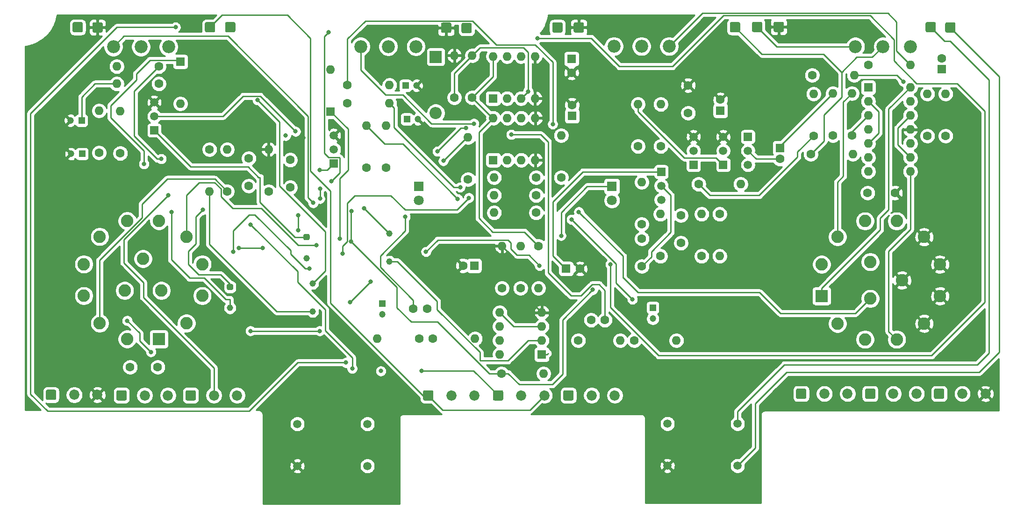
<source format=gbr>
G04 #@! TF.GenerationSoftware,KiCad,Pcbnew,5.1.6*
G04 #@! TF.CreationDate,2020-09-09T18:38:50+01:00*
G04 #@! TF.ProjectId,Tremolo,5472656d-6f6c-46f2-9e6b-696361645f70,V1.1*
G04 #@! TF.SameCoordinates,Original*
G04 #@! TF.FileFunction,Copper,L2,Bot*
G04 #@! TF.FilePolarity,Positive*
%FSLAX46Y46*%
G04 Gerber Fmt 4.6, Leading zero omitted, Abs format (unit mm)*
G04 Created by KiCad (PCBNEW 5.1.6) date 2020-09-09 18:38:50*
%MOMM*%
%LPD*%
G01*
G04 APERTURE LIST*
G04 #@! TA.AperFunction,ComponentPad*
%ADD10C,2.250000*%
G04 #@! TD*
G04 #@! TA.AperFunction,ComponentPad*
%ADD11R,2.250000X2.250000*%
G04 #@! TD*
G04 #@! TA.AperFunction,ComponentPad*
%ADD12C,1.520000*%
G04 #@! TD*
G04 #@! TA.AperFunction,ComponentPad*
%ADD13R,1.500000X1.500000*%
G04 #@! TD*
G04 #@! TA.AperFunction,ComponentPad*
%ADD14C,1.500000*%
G04 #@! TD*
G04 #@! TA.AperFunction,ComponentPad*
%ADD15C,1.800000*%
G04 #@! TD*
G04 #@! TA.AperFunction,ComponentPad*
%ADD16R,1.800000X1.800000*%
G04 #@! TD*
G04 #@! TA.AperFunction,ComponentPad*
%ADD17C,1.600000*%
G04 #@! TD*
G04 #@! TA.AperFunction,ComponentPad*
%ADD18R,1.600000X1.600000*%
G04 #@! TD*
G04 #@! TA.AperFunction,ComponentPad*
%ADD19C,1.200000*%
G04 #@! TD*
G04 #@! TA.AperFunction,ComponentPad*
%ADD20R,1.200000X1.200000*%
G04 #@! TD*
G04 #@! TA.AperFunction,ComponentPad*
%ADD21R,2.200000X2.200000*%
G04 #@! TD*
G04 #@! TA.AperFunction,ComponentPad*
%ADD22O,2.200000X2.200000*%
G04 #@! TD*
G04 #@! TA.AperFunction,ComponentPad*
%ADD23O,1.600000X1.600000*%
G04 #@! TD*
G04 #@! TA.AperFunction,ComponentPad*
%ADD24C,1.850000*%
G04 #@! TD*
G04 #@! TA.AperFunction,ComponentPad*
%ADD25C,2.340000*%
G04 #@! TD*
G04 #@! TA.AperFunction,ComponentPad*
%ADD26C,1.150000*%
G04 #@! TD*
G04 #@! TA.AperFunction,ViaPad*
%ADD27C,0.800000*%
G04 #@! TD*
G04 #@! TA.AperFunction,Conductor*
%ADD28C,0.250000*%
G04 #@! TD*
G04 #@! TA.AperFunction,Conductor*
%ADD29C,0.254000*%
G04 #@! TD*
G04 APERTURE END LIST*
D10*
X200513000Y-86226400D03*
X206288000Y-89560400D03*
X200513000Y-92894400D03*
X191718000Y-86690400D03*
X194588000Y-81710400D03*
X199568000Y-78840400D03*
X205308000Y-78840400D03*
X210288000Y-81710400D03*
X213158000Y-86690400D03*
X213158000Y-92430400D03*
X210288000Y-97410400D03*
X205308000Y-100280400D03*
X199568000Y-100280400D03*
X194588000Y-97410400D03*
D11*
X191718000Y-92430400D03*
D12*
X109423200Y-115620800D03*
X109423200Y-123240800D03*
X96723200Y-123240800D03*
X96723200Y-115620800D03*
X176479200Y-115570000D03*
X176479200Y-123190000D03*
X163779200Y-123190000D03*
X163779200Y-115570000D03*
D13*
X168503600Y-68630800D03*
D14*
X168503600Y-63550800D03*
X168503600Y-66090800D03*
D13*
X173888400Y-68630800D03*
D14*
X173888400Y-63550800D03*
X173888400Y-66090800D03*
D13*
X178358800Y-63550800D03*
D14*
X178358800Y-68630800D03*
X178358800Y-66090800D03*
D13*
X103327200Y-68376800D03*
D14*
X103327200Y-63296800D03*
X103327200Y-65836800D03*
D13*
X70815200Y-62382400D03*
D14*
X70815200Y-57302400D03*
X70815200Y-59842400D03*
D13*
X162661600Y-69900800D03*
D14*
X162661600Y-74980800D03*
X162661600Y-72440800D03*
D15*
X153720800Y-75082400D03*
D16*
X153720800Y-72542400D03*
D15*
X118719600Y-75082400D03*
D16*
X118719600Y-72542400D03*
D17*
X159156400Y-87020400D03*
X159156400Y-82020400D03*
X146405600Y-51928400D03*
D18*
X146405600Y-49428400D03*
D19*
X118586000Y-60350400D03*
D20*
X116586000Y-60350400D03*
X57759600Y-66649600D03*
D19*
X55759600Y-66649600D03*
D17*
X95453200Y-72745600D03*
X95453200Y-67745600D03*
D18*
X146507200Y-59791600D03*
D17*
X146507200Y-57791600D03*
X166217600Y-82804000D03*
X166217600Y-77804000D03*
X71446400Y-105308400D03*
X66446400Y-105308400D03*
X87934800Y-67462400D03*
X87934800Y-72462400D03*
D20*
X116332000Y-54254400D03*
D19*
X118332000Y-54254400D03*
X55658000Y-60604400D03*
D20*
X57658000Y-60604400D03*
D18*
X145440400Y-87477600D03*
D17*
X147940400Y-87477600D03*
D18*
X128778000Y-86918800D03*
D17*
X126778000Y-86918800D03*
X149950800Y-96774000D03*
X152450800Y-96774000D03*
X117754400Y-94742000D03*
X120254400Y-94742000D03*
X200050400Y-73710800D03*
X205050400Y-73710800D03*
D19*
X161137600Y-96538800D03*
D20*
X161137600Y-94538800D03*
X112115600Y-93776800D03*
D19*
X112115600Y-95776800D03*
D17*
X213512400Y-49308000D03*
D18*
X213512400Y-51308000D03*
X184150000Y-65582800D03*
D17*
X184150000Y-67582800D03*
X173380400Y-56826400D03*
D18*
X173380400Y-58826400D03*
D17*
X167538400Y-54232800D03*
X167538400Y-59232800D03*
D21*
X121818400Y-49072800D03*
D22*
X121818400Y-59232800D03*
D23*
X75539600Y-57556400D03*
D18*
X75539600Y-49936400D03*
X102768400Y-58978800D03*
D23*
X102768400Y-51358800D03*
G04 #@! TA.AperFunction,ComponentPad*
G36*
G01*
X56021800Y-44363001D02*
X56021800Y-43012999D01*
G75*
G02*
X56271799Y-42763000I249999J0D01*
G01*
X57621801Y-42763000D01*
G75*
G02*
X57871800Y-43012999I0J-249999D01*
G01*
X57871800Y-44363001D01*
G75*
G02*
X57621801Y-44613000I-249999J0D01*
G01*
X56271799Y-44613000D01*
G75*
G02*
X56021800Y-44363001I0J249999D01*
G01*
G37*
G04 #@! TD.AperFunction*
G04 #@! TA.AperFunction,ComponentPad*
G36*
G01*
X59628600Y-44413801D02*
X59628600Y-43063799D01*
G75*
G02*
X59878599Y-42813800I249999J0D01*
G01*
X61228601Y-42813800D01*
G75*
G02*
X61478600Y-43063799I0J-249999D01*
G01*
X61478600Y-44413801D01*
G75*
G02*
X61228601Y-44663800I-249999J0D01*
G01*
X59878599Y-44663800D01*
G75*
G02*
X59628600Y-44413801I0J249999D01*
G01*
G37*
G04 #@! TD.AperFunction*
G04 #@! TA.AperFunction,ComponentPad*
G36*
G01*
X126481400Y-44515401D02*
X126481400Y-43165399D01*
G75*
G02*
X126731399Y-42915400I249999J0D01*
G01*
X128081401Y-42915400D01*
G75*
G02*
X128331400Y-43165399I0J-249999D01*
G01*
X128331400Y-44515401D01*
G75*
G02*
X128081401Y-44765400I-249999J0D01*
G01*
X126731399Y-44765400D01*
G75*
G02*
X126481400Y-44515401I0J249999D01*
G01*
G37*
G04 #@! TD.AperFunction*
G04 #@! TA.AperFunction,ComponentPad*
G36*
G01*
X122773000Y-44464601D02*
X122773000Y-43114599D01*
G75*
G02*
X123022999Y-42864600I249999J0D01*
G01*
X124373001Y-42864600D01*
G75*
G02*
X124623000Y-43114599I0J-249999D01*
G01*
X124623000Y-44464601D01*
G75*
G02*
X124373001Y-44714600I-249999J0D01*
G01*
X123022999Y-44714600D01*
G75*
G02*
X122773000Y-44464601I0J249999D01*
G01*
G37*
G04 #@! TD.AperFunction*
G04 #@! TA.AperFunction,ComponentPad*
G36*
G01*
X179110200Y-44312201D02*
X179110200Y-42962199D01*
G75*
G02*
X179360199Y-42712200I249999J0D01*
G01*
X180710201Y-42712200D01*
G75*
G02*
X180960200Y-42962199I0J-249999D01*
G01*
X180960200Y-44312201D01*
G75*
G02*
X180710201Y-44562200I-249999J0D01*
G01*
X179360199Y-44562200D01*
G75*
G02*
X179110200Y-44312201I0J249999D01*
G01*
G37*
G04 #@! TD.AperFunction*
G04 #@! TA.AperFunction,ComponentPad*
G36*
G01*
X183021800Y-44312201D02*
X183021800Y-42962199D01*
G75*
G02*
X183271799Y-42712200I249999J0D01*
G01*
X184621801Y-42712200D01*
G75*
G02*
X184871800Y-42962199I0J-249999D01*
G01*
X184871800Y-44312201D01*
G75*
G02*
X184621801Y-44562200I-249999J0D01*
G01*
X183271799Y-44562200D01*
G75*
G02*
X183021800Y-44312201I0J249999D01*
G01*
G37*
G04 #@! TD.AperFunction*
G04 #@! TA.AperFunction,ComponentPad*
G36*
G01*
X210555400Y-44363001D02*
X210555400Y-43012999D01*
G75*
G02*
X210805399Y-42763000I249999J0D01*
G01*
X212155401Y-42763000D01*
G75*
G02*
X212405400Y-43012999I0J-249999D01*
G01*
X212405400Y-44363001D01*
G75*
G02*
X212155401Y-44613000I-249999J0D01*
G01*
X210805399Y-44613000D01*
G75*
G02*
X210555400Y-44363001I0J249999D01*
G01*
G37*
G04 #@! TD.AperFunction*
G04 #@! TA.AperFunction,ComponentPad*
G36*
G01*
X214111400Y-44413801D02*
X214111400Y-43063799D01*
G75*
G02*
X214361399Y-42813800I249999J0D01*
G01*
X215711401Y-42813800D01*
G75*
G02*
X215961400Y-43063799I0J-249999D01*
G01*
X215961400Y-44413801D01*
G75*
G02*
X215711401Y-44663800I-249999J0D01*
G01*
X214361399Y-44663800D01*
G75*
G02*
X214111400Y-44413801I0J249999D01*
G01*
G37*
G04 #@! TD.AperFunction*
G04 #@! TA.AperFunction,ComponentPad*
G36*
G01*
X175097000Y-44363001D02*
X175097000Y-43012999D01*
G75*
G02*
X175346999Y-42763000I249999J0D01*
G01*
X176697001Y-42763000D01*
G75*
G02*
X176947000Y-43012999I0J-249999D01*
G01*
X176947000Y-44363001D01*
G75*
G02*
X176697001Y-44613000I-249999J0D01*
G01*
X175346999Y-44613000D01*
G75*
G02*
X175097000Y-44363001I0J249999D01*
G01*
G37*
G04 #@! TD.AperFunction*
G04 #@! TA.AperFunction,ComponentPad*
G36*
G01*
X79999400Y-44363001D02*
X79999400Y-43012999D01*
G75*
G02*
X80249399Y-42763000I249999J0D01*
G01*
X81599401Y-42763000D01*
G75*
G02*
X81849400Y-43012999I0J-249999D01*
G01*
X81849400Y-44363001D01*
G75*
G02*
X81599401Y-44613000I-249999J0D01*
G01*
X80249399Y-44613000D01*
G75*
G02*
X79999400Y-44363001I0J249999D01*
G01*
G37*
G04 #@! TD.AperFunction*
G04 #@! TA.AperFunction,ComponentPad*
G36*
G01*
X83657000Y-44363001D02*
X83657000Y-43012999D01*
G75*
G02*
X83906999Y-42763000I249999J0D01*
G01*
X85257001Y-42763000D01*
G75*
G02*
X85507000Y-43012999I0J-249999D01*
G01*
X85507000Y-44363001D01*
G75*
G02*
X85257001Y-44613000I-249999J0D01*
G01*
X83906999Y-44613000D01*
G75*
G02*
X83657000Y-44363001I0J249999D01*
G01*
G37*
G04 #@! TD.AperFunction*
G04 #@! TA.AperFunction,ComponentPad*
G36*
G01*
X142940600Y-44413801D02*
X142940600Y-43063799D01*
G75*
G02*
X143190599Y-42813800I249999J0D01*
G01*
X144540601Y-42813800D01*
G75*
G02*
X144790600Y-43063799I0J-249999D01*
G01*
X144790600Y-44413801D01*
G75*
G02*
X144540601Y-44663800I-249999J0D01*
G01*
X143190599Y-44663800D01*
G75*
G02*
X142940600Y-44413801I0J249999D01*
G01*
G37*
G04 #@! TD.AperFunction*
G04 #@! TA.AperFunction,ComponentPad*
G36*
G01*
X146801400Y-44413801D02*
X146801400Y-43063799D01*
G75*
G02*
X147051399Y-42813800I249999J0D01*
G01*
X148401401Y-42813800D01*
G75*
G02*
X148651400Y-43063799I0J-249999D01*
G01*
X148651400Y-44413801D01*
G75*
G02*
X148401401Y-44663800I-249999J0D01*
G01*
X147051399Y-44663800D01*
G75*
G02*
X146801400Y-44413801I0J249999D01*
G01*
G37*
G04 #@! TD.AperFunction*
G04 #@! TA.AperFunction,ComponentPad*
G36*
G01*
X187085800Y-110809401D02*
X187085800Y-109459399D01*
G75*
G02*
X187335799Y-109209400I249999J0D01*
G01*
X188685801Y-109209400D01*
G75*
G02*
X188935800Y-109459399I0J-249999D01*
G01*
X188935800Y-110809401D01*
G75*
G02*
X188685801Y-111059400I-249999J0D01*
G01*
X187335799Y-111059400D01*
G75*
G02*
X187085800Y-110809401I0J249999D01*
G01*
G37*
G04 #@! TD.AperFunction*
D24*
X192210800Y-110134400D03*
X196410800Y-110134400D03*
X208907600Y-110134400D03*
X204707600Y-110134400D03*
G04 #@! TA.AperFunction,ComponentPad*
G36*
G01*
X199582600Y-110809401D02*
X199582600Y-109459399D01*
G75*
G02*
X199832599Y-109209400I249999J0D01*
G01*
X201182601Y-109209400D01*
G75*
G02*
X201432600Y-109459399I0J-249999D01*
G01*
X201432600Y-110809401D01*
G75*
G02*
X201182601Y-111059400I-249999J0D01*
G01*
X199832599Y-111059400D01*
G75*
G02*
X199582600Y-110809401I0J249999D01*
G01*
G37*
G04 #@! TD.AperFunction*
X221404400Y-110134400D03*
X217204400Y-110134400D03*
G04 #@! TA.AperFunction,ComponentPad*
G36*
G01*
X212079400Y-110809401D02*
X212079400Y-109459399D01*
G75*
G02*
X212329399Y-109209400I249999J0D01*
G01*
X213679401Y-109209400D01*
G75*
G02*
X213929400Y-109459399I0J-249999D01*
G01*
X213929400Y-110809401D01*
G75*
G02*
X213679401Y-111059400I-249999J0D01*
G01*
X212329399Y-111059400D01*
G75*
G02*
X212079400Y-110809401I0J249999D01*
G01*
G37*
G04 #@! TD.AperFunction*
G04 #@! TA.AperFunction,ComponentPad*
G36*
G01*
X119521800Y-111114201D02*
X119521800Y-109764199D01*
G75*
G02*
X119771799Y-109514200I249999J0D01*
G01*
X121121801Y-109514200D01*
G75*
G02*
X121371800Y-109764199I0J-249999D01*
G01*
X121371800Y-111114201D01*
G75*
G02*
X121121801Y-111364200I-249999J0D01*
G01*
X119771799Y-111364200D01*
G75*
G02*
X119521800Y-111114201I0J249999D01*
G01*
G37*
G04 #@! TD.AperFunction*
X124646800Y-110439200D03*
X128846800Y-110439200D03*
G04 #@! TA.AperFunction,ComponentPad*
G36*
G01*
X132171000Y-111114201D02*
X132171000Y-109764199D01*
G75*
G02*
X132420999Y-109514200I249999J0D01*
G01*
X133771001Y-109514200D01*
G75*
G02*
X134021000Y-109764199I0J-249999D01*
G01*
X134021000Y-111114201D01*
G75*
G02*
X133771001Y-111364200I-249999J0D01*
G01*
X132420999Y-111364200D01*
G75*
G02*
X132171000Y-111114201I0J249999D01*
G01*
G37*
G04 #@! TD.AperFunction*
X137296000Y-110439200D03*
X141496000Y-110439200D03*
X154246800Y-110439200D03*
X150046800Y-110439200D03*
G04 #@! TA.AperFunction,ComponentPad*
G36*
G01*
X144921800Y-111114201D02*
X144921800Y-109764199D01*
G75*
G02*
X145171799Y-109514200I249999J0D01*
G01*
X146521801Y-109514200D01*
G75*
G02*
X146771800Y-109764199I0J-249999D01*
G01*
X146771800Y-111114201D01*
G75*
G02*
X146521801Y-111364200I-249999J0D01*
G01*
X145171799Y-111364200D01*
G75*
G02*
X144921800Y-111114201I0J249999D01*
G01*
G37*
G04 #@! TD.AperFunction*
G04 #@! TA.AperFunction,ComponentPad*
G36*
G01*
X51195800Y-111012601D02*
X51195800Y-109662599D01*
G75*
G02*
X51445799Y-109412600I249999J0D01*
G01*
X52795801Y-109412600D01*
G75*
G02*
X53045800Y-109662599I0J-249999D01*
G01*
X53045800Y-111012601D01*
G75*
G02*
X52795801Y-111262600I-249999J0D01*
G01*
X51445799Y-111262600D01*
G75*
G02*
X51195800Y-111012601I0J249999D01*
G01*
G37*
G04 #@! TD.AperFunction*
X56320800Y-110337600D03*
X60520800Y-110337600D03*
G04 #@! TA.AperFunction,ComponentPad*
G36*
G01*
X63963000Y-111114201D02*
X63963000Y-109764199D01*
G75*
G02*
X64212999Y-109514200I249999J0D01*
G01*
X65563001Y-109514200D01*
G75*
G02*
X65813000Y-109764199I0J-249999D01*
G01*
X65813000Y-111114201D01*
G75*
G02*
X65563001Y-111364200I-249999J0D01*
G01*
X64212999Y-111364200D01*
G75*
G02*
X63963000Y-111114201I0J249999D01*
G01*
G37*
G04 #@! TD.AperFunction*
X69088000Y-110439200D03*
X73288000Y-110439200D03*
X85819200Y-110439200D03*
X81619200Y-110439200D03*
G04 #@! TA.AperFunction,ComponentPad*
G36*
G01*
X76494200Y-111114201D02*
X76494200Y-109764199D01*
G75*
G02*
X76744199Y-109514200I249999J0D01*
G01*
X78094201Y-109514200D01*
G75*
G02*
X78344200Y-109764199I0J-249999D01*
G01*
X78344200Y-111114201D01*
G75*
G02*
X78094201Y-111364200I-249999J0D01*
G01*
X76744199Y-111364200D01*
G75*
G02*
X76494200Y-111114201I0J249999D01*
G01*
G37*
G04 #@! TD.AperFunction*
D17*
X112826800Y-69189600D03*
D23*
X112826800Y-61569600D03*
X60807600Y-58826400D03*
D17*
X60807600Y-66446400D03*
D23*
X159105600Y-71780400D03*
D17*
X159105600Y-79400400D03*
X109220000Y-69189600D03*
D23*
X109220000Y-61569600D03*
D17*
X64668400Y-66548000D03*
D23*
X64668400Y-58928000D03*
D17*
X128422400Y-56438800D03*
D23*
X128422400Y-48818800D03*
X125171200Y-48818800D03*
D17*
X125171200Y-56438800D03*
D23*
X162509200Y-77571600D03*
D17*
X162509200Y-85191600D03*
D23*
X141325600Y-106476800D03*
D17*
X133705600Y-106476800D03*
D23*
X91541600Y-65836800D03*
D17*
X91541600Y-73456800D03*
X71628000Y-50800000D03*
D23*
X64008000Y-50800000D03*
D17*
X105816400Y-54203600D03*
D23*
X113436400Y-54203600D03*
X64008000Y-53949600D03*
D17*
X71628000Y-53949600D03*
D23*
X113436400Y-57505600D03*
D17*
X105816400Y-57505600D03*
D23*
X140411200Y-90982800D03*
D17*
X140411200Y-83362800D03*
X144526000Y-70916800D03*
D23*
X144526000Y-63296800D03*
X169976800Y-77571600D03*
D17*
X169976800Y-85191600D03*
X84023200Y-73456800D03*
D23*
X84023200Y-65836800D03*
D17*
X140004800Y-74168000D03*
D23*
X132384800Y-74168000D03*
X137160000Y-83362800D03*
D17*
X137160000Y-90982800D03*
X133807200Y-90982800D03*
D23*
X133807200Y-83362800D03*
D17*
X140004800Y-70916800D03*
D23*
X132384800Y-70916800D03*
X173228000Y-85191600D03*
D17*
X173228000Y-77571600D03*
X80822800Y-65836800D03*
D23*
X80822800Y-73456800D03*
X155244800Y-100482400D03*
D17*
X147624800Y-100482400D03*
D23*
X127660400Y-63652400D03*
D17*
X127660400Y-71272400D03*
X121310400Y-100126800D03*
D23*
X128930400Y-100126800D03*
D17*
X140004800Y-77317600D03*
D23*
X132384800Y-77317600D03*
D17*
X157784800Y-100482400D03*
D23*
X165404800Y-100482400D03*
D17*
X118821200Y-100126800D03*
D23*
X111201200Y-100126800D03*
D17*
X210870800Y-63398400D03*
D23*
X210870800Y-55778400D03*
D17*
X200152000Y-50495200D03*
D23*
X207772000Y-50495200D03*
D17*
X197205600Y-63296800D03*
D23*
X197205600Y-55676800D03*
X197612000Y-52374800D03*
D17*
X189992000Y-52374800D03*
D23*
X190246000Y-55778400D03*
D17*
X190246000Y-63398400D03*
D23*
X214172800Y-55778400D03*
D17*
X214172800Y-63398400D03*
D23*
X193751200Y-55676800D03*
D17*
X193751200Y-63296800D03*
X189738000Y-66700400D03*
D23*
X197358000Y-66700400D03*
X158445200Y-57658000D03*
D17*
X158445200Y-65278000D03*
D23*
X177038000Y-72136000D03*
D17*
X169418000Y-72136000D03*
X162560000Y-65278000D03*
D23*
X162560000Y-57658000D03*
D25*
X108211600Y-47193200D03*
X113211600Y-47193200D03*
X118211600Y-47193200D03*
X73406000Y-47244000D03*
X68406000Y-47244000D03*
X63406000Y-47244000D03*
X154084000Y-47142400D03*
X159084000Y-47142400D03*
X164084000Y-47142400D03*
X207822800Y-47193200D03*
X202822800Y-47193200D03*
X197822800Y-47193200D03*
D18*
X132181600Y-56591200D03*
D23*
X139801600Y-48971200D03*
X134721600Y-56591200D03*
X137261600Y-48971200D03*
X137261600Y-56591200D03*
X134721600Y-48971200D03*
X139801600Y-56591200D03*
X132181600Y-48971200D03*
D18*
X141020800Y-103022400D03*
D23*
X133400800Y-95402400D03*
X141020800Y-100482400D03*
X133400800Y-97942400D03*
X141020800Y-97942400D03*
X133400800Y-100482400D03*
X141020800Y-95402400D03*
X133400800Y-103022400D03*
X132232400Y-60147200D03*
X139852400Y-67767200D03*
X134772400Y-60147200D03*
X137312400Y-67767200D03*
X137312400Y-60147200D03*
X134772400Y-67767200D03*
X139852400Y-60147200D03*
D18*
X132232400Y-67767200D03*
X200152000Y-54610000D03*
D23*
X207772000Y-69850000D03*
X200152000Y-57150000D03*
X207772000Y-67310000D03*
X200152000Y-59690000D03*
X207772000Y-64770000D03*
X200152000Y-62230000D03*
X207772000Y-62230000D03*
X200152000Y-64770000D03*
X207772000Y-59690000D03*
X200152000Y-67310000D03*
X207772000Y-57150000D03*
X200152000Y-69850000D03*
X207772000Y-54610000D03*
D26*
X98399600Y-85537200D03*
X113399600Y-86177200D03*
X113399600Y-81097200D03*
G04 #@! TA.AperFunction,ComponentPad*
G36*
G01*
X97824600Y-82024700D02*
X97824600Y-81449700D01*
G75*
G02*
X98112100Y-81162200I287500J0D01*
G01*
X98687100Y-81162200D01*
G75*
G02*
X98974600Y-81449700I0J-287500D01*
G01*
X98974600Y-82024700D01*
G75*
G02*
X98687100Y-82312200I-287500J0D01*
G01*
X98112100Y-82312200D01*
G75*
G02*
X97824600Y-82024700I0J287500D01*
G01*
G37*
G04 #@! TD.AperFunction*
G04 #@! TA.AperFunction,ComponentPad*
G36*
G01*
X83956200Y-91067100D02*
X83956200Y-90492100D01*
G75*
G02*
X84243700Y-90204600I287500J0D01*
G01*
X84818700Y-90204600D01*
G75*
G02*
X85106200Y-90492100I0J-287500D01*
G01*
X85106200Y-91067100D01*
G75*
G02*
X84818700Y-91354600I-287500J0D01*
G01*
X84243700Y-91354600D01*
G75*
G02*
X83956200Y-91067100I0J287500D01*
G01*
G37*
G04 #@! TD.AperFunction*
X99531200Y-90139600D03*
X99531200Y-95219600D03*
X84531200Y-94579600D03*
D11*
X71653200Y-100229600D03*
D10*
X76633200Y-97359600D03*
X79503200Y-92379600D03*
X79503200Y-86639600D03*
X76633200Y-81659600D03*
X71653200Y-78789600D03*
X65913200Y-78789600D03*
X60933200Y-81659600D03*
X58063200Y-86639600D03*
X58063200Y-92379600D03*
X60933200Y-97359600D03*
X65913200Y-100229600D03*
X72117200Y-91434600D03*
X68783200Y-85659600D03*
X65449200Y-91434600D03*
D27*
X140208000Y-45669200D03*
X153466800Y-86664800D03*
X149860000Y-47498000D03*
X143205200Y-47548800D03*
X178917600Y-51308000D03*
X115570000Y-57607200D03*
X97790000Y-63754000D03*
X94737347Y-65120947D03*
X96418400Y-62585600D03*
X94640400Y-63347600D03*
X106680000Y-105562400D03*
X88290400Y-79502000D03*
X106578400Y-77063600D03*
X150266400Y-91287600D03*
X106476800Y-82550000D03*
X138531600Y-55321200D03*
X126238000Y-72694800D03*
X65913200Y-96900800D03*
X100787200Y-98755200D03*
X106273600Y-93522800D03*
X110032800Y-89814400D03*
X70205600Y-102565200D03*
X88239600Y-98755200D03*
X135483600Y-63144400D03*
X128727200Y-61163200D03*
X99618800Y-75539600D03*
X116281200Y-78028800D03*
X206502000Y-53543200D03*
X119278400Y-106019600D03*
X111861600Y-106019600D03*
X105511600Y-104495600D03*
X74676000Y-43688000D03*
X157429200Y-93014800D03*
X146405600Y-78536800D03*
X125780800Y-74828400D03*
X73355200Y-74130012D03*
X72085200Y-67564000D03*
X143002000Y-61264800D03*
X79603600Y-76809600D03*
X100787200Y-69545200D03*
X144526000Y-81483200D03*
X140614400Y-86918800D03*
X120040400Y-84378800D03*
X73914000Y-77165200D03*
X68935600Y-68478400D03*
X104394000Y-81991200D03*
X85140800Y-84429600D03*
X98958400Y-87426800D03*
X104902000Y-84734400D03*
X127812800Y-74625200D03*
X123190000Y-67919600D03*
X147726400Y-77165200D03*
X100177600Y-83210400D03*
X108864400Y-76555600D03*
X102920800Y-71577200D03*
X102412800Y-44602400D03*
X89509600Y-56896000D03*
X127304800Y-61925200D03*
X122123200Y-66192400D03*
X90474800Y-83718400D03*
X96926400Y-77774800D03*
X96926400Y-80467200D03*
X86156800Y-83718400D03*
X100838000Y-74777600D03*
X100838000Y-72948800D03*
D28*
X162661600Y-72440800D02*
X164388800Y-74168000D01*
X164388800Y-74168000D02*
X164388800Y-80873600D01*
X160858200Y-85318600D02*
X159156400Y-87020400D01*
X160858200Y-84404200D02*
X160858200Y-85318600D01*
X164388800Y-80873600D02*
X160858200Y-84404200D01*
X140208000Y-45669200D02*
X149961600Y-45669200D01*
X149961600Y-45669200D02*
X150418800Y-46126400D01*
X150418800Y-46126400D02*
X155092400Y-50800000D01*
X155092400Y-50800000D02*
X164693600Y-50800000D01*
X164693600Y-50800000D02*
X173905596Y-41588004D01*
X204832790Y-45930390D02*
X204832790Y-49791190D01*
X173905596Y-41588004D02*
X200490404Y-41588004D01*
X200490404Y-41588004D02*
X204832790Y-45930390D01*
X204832790Y-49791190D02*
X208940400Y-53898800D01*
X208940400Y-53898800D02*
X216306400Y-53898800D01*
X216306400Y-53898800D02*
X221284800Y-58877200D01*
X221284800Y-58877200D02*
X221284800Y-93573600D01*
X221284800Y-93573600D02*
X211632800Y-103225600D01*
X162193002Y-103225600D02*
X153466800Y-94499398D01*
X211632800Y-103225600D02*
X162193002Y-103225600D01*
X153466800Y-94499398D02*
X153466800Y-86664800D01*
X141020800Y-95402400D02*
X138836400Y-93218000D01*
X138836400Y-93218000D02*
X138836400Y-88392000D01*
X138836400Y-88392000D02*
X133807200Y-83362800D01*
X149860000Y-47498000D02*
X143256000Y-47498000D01*
X143256000Y-47498000D02*
X143205200Y-47548800D01*
X97790000Y-63754000D02*
X96266000Y-65278000D01*
X96266000Y-65278000D02*
X94894400Y-65278000D01*
X94894400Y-65278000D02*
X94737347Y-65120947D01*
X128422400Y-56438800D02*
X132181600Y-52679600D01*
X132181600Y-52679600D02*
X132181600Y-48971200D01*
X132130800Y-60147200D02*
X132232400Y-60147200D01*
X128422400Y-56438800D02*
X132130800Y-60147200D01*
X129641600Y-62738000D02*
X132232400Y-60147200D01*
X132130800Y-80822800D02*
X129641600Y-78333600D01*
X129641600Y-78333600D02*
X129641600Y-62738000D01*
X140411200Y-83362800D02*
X137871200Y-80822800D01*
X137871200Y-80822800D02*
X132130800Y-80822800D01*
X70815200Y-59842400D02*
X83261200Y-59842400D01*
X90003799Y-56170999D02*
X96418400Y-62585600D01*
X83261200Y-59842400D02*
X86932601Y-56170999D01*
X86932601Y-56170999D02*
X90003799Y-56170999D01*
X106680000Y-103574998D02*
X101803200Y-98698198D01*
X106680000Y-105562400D02*
X106680000Y-103574998D01*
X101803200Y-98698198D02*
X101803200Y-94894400D01*
X101803200Y-94894400D02*
X96774000Y-89865200D01*
X96774000Y-89865200D02*
X96774000Y-87985600D01*
X96774000Y-87985600D02*
X88290400Y-79502000D01*
X131494390Y-106476800D02*
X122147190Y-97129600D01*
X133705600Y-106476800D02*
X131494390Y-106476800D01*
X122147190Y-97129600D02*
X117348000Y-97129600D01*
X117348000Y-97129600D02*
X114757200Y-94538800D01*
X114757200Y-94538800D02*
X114757200Y-90830400D01*
X114757200Y-90830400D02*
X106476800Y-82550000D01*
X106476800Y-82550000D02*
X106476800Y-77165200D01*
X106476800Y-77165200D02*
X106578400Y-77063600D01*
X144830800Y-106578400D02*
X144830800Y-96723200D01*
X142951200Y-108458000D02*
X144830800Y-106578400D01*
X144830800Y-96723200D02*
X150266400Y-91287600D01*
X133705600Y-106476800D02*
X134924800Y-106476800D01*
X136906000Y-108458000D02*
X142951200Y-108458000D01*
X134924800Y-106476800D02*
X136906000Y-108458000D01*
X137261600Y-56591200D02*
X138531600Y-55321200D01*
X138531600Y-55321200D02*
X138531600Y-48209200D01*
X138531600Y-48209200D02*
X137718800Y-47396400D01*
X129844800Y-47396400D02*
X128422400Y-48818800D01*
X137718800Y-47396400D02*
X129844800Y-47396400D01*
X138531600Y-55321200D02*
X138531600Y-55321200D01*
X125171200Y-52070000D02*
X128422400Y-48818800D01*
X125171200Y-56438800D02*
X125171200Y-52070000D01*
X126238000Y-72694800D02*
X125069600Y-72694800D01*
X114236399Y-58305599D02*
X113436400Y-57505600D01*
X114236399Y-61861599D02*
X114236399Y-58305599D01*
X125069600Y-72694800D02*
X114236399Y-61861599D01*
X145338800Y-87477600D02*
X143052800Y-85191600D01*
X145440400Y-87477600D02*
X145338800Y-87477600D01*
X143052800Y-85191600D02*
X143052800Y-75336400D01*
X152146000Y-69900800D02*
X162661600Y-69900800D01*
X143052800Y-75336400D02*
X148488400Y-69900800D01*
X148488400Y-69900800D02*
X152146000Y-69900800D01*
X135940800Y-97942400D02*
X133400800Y-95402400D01*
X141020800Y-97942400D02*
X135940800Y-97942400D01*
X106273600Y-93522800D02*
X109982000Y-89814400D01*
X109982000Y-89814400D02*
X110032800Y-89814400D01*
X70205600Y-102565200D02*
X68173600Y-100533200D01*
X68173600Y-99161200D02*
X65913200Y-96900800D01*
X68173600Y-100533200D02*
X68173600Y-99161200D01*
X88239600Y-98755200D02*
X100787200Y-98755200D01*
X141020800Y-103022400D02*
X141935200Y-103022400D01*
X141935200Y-103022400D02*
X142145801Y-102811799D01*
X142145801Y-64472601D02*
X140817600Y-63144400D01*
X140817600Y-63144400D02*
X135483600Y-63144400D01*
X142145801Y-64472601D02*
X142145801Y-88196201D01*
X142145801Y-88196201D02*
X146304000Y-92354400D01*
X146304000Y-92354400D02*
X148126598Y-92354400D01*
X152450800Y-91389200D02*
X152450800Y-96774000D01*
X151380899Y-90319299D02*
X150161699Y-90319299D01*
X152450800Y-91389200D02*
X151380899Y-90319299D01*
X148126598Y-92354400D02*
X150161699Y-90319299D01*
X135483600Y-63144400D02*
X135483600Y-63144400D01*
X108211600Y-51468000D02*
X108211600Y-47193200D01*
X112725200Y-55981600D02*
X108211600Y-51468000D01*
X115874800Y-55981600D02*
X112725200Y-55981600D01*
X128727200Y-61163200D02*
X121056400Y-61163200D01*
X121056400Y-61163200D02*
X115874800Y-55981600D01*
X63406000Y-47244000D02*
X65336400Y-45313600D01*
X65336400Y-45313600D02*
X84175600Y-45313600D01*
X84175600Y-45313600D02*
X98670992Y-59808992D01*
X98670992Y-74591792D02*
X99618800Y-75539600D01*
X98670992Y-59808992D02*
X98670992Y-74591792D01*
X111760000Y-85140800D02*
X116281200Y-80619600D01*
X111760000Y-87196790D02*
X111760000Y-85140800D01*
X117754400Y-94742000D02*
X117754400Y-93191190D01*
X116281200Y-80619600D02*
X116281200Y-78028800D01*
X117754400Y-93191190D02*
X111760000Y-87196790D01*
X206502000Y-53543200D02*
X205333600Y-52374800D01*
X205333600Y-52374800D02*
X197612000Y-52374800D01*
X179850800Y-67582800D02*
X178358800Y-66090800D01*
X184150000Y-67582800D02*
X179850800Y-67582800D01*
X176479200Y-115570000D02*
X176479200Y-113334800D01*
X176479200Y-113334800D02*
X184962800Y-104851200D01*
X184962800Y-104851200D02*
X219913200Y-104851200D01*
X221996000Y-102768400D02*
X221996000Y-53238400D01*
X219913200Y-104851200D02*
X221996000Y-102768400D01*
X221996000Y-53238400D02*
X214985600Y-46228000D01*
X214020400Y-46228000D02*
X211480400Y-43688000D01*
X214985600Y-46228000D02*
X214020400Y-46228000D01*
X176479200Y-123190000D02*
X179679600Y-119989600D01*
X179679600Y-119989600D02*
X179679600Y-111912400D01*
X179679600Y-111912400D02*
X185369200Y-106222800D01*
X185369200Y-106222800D02*
X220268800Y-106222800D01*
X220268800Y-106222800D02*
X223893043Y-102598557D01*
X215036400Y-43789600D02*
X223893043Y-52646243D01*
X215036400Y-43738800D02*
X215036400Y-43789600D01*
X223893043Y-102598557D02*
X223893043Y-52646243D01*
X189738000Y-66700400D02*
X192114202Y-64324198D01*
X192114202Y-64324198D02*
X192114202Y-62879002D01*
X200892400Y-49123600D02*
X202822800Y-47193200D01*
X192114202Y-59599798D02*
X195376800Y-56337200D01*
X195376800Y-51851802D02*
X198105002Y-49123600D01*
X198105002Y-49123600D02*
X200892400Y-49123600D01*
X192114202Y-62879002D02*
X192114202Y-59599798D01*
X195376800Y-56337200D02*
X195376800Y-51851802D01*
X195376800Y-51851802D02*
X192089798Y-48564800D01*
X180898800Y-48564800D02*
X176022000Y-43688000D01*
X192089798Y-48564800D02*
X180898800Y-48564800D01*
X119521800Y-110439200D02*
X102768400Y-93685800D01*
X120446800Y-110439200D02*
X119521800Y-110439200D01*
X102768400Y-73395798D02*
X99121002Y-69748400D01*
X102768400Y-93685800D02*
X102768400Y-73395798D01*
X99121002Y-69748400D02*
X99121002Y-45679402D01*
X99121002Y-45679402D02*
X94945200Y-41503600D01*
X83108800Y-41503600D02*
X80924400Y-43688000D01*
X94945200Y-41503600D02*
X83108800Y-41503600D01*
X138854400Y-113080800D02*
X141496000Y-110439200D01*
X120446800Y-110439200D02*
X123088400Y-113080800D01*
X123088400Y-113080800D02*
X138854400Y-113080800D01*
X133096000Y-110439200D02*
X133096000Y-110388400D01*
X133096000Y-110388400D02*
X128676400Y-105968800D01*
X128676400Y-105968800D02*
X119329200Y-105968800D01*
X119329200Y-105968800D02*
X119278400Y-106019600D01*
X105511600Y-104495600D02*
X96824800Y-104495600D01*
X88036400Y-113284000D02*
X51511200Y-113284000D01*
X96824800Y-104495600D02*
X88036400Y-113284000D01*
X51511200Y-113284000D02*
X48412400Y-110185200D01*
X48412400Y-110185200D02*
X48412400Y-59334400D01*
X48412400Y-59334400D02*
X64058800Y-43688000D01*
X64058800Y-43688000D02*
X74676000Y-43688000D01*
X157429200Y-93014800D02*
X154482800Y-90068400D01*
X154482800Y-90068400D02*
X154482800Y-86614000D01*
X154482800Y-86614000D02*
X146405600Y-78536800D01*
X125780800Y-74828400D02*
X115824000Y-64871600D01*
X112522000Y-64871600D02*
X109220000Y-61569600D01*
X115824000Y-64871600D02*
X112522000Y-64871600D01*
X81619200Y-110439200D02*
X81619200Y-105596800D01*
X81619200Y-105458598D02*
X68834000Y-92673398D01*
X81619200Y-105596800D02*
X81619200Y-105458598D01*
X68834000Y-92673398D02*
X68834000Y-89966800D01*
X68834000Y-89966800D02*
X65278000Y-86410800D01*
X65278000Y-86410800D02*
X65278000Y-82207212D01*
X65278000Y-82207212D02*
X73355200Y-74130012D01*
X158445200Y-57658000D02*
X158445200Y-58978800D01*
X158445200Y-58978800D02*
X166827200Y-67360800D01*
X172618400Y-67360800D02*
X173888400Y-68630800D01*
X166827200Y-67360800D02*
X172618400Y-67360800D01*
X72085200Y-67564000D02*
X71323200Y-67564000D01*
X71323200Y-67564000D02*
X67157600Y-63398400D01*
X67157600Y-55270400D02*
X71628000Y-50800000D01*
X67157600Y-63398400D02*
X67157600Y-55270400D01*
X143002000Y-61264800D02*
X143002000Y-50038000D01*
X139851923Y-46887923D02*
X132790723Y-46887923D01*
X143002000Y-50038000D02*
X139851923Y-46887923D01*
X128442390Y-42539590D02*
X109098410Y-42539590D01*
X132790723Y-46887923D02*
X128442390Y-42539590D01*
X105816400Y-45821600D02*
X105816400Y-54203600D01*
X109098410Y-42539590D02*
X105816400Y-45821600D01*
X200152000Y-64770000D02*
X202031600Y-62890400D01*
X202031600Y-59029600D02*
X200152000Y-57150000D01*
X202031600Y-62890400D02*
X202031600Y-59029600D01*
X207772000Y-67310000D02*
X205486000Y-65024000D01*
X205486000Y-61976000D02*
X207772000Y-59690000D01*
X205486000Y-65024000D02*
X205486000Y-61976000D01*
X180390800Y-74168000D02*
X187350400Y-67208400D01*
X169418000Y-72136000D02*
X171450000Y-74168000D01*
X187350400Y-66294000D02*
X190246000Y-63398400D01*
X187350400Y-67208400D02*
X187350400Y-66294000D01*
X171450000Y-74168000D02*
X180390800Y-74168000D01*
X207772000Y-50495200D02*
X205282800Y-48006000D01*
X205282800Y-42722800D02*
X203697994Y-41137994D01*
X205282800Y-48006000D02*
X205282800Y-42722800D01*
X170088406Y-41137994D02*
X164084000Y-47142400D01*
X203697994Y-41137994D02*
X170088406Y-41137994D01*
X197205600Y-62636400D02*
X197205600Y-63296800D01*
X200152000Y-59690000D02*
X197205600Y-62636400D01*
X84023200Y-73456800D02*
X81788000Y-71221600D01*
X81788000Y-71221600D02*
X73152000Y-71221600D01*
X73152000Y-71221600D02*
X68630800Y-75742800D01*
X68630800Y-78218002D02*
X60909200Y-85939602D01*
X68630800Y-75742800D02*
X68630800Y-78218002D01*
X60909200Y-97335600D02*
X60933200Y-97359600D01*
X60909200Y-85939602D02*
X60909200Y-97335600D01*
X57658000Y-60604400D02*
X57658000Y-56337200D01*
X60045600Y-53949600D02*
X64008000Y-53949600D01*
X57658000Y-56337200D02*
X60045600Y-53949600D01*
X141020800Y-100482400D02*
X138531600Y-100482400D01*
X134866599Y-104147401D02*
X129801401Y-104147401D01*
X138531600Y-100482400D02*
X134866599Y-104147401D01*
X129801401Y-102623999D02*
X122072400Y-94894998D01*
X129801401Y-104147401D02*
X129801401Y-102623999D01*
X122072400Y-94894998D02*
X122072400Y-93370400D01*
X114879200Y-86177200D02*
X113399600Y-86177200D01*
X122072400Y-93370400D02*
X114879200Y-86177200D01*
X99531200Y-95219600D02*
X92984400Y-95219600D01*
X80822800Y-83058000D02*
X80822800Y-73456800D01*
X92984400Y-95219600D02*
X80822800Y-83058000D01*
X207772000Y-54610000D02*
X203860400Y-58521600D01*
X203860400Y-58521600D02*
X203860400Y-76758800D01*
X203860400Y-76758800D02*
X202336400Y-78282800D01*
X202336400Y-78282800D02*
X202336400Y-80416400D01*
X191718000Y-91034800D02*
X191718000Y-92430400D01*
X202336400Y-80416400D02*
X191718000Y-91034800D01*
X184150000Y-65278000D02*
X193751200Y-55676800D01*
X184150000Y-65582800D02*
X184150000Y-65278000D01*
X84531200Y-90204600D02*
X82871000Y-88544400D01*
X84531200Y-90779600D02*
X84531200Y-90204600D01*
X82871000Y-88544400D02*
X78841600Y-88544400D01*
X78841600Y-88544400D02*
X76962000Y-86664800D01*
X76962000Y-86664800D02*
X76962000Y-84632800D01*
X76962000Y-84632800D02*
X76962000Y-84328000D01*
X76962000Y-84328000D02*
X78333600Y-82956400D01*
X78333600Y-82956400D02*
X78333600Y-78079600D01*
X78333600Y-78079600D02*
X79603600Y-76809600D01*
X102158800Y-69545200D02*
X103327200Y-68376800D01*
X100787200Y-69545200D02*
X102158800Y-69545200D01*
X77419200Y-68986400D02*
X70815200Y-62382400D01*
X87793798Y-68986400D02*
X77419200Y-68986400D01*
X96316800Y-81737200D02*
X89966800Y-75387200D01*
X98399600Y-81737200D02*
X96316800Y-81737200D01*
X89966800Y-75387200D02*
X89966800Y-70916800D01*
X89966800Y-70916800D02*
X89724198Y-70916800D01*
X89724198Y-70916800D02*
X87793798Y-68986400D01*
X140614400Y-86918800D02*
X138684000Y-84988400D01*
X138684000Y-84988400D02*
X136550400Y-84988400D01*
X136550400Y-84988400D02*
X135432800Y-83870800D01*
X135432800Y-83870800D02*
X135432800Y-82753200D01*
X122181401Y-82237799D02*
X120040400Y-84378800D01*
X135432800Y-82753200D02*
X134917399Y-82237799D01*
X134917399Y-82237799D02*
X122181401Y-82237799D01*
X144526000Y-77266800D02*
X144526000Y-81483200D01*
X153720800Y-72542400D02*
X149250400Y-72542400D01*
X149250400Y-72542400D02*
X144526000Y-77266800D01*
X84531200Y-94579600D02*
X84531200Y-93014800D01*
X83732398Y-93014800D02*
X79871598Y-89154000D01*
X84531200Y-93014800D02*
X83732398Y-93014800D01*
X79871598Y-89154000D02*
X77216000Y-89154000D01*
X77216000Y-89154000D02*
X73914000Y-85852000D01*
X73914000Y-85852000D02*
X73914000Y-77165200D01*
X75278199Y-49674999D02*
X75539600Y-49936400D01*
X68935600Y-66090800D02*
X62941200Y-60096400D01*
X67564000Y-52120800D02*
X70009801Y-49674999D01*
X62941200Y-60096400D02*
X62941200Y-57861200D01*
X70009801Y-49674999D02*
X75278199Y-49674999D01*
X68935600Y-68478400D02*
X68935600Y-66090800D01*
X62941200Y-57861200D02*
X67564000Y-53238400D01*
X67564000Y-53238400D02*
X67564000Y-52120800D01*
X105918000Y-69596000D02*
X105918000Y-62128400D01*
X104394000Y-81991200D02*
X104394000Y-71120000D01*
X105918000Y-62128400D02*
X102768400Y-58978800D01*
X104394000Y-71120000D02*
X105918000Y-69596000D01*
X183591200Y-47193200D02*
X197822800Y-47193200D01*
X180035200Y-43637200D02*
X183591200Y-47193200D01*
X194588000Y-81710400D02*
X194588000Y-71756400D01*
X194588000Y-71756400D02*
X195630800Y-70713600D01*
X195630800Y-57251600D02*
X197205600Y-55676800D01*
X195630800Y-70713600D02*
X195630800Y-57251600D01*
X85140800Y-84429600D02*
X85140800Y-80568800D01*
X85140800Y-80568800D02*
X87934800Y-77774800D01*
X87934800Y-77774800D02*
X87985600Y-77724000D01*
X87985600Y-77724000D02*
X89052400Y-77724000D01*
X89052400Y-77724000D02*
X95504000Y-84175600D01*
X95504000Y-84175600D02*
X95504000Y-84785200D01*
X95504000Y-84785200D02*
X98145600Y-87426800D01*
X98145600Y-87426800D02*
X98958400Y-87426800D01*
X105751799Y-75604201D02*
X107137200Y-74218800D01*
X104902000Y-84734400D02*
X104902000Y-83399799D01*
X107137200Y-74218800D02*
X113690400Y-74218800D01*
X104902000Y-83399799D02*
X105751799Y-82550000D01*
X105751799Y-82550000D02*
X105751799Y-75604201D01*
X125679200Y-76758800D02*
X116332000Y-76758800D01*
X125679200Y-76758800D02*
X127812800Y-74625200D01*
X116332000Y-76758800D02*
X116281200Y-76809600D01*
X116281200Y-76809600D02*
X113690400Y-74218800D01*
X127457200Y-63652400D02*
X127660400Y-63652400D01*
X123190000Y-67919600D02*
X127457200Y-63652400D01*
X147726400Y-77165200D02*
X155752800Y-85191600D01*
X155752800Y-85191600D02*
X155752800Y-89154000D01*
X155752800Y-89154000D02*
X155803600Y-89154000D01*
X155803600Y-89154000D02*
X158445200Y-91795600D01*
X158445200Y-91795600D02*
X180492400Y-91795600D01*
X180492400Y-91795600D02*
X184251600Y-95554800D01*
X197852600Y-95554800D02*
X200513000Y-92894400D01*
X184251600Y-95554800D02*
X197852600Y-95554800D01*
X76633200Y-81659600D02*
X76633200Y-74134010D01*
X82898199Y-72968209D02*
X82898199Y-74414599D01*
X81761190Y-71831200D02*
X82898199Y-72968209D01*
X76633200Y-74134010D02*
X78936010Y-71831200D01*
X78936010Y-71831200D02*
X81761190Y-71831200D01*
X82898199Y-74414599D02*
X85039200Y-76555600D01*
X85039200Y-76555600D02*
X90220800Y-76555600D01*
X90220800Y-76555600D02*
X96875600Y-83210400D01*
X96875600Y-83210400D02*
X100177600Y-83210400D01*
X205308000Y-100280400D02*
X203860400Y-98832800D01*
X203860400Y-98832800D02*
X203860400Y-84277200D01*
X207772000Y-80365600D02*
X207772000Y-69850000D01*
X203860400Y-84277200D02*
X207772000Y-80365600D01*
X113399600Y-81097200D02*
X108864400Y-76562000D01*
X108864400Y-76562000D02*
X108864400Y-76555600D01*
X101643399Y-45371801D02*
X102412800Y-44602400D01*
X101643399Y-66532398D02*
X101643399Y-45371801D01*
X104402201Y-70095799D02*
X104402201Y-67366799D01*
X102920800Y-71577200D02*
X104402201Y-70095799D01*
X104402201Y-67366799D02*
X104337201Y-67301799D01*
X104337201Y-67301799D02*
X102412800Y-67301799D01*
X102412800Y-67301799D02*
X101643399Y-66532398D01*
X89509600Y-56896000D02*
X93472000Y-60858400D01*
X93472000Y-72429402D02*
X101803200Y-80760602D01*
X93472000Y-60858400D02*
X93472000Y-72429402D01*
X101803200Y-87867600D02*
X99531200Y-90139600D01*
X101803200Y-80760602D02*
X101803200Y-87867600D01*
X127304800Y-61925200D02*
X126390400Y-61925200D01*
X126390400Y-61925200D02*
X122123200Y-66192400D01*
X86156800Y-83718400D02*
X90474800Y-83718400D01*
X96926400Y-80467200D02*
X96926400Y-77774800D01*
X100838000Y-74777600D02*
X100838000Y-72948800D01*
D29*
G36*
X102008400Y-93648478D02*
G01*
X102004724Y-93685800D01*
X102008400Y-93723122D01*
X102008400Y-93723132D01*
X102019397Y-93834785D01*
X102051372Y-93940193D01*
X102062854Y-93978046D01*
X102133426Y-94110076D01*
X102162414Y-94145397D01*
X102228399Y-94225801D01*
X102257403Y-94249604D01*
X118883728Y-110875931D01*
X118883728Y-111114201D01*
X118900792Y-111287455D01*
X118951328Y-111454051D01*
X119033395Y-111607587D01*
X119143838Y-111742162D01*
X119278413Y-111852605D01*
X119431949Y-111934672D01*
X119598545Y-111985208D01*
X119771799Y-112002272D01*
X120935071Y-112002272D01*
X122524601Y-113591803D01*
X122548399Y-113620801D01*
X122577397Y-113644599D01*
X122664124Y-113715774D01*
X122796153Y-113786346D01*
X122903801Y-113819000D01*
X116012505Y-113819000D01*
X115976400Y-113815444D01*
X115940295Y-113819000D01*
X115832315Y-113829635D01*
X115693767Y-113871663D01*
X115566080Y-113939913D01*
X115454162Y-114031762D01*
X115362313Y-114143680D01*
X115294063Y-114271367D01*
X115252035Y-114409915D01*
X115237844Y-114554000D01*
X115241401Y-114590115D01*
X115241400Y-130125800D01*
X90498600Y-130125800D01*
X90498600Y-124204937D01*
X95938669Y-124204937D01*
X96005406Y-124444825D01*
X96254092Y-124561724D01*
X96520806Y-124627861D01*
X96795297Y-124640695D01*
X97067017Y-124599731D01*
X97325526Y-124506544D01*
X97440994Y-124444825D01*
X97507731Y-124204937D01*
X96723200Y-123420405D01*
X95938669Y-124204937D01*
X90498600Y-124204937D01*
X90498600Y-123312897D01*
X95323305Y-123312897D01*
X95364269Y-123584617D01*
X95457456Y-123843126D01*
X95519175Y-123958594D01*
X95759063Y-124025331D01*
X96543595Y-123240800D01*
X96902805Y-123240800D01*
X97687337Y-124025331D01*
X97927225Y-123958594D01*
X98044124Y-123709908D01*
X98110261Y-123443194D01*
X98123095Y-123168703D01*
X98113251Y-123103404D01*
X108028200Y-123103404D01*
X108028200Y-123378196D01*
X108081809Y-123647707D01*
X108186967Y-123901580D01*
X108339633Y-124130061D01*
X108533939Y-124324367D01*
X108762420Y-124477033D01*
X109016293Y-124582191D01*
X109285804Y-124635800D01*
X109560596Y-124635800D01*
X109830107Y-124582191D01*
X110083980Y-124477033D01*
X110312461Y-124324367D01*
X110506767Y-124130061D01*
X110659433Y-123901580D01*
X110764591Y-123647707D01*
X110818200Y-123378196D01*
X110818200Y-123103404D01*
X110764591Y-122833893D01*
X110659433Y-122580020D01*
X110506767Y-122351539D01*
X110312461Y-122157233D01*
X110083980Y-122004567D01*
X109830107Y-121899409D01*
X109560596Y-121845800D01*
X109285804Y-121845800D01*
X109016293Y-121899409D01*
X108762420Y-122004567D01*
X108533939Y-122157233D01*
X108339633Y-122351539D01*
X108186967Y-122580020D01*
X108081809Y-122833893D01*
X108028200Y-123103404D01*
X98113251Y-123103404D01*
X98082131Y-122896983D01*
X97988944Y-122638474D01*
X97927225Y-122523006D01*
X97687337Y-122456269D01*
X96902805Y-123240800D01*
X96543595Y-123240800D01*
X95759063Y-122456269D01*
X95519175Y-122523006D01*
X95402276Y-122771692D01*
X95336139Y-123038406D01*
X95323305Y-123312897D01*
X90498600Y-123312897D01*
X90498600Y-122276663D01*
X95938669Y-122276663D01*
X96723200Y-123061195D01*
X97507731Y-122276663D01*
X97440994Y-122036775D01*
X97192308Y-121919876D01*
X96925594Y-121853739D01*
X96651103Y-121840905D01*
X96379383Y-121881869D01*
X96120874Y-121975056D01*
X96005406Y-122036775D01*
X95938669Y-122276663D01*
X90498600Y-122276663D01*
X90498600Y-115483404D01*
X95328200Y-115483404D01*
X95328200Y-115758196D01*
X95381809Y-116027707D01*
X95486967Y-116281580D01*
X95639633Y-116510061D01*
X95833939Y-116704367D01*
X96062420Y-116857033D01*
X96316293Y-116962191D01*
X96585804Y-117015800D01*
X96860596Y-117015800D01*
X97130107Y-116962191D01*
X97383980Y-116857033D01*
X97612461Y-116704367D01*
X97806767Y-116510061D01*
X97959433Y-116281580D01*
X98064591Y-116027707D01*
X98118200Y-115758196D01*
X98118200Y-115483404D01*
X108028200Y-115483404D01*
X108028200Y-115758196D01*
X108081809Y-116027707D01*
X108186967Y-116281580D01*
X108339633Y-116510061D01*
X108533939Y-116704367D01*
X108762420Y-116857033D01*
X109016293Y-116962191D01*
X109285804Y-117015800D01*
X109560596Y-117015800D01*
X109830107Y-116962191D01*
X110083980Y-116857033D01*
X110312461Y-116704367D01*
X110506767Y-116510061D01*
X110659433Y-116281580D01*
X110764591Y-116027707D01*
X110818200Y-115758196D01*
X110818200Y-115483404D01*
X110764591Y-115213893D01*
X110659433Y-114960020D01*
X110506767Y-114731539D01*
X110312461Y-114537233D01*
X110083980Y-114384567D01*
X109830107Y-114279409D01*
X109560596Y-114225800D01*
X109285804Y-114225800D01*
X109016293Y-114279409D01*
X108762420Y-114384567D01*
X108533939Y-114537233D01*
X108339633Y-114731539D01*
X108186967Y-114960020D01*
X108081809Y-115213893D01*
X108028200Y-115483404D01*
X98118200Y-115483404D01*
X98064591Y-115213893D01*
X97959433Y-114960020D01*
X97806767Y-114731539D01*
X97612461Y-114537233D01*
X97383980Y-114384567D01*
X97130107Y-114279409D01*
X96860596Y-114225800D01*
X96585804Y-114225800D01*
X96316293Y-114279409D01*
X96062420Y-114384567D01*
X95833939Y-114537233D01*
X95639633Y-114731539D01*
X95486967Y-114960020D01*
X95381809Y-115213893D01*
X95328200Y-115483404D01*
X90498600Y-115483404D01*
X90498600Y-113878905D01*
X90502156Y-113842800D01*
X90487965Y-113698715D01*
X90445937Y-113560167D01*
X90377687Y-113432480D01*
X90285838Y-113320562D01*
X90173920Y-113228713D01*
X90046233Y-113160463D01*
X89907685Y-113118435D01*
X89799705Y-113107800D01*
X89763600Y-113104244D01*
X89727495Y-113107800D01*
X89287401Y-113107800D01*
X97139603Y-105255600D01*
X104807889Y-105255600D01*
X104851826Y-105299537D01*
X105021344Y-105412805D01*
X105209702Y-105490826D01*
X105409661Y-105530600D01*
X105613539Y-105530600D01*
X105645000Y-105524342D01*
X105645000Y-105664339D01*
X105684774Y-105864298D01*
X105762795Y-106052656D01*
X105876063Y-106222174D01*
X106020226Y-106366337D01*
X106189744Y-106479605D01*
X106378102Y-106557626D01*
X106578061Y-106597400D01*
X106781939Y-106597400D01*
X106981898Y-106557626D01*
X107170256Y-106479605D01*
X107339774Y-106366337D01*
X107483937Y-106222174D01*
X107597205Y-106052656D01*
X107653122Y-105917661D01*
X110826600Y-105917661D01*
X110826600Y-106121539D01*
X110866374Y-106321498D01*
X110944395Y-106509856D01*
X111057663Y-106679374D01*
X111201826Y-106823537D01*
X111371344Y-106936805D01*
X111559702Y-107014826D01*
X111759661Y-107054600D01*
X111963539Y-107054600D01*
X112163498Y-107014826D01*
X112351856Y-106936805D01*
X112521374Y-106823537D01*
X112665537Y-106679374D01*
X112778805Y-106509856D01*
X112856826Y-106321498D01*
X112896600Y-106121539D01*
X112896600Y-105917661D01*
X112856826Y-105717702D01*
X112778805Y-105529344D01*
X112665537Y-105359826D01*
X112521374Y-105215663D01*
X112351856Y-105102395D01*
X112163498Y-105024374D01*
X111963539Y-104984600D01*
X111759661Y-104984600D01*
X111559702Y-105024374D01*
X111371344Y-105102395D01*
X111201826Y-105215663D01*
X111057663Y-105359826D01*
X110944395Y-105529344D01*
X110866374Y-105717702D01*
X110826600Y-105917661D01*
X107653122Y-105917661D01*
X107675226Y-105864298D01*
X107715000Y-105664339D01*
X107715000Y-105460461D01*
X107675226Y-105260502D01*
X107597205Y-105072144D01*
X107483937Y-104902626D01*
X107440000Y-104858689D01*
X107440000Y-103612323D01*
X107443676Y-103574998D01*
X107440000Y-103537673D01*
X107440000Y-103537665D01*
X107429003Y-103426012D01*
X107385546Y-103282751D01*
X107314974Y-103150722D01*
X107220001Y-103034997D01*
X107191003Y-103011199D01*
X102563200Y-98383397D01*
X102563200Y-94931723D01*
X102566876Y-94894400D01*
X102563200Y-94857077D01*
X102563200Y-94857067D01*
X102552203Y-94745414D01*
X102508746Y-94602153D01*
X102438174Y-94470124D01*
X102343201Y-94354399D01*
X102314203Y-94330601D01*
X99313630Y-91330028D01*
X99412025Y-91349600D01*
X99650375Y-91349600D01*
X99884144Y-91303101D01*
X100104350Y-91211888D01*
X100302530Y-91079469D01*
X100471069Y-90910930D01*
X100603488Y-90712750D01*
X100694701Y-90492544D01*
X100741200Y-90258775D01*
X100741200Y-90020425D01*
X100738542Y-90007060D01*
X102008400Y-88737202D01*
X102008400Y-93648478D01*
G37*
X102008400Y-93648478D02*
X102004724Y-93685800D01*
X102008400Y-93723122D01*
X102008400Y-93723132D01*
X102019397Y-93834785D01*
X102051372Y-93940193D01*
X102062854Y-93978046D01*
X102133426Y-94110076D01*
X102162414Y-94145397D01*
X102228399Y-94225801D01*
X102257403Y-94249604D01*
X118883728Y-110875931D01*
X118883728Y-111114201D01*
X118900792Y-111287455D01*
X118951328Y-111454051D01*
X119033395Y-111607587D01*
X119143838Y-111742162D01*
X119278413Y-111852605D01*
X119431949Y-111934672D01*
X119598545Y-111985208D01*
X119771799Y-112002272D01*
X120935071Y-112002272D01*
X122524601Y-113591803D01*
X122548399Y-113620801D01*
X122577397Y-113644599D01*
X122664124Y-113715774D01*
X122796153Y-113786346D01*
X122903801Y-113819000D01*
X116012505Y-113819000D01*
X115976400Y-113815444D01*
X115940295Y-113819000D01*
X115832315Y-113829635D01*
X115693767Y-113871663D01*
X115566080Y-113939913D01*
X115454162Y-114031762D01*
X115362313Y-114143680D01*
X115294063Y-114271367D01*
X115252035Y-114409915D01*
X115237844Y-114554000D01*
X115241401Y-114590115D01*
X115241400Y-130125800D01*
X90498600Y-130125800D01*
X90498600Y-124204937D01*
X95938669Y-124204937D01*
X96005406Y-124444825D01*
X96254092Y-124561724D01*
X96520806Y-124627861D01*
X96795297Y-124640695D01*
X97067017Y-124599731D01*
X97325526Y-124506544D01*
X97440994Y-124444825D01*
X97507731Y-124204937D01*
X96723200Y-123420405D01*
X95938669Y-124204937D01*
X90498600Y-124204937D01*
X90498600Y-123312897D01*
X95323305Y-123312897D01*
X95364269Y-123584617D01*
X95457456Y-123843126D01*
X95519175Y-123958594D01*
X95759063Y-124025331D01*
X96543595Y-123240800D01*
X96902805Y-123240800D01*
X97687337Y-124025331D01*
X97927225Y-123958594D01*
X98044124Y-123709908D01*
X98110261Y-123443194D01*
X98123095Y-123168703D01*
X98113251Y-123103404D01*
X108028200Y-123103404D01*
X108028200Y-123378196D01*
X108081809Y-123647707D01*
X108186967Y-123901580D01*
X108339633Y-124130061D01*
X108533939Y-124324367D01*
X108762420Y-124477033D01*
X109016293Y-124582191D01*
X109285804Y-124635800D01*
X109560596Y-124635800D01*
X109830107Y-124582191D01*
X110083980Y-124477033D01*
X110312461Y-124324367D01*
X110506767Y-124130061D01*
X110659433Y-123901580D01*
X110764591Y-123647707D01*
X110818200Y-123378196D01*
X110818200Y-123103404D01*
X110764591Y-122833893D01*
X110659433Y-122580020D01*
X110506767Y-122351539D01*
X110312461Y-122157233D01*
X110083980Y-122004567D01*
X109830107Y-121899409D01*
X109560596Y-121845800D01*
X109285804Y-121845800D01*
X109016293Y-121899409D01*
X108762420Y-122004567D01*
X108533939Y-122157233D01*
X108339633Y-122351539D01*
X108186967Y-122580020D01*
X108081809Y-122833893D01*
X108028200Y-123103404D01*
X98113251Y-123103404D01*
X98082131Y-122896983D01*
X97988944Y-122638474D01*
X97927225Y-122523006D01*
X97687337Y-122456269D01*
X96902805Y-123240800D01*
X96543595Y-123240800D01*
X95759063Y-122456269D01*
X95519175Y-122523006D01*
X95402276Y-122771692D01*
X95336139Y-123038406D01*
X95323305Y-123312897D01*
X90498600Y-123312897D01*
X90498600Y-122276663D01*
X95938669Y-122276663D01*
X96723200Y-123061195D01*
X97507731Y-122276663D01*
X97440994Y-122036775D01*
X97192308Y-121919876D01*
X96925594Y-121853739D01*
X96651103Y-121840905D01*
X96379383Y-121881869D01*
X96120874Y-121975056D01*
X96005406Y-122036775D01*
X95938669Y-122276663D01*
X90498600Y-122276663D01*
X90498600Y-115483404D01*
X95328200Y-115483404D01*
X95328200Y-115758196D01*
X95381809Y-116027707D01*
X95486967Y-116281580D01*
X95639633Y-116510061D01*
X95833939Y-116704367D01*
X96062420Y-116857033D01*
X96316293Y-116962191D01*
X96585804Y-117015800D01*
X96860596Y-117015800D01*
X97130107Y-116962191D01*
X97383980Y-116857033D01*
X97612461Y-116704367D01*
X97806767Y-116510061D01*
X97959433Y-116281580D01*
X98064591Y-116027707D01*
X98118200Y-115758196D01*
X98118200Y-115483404D01*
X108028200Y-115483404D01*
X108028200Y-115758196D01*
X108081809Y-116027707D01*
X108186967Y-116281580D01*
X108339633Y-116510061D01*
X108533939Y-116704367D01*
X108762420Y-116857033D01*
X109016293Y-116962191D01*
X109285804Y-117015800D01*
X109560596Y-117015800D01*
X109830107Y-116962191D01*
X110083980Y-116857033D01*
X110312461Y-116704367D01*
X110506767Y-116510061D01*
X110659433Y-116281580D01*
X110764591Y-116027707D01*
X110818200Y-115758196D01*
X110818200Y-115483404D01*
X110764591Y-115213893D01*
X110659433Y-114960020D01*
X110506767Y-114731539D01*
X110312461Y-114537233D01*
X110083980Y-114384567D01*
X109830107Y-114279409D01*
X109560596Y-114225800D01*
X109285804Y-114225800D01*
X109016293Y-114279409D01*
X108762420Y-114384567D01*
X108533939Y-114537233D01*
X108339633Y-114731539D01*
X108186967Y-114960020D01*
X108081809Y-115213893D01*
X108028200Y-115483404D01*
X98118200Y-115483404D01*
X98064591Y-115213893D01*
X97959433Y-114960020D01*
X97806767Y-114731539D01*
X97612461Y-114537233D01*
X97383980Y-114384567D01*
X97130107Y-114279409D01*
X96860596Y-114225800D01*
X96585804Y-114225800D01*
X96316293Y-114279409D01*
X96062420Y-114384567D01*
X95833939Y-114537233D01*
X95639633Y-114731539D01*
X95486967Y-114960020D01*
X95381809Y-115213893D01*
X95328200Y-115483404D01*
X90498600Y-115483404D01*
X90498600Y-113878905D01*
X90502156Y-113842800D01*
X90487965Y-113698715D01*
X90445937Y-113560167D01*
X90377687Y-113432480D01*
X90285838Y-113320562D01*
X90173920Y-113228713D01*
X90046233Y-113160463D01*
X89907685Y-113118435D01*
X89799705Y-113107800D01*
X89763600Y-113104244D01*
X89727495Y-113107800D01*
X89287401Y-113107800D01*
X97139603Y-105255600D01*
X104807889Y-105255600D01*
X104851826Y-105299537D01*
X105021344Y-105412805D01*
X105209702Y-105490826D01*
X105409661Y-105530600D01*
X105613539Y-105530600D01*
X105645000Y-105524342D01*
X105645000Y-105664339D01*
X105684774Y-105864298D01*
X105762795Y-106052656D01*
X105876063Y-106222174D01*
X106020226Y-106366337D01*
X106189744Y-106479605D01*
X106378102Y-106557626D01*
X106578061Y-106597400D01*
X106781939Y-106597400D01*
X106981898Y-106557626D01*
X107170256Y-106479605D01*
X107339774Y-106366337D01*
X107483937Y-106222174D01*
X107597205Y-106052656D01*
X107653122Y-105917661D01*
X110826600Y-105917661D01*
X110826600Y-106121539D01*
X110866374Y-106321498D01*
X110944395Y-106509856D01*
X111057663Y-106679374D01*
X111201826Y-106823537D01*
X111371344Y-106936805D01*
X111559702Y-107014826D01*
X111759661Y-107054600D01*
X111963539Y-107054600D01*
X112163498Y-107014826D01*
X112351856Y-106936805D01*
X112521374Y-106823537D01*
X112665537Y-106679374D01*
X112778805Y-106509856D01*
X112856826Y-106321498D01*
X112896600Y-106121539D01*
X112896600Y-105917661D01*
X112856826Y-105717702D01*
X112778805Y-105529344D01*
X112665537Y-105359826D01*
X112521374Y-105215663D01*
X112351856Y-105102395D01*
X112163498Y-105024374D01*
X111963539Y-104984600D01*
X111759661Y-104984600D01*
X111559702Y-105024374D01*
X111371344Y-105102395D01*
X111201826Y-105215663D01*
X111057663Y-105359826D01*
X110944395Y-105529344D01*
X110866374Y-105717702D01*
X110826600Y-105917661D01*
X107653122Y-105917661D01*
X107675226Y-105864298D01*
X107715000Y-105664339D01*
X107715000Y-105460461D01*
X107675226Y-105260502D01*
X107597205Y-105072144D01*
X107483937Y-104902626D01*
X107440000Y-104858689D01*
X107440000Y-103612323D01*
X107443676Y-103574998D01*
X107440000Y-103537673D01*
X107440000Y-103537665D01*
X107429003Y-103426012D01*
X107385546Y-103282751D01*
X107314974Y-103150722D01*
X107220001Y-103034997D01*
X107191003Y-103011199D01*
X102563200Y-98383397D01*
X102563200Y-94931723D01*
X102566876Y-94894400D01*
X102563200Y-94857077D01*
X102563200Y-94857067D01*
X102552203Y-94745414D01*
X102508746Y-94602153D01*
X102438174Y-94470124D01*
X102343201Y-94354399D01*
X102314203Y-94330601D01*
X99313630Y-91330028D01*
X99412025Y-91349600D01*
X99650375Y-91349600D01*
X99884144Y-91303101D01*
X100104350Y-91211888D01*
X100302530Y-91079469D01*
X100471069Y-90910930D01*
X100603488Y-90712750D01*
X100694701Y-90492544D01*
X100741200Y-90258775D01*
X100741200Y-90020425D01*
X100738542Y-90007060D01*
X102008400Y-88737202D01*
X102008400Y-93648478D01*
G36*
X151690800Y-91704002D02*
G01*
X151690801Y-95555956D01*
X151536041Y-95659363D01*
X151336163Y-95859241D01*
X151200800Y-96061827D01*
X151065437Y-95859241D01*
X150865559Y-95659363D01*
X150630527Y-95502320D01*
X150369374Y-95394147D01*
X150092135Y-95339000D01*
X149809465Y-95339000D01*
X149532226Y-95394147D01*
X149271073Y-95502320D01*
X149036041Y-95659363D01*
X148836163Y-95859241D01*
X148679120Y-96094273D01*
X148570947Y-96355426D01*
X148515800Y-96632665D01*
X148515800Y-96915335D01*
X148570947Y-97192574D01*
X148679120Y-97453727D01*
X148836163Y-97688759D01*
X149036041Y-97888637D01*
X149271073Y-98045680D01*
X149532226Y-98153853D01*
X149809465Y-98209000D01*
X150092135Y-98209000D01*
X150369374Y-98153853D01*
X150630527Y-98045680D01*
X150865559Y-97888637D01*
X151065437Y-97688759D01*
X151200800Y-97486173D01*
X151336163Y-97688759D01*
X151536041Y-97888637D01*
X151771073Y-98045680D01*
X152032226Y-98153853D01*
X152309465Y-98209000D01*
X152592135Y-98209000D01*
X152869374Y-98153853D01*
X153130527Y-98045680D01*
X153365559Y-97888637D01*
X153565437Y-97688759D01*
X153722480Y-97453727D01*
X153830653Y-97192574D01*
X153885800Y-96915335D01*
X153885800Y-96632665D01*
X153830653Y-96355426D01*
X153722480Y-96094273D01*
X153565437Y-95859241D01*
X153365559Y-95659363D01*
X153210800Y-95555957D01*
X153210800Y-95318199D01*
X157104022Y-99211422D01*
X156870041Y-99367763D01*
X156670163Y-99567641D01*
X156514800Y-99800159D01*
X156359437Y-99567641D01*
X156159559Y-99367763D01*
X155924527Y-99210720D01*
X155663374Y-99102547D01*
X155386135Y-99047400D01*
X155103465Y-99047400D01*
X154826226Y-99102547D01*
X154565073Y-99210720D01*
X154330041Y-99367763D01*
X154130163Y-99567641D01*
X153973120Y-99802673D01*
X153864947Y-100063826D01*
X153809800Y-100341065D01*
X153809800Y-100623735D01*
X153864947Y-100900974D01*
X153973120Y-101162127D01*
X154130163Y-101397159D01*
X154330041Y-101597037D01*
X154565073Y-101754080D01*
X154826226Y-101862253D01*
X155103465Y-101917400D01*
X155386135Y-101917400D01*
X155663374Y-101862253D01*
X155924527Y-101754080D01*
X156159559Y-101597037D01*
X156359437Y-101397159D01*
X156514800Y-101164641D01*
X156670163Y-101397159D01*
X156870041Y-101597037D01*
X157105073Y-101754080D01*
X157366226Y-101862253D01*
X157643465Y-101917400D01*
X157926135Y-101917400D01*
X158203374Y-101862253D01*
X158464527Y-101754080D01*
X158699559Y-101597037D01*
X158899437Y-101397159D01*
X159055778Y-101163178D01*
X161629203Y-103736603D01*
X161653001Y-103765601D01*
X161768726Y-103860574D01*
X161900755Y-103931146D01*
X162044016Y-103974603D01*
X162155669Y-103985600D01*
X162155678Y-103985600D01*
X162193001Y-103989276D01*
X162230324Y-103985600D01*
X211595478Y-103985600D01*
X211632800Y-103989276D01*
X211670122Y-103985600D01*
X211670133Y-103985600D01*
X211781786Y-103974603D01*
X211925047Y-103931146D01*
X212057076Y-103860574D01*
X212172801Y-103765601D01*
X212196604Y-103736597D01*
X221236000Y-94697202D01*
X221236000Y-102453598D01*
X219598399Y-104091200D01*
X185000122Y-104091200D01*
X184962799Y-104087524D01*
X184925476Y-104091200D01*
X184925467Y-104091200D01*
X184813814Y-104102197D01*
X184670553Y-104145654D01*
X184538524Y-104216226D01*
X184422799Y-104311199D01*
X184399001Y-104340197D01*
X175968198Y-112771001D01*
X175939200Y-112794799D01*
X175915402Y-112823797D01*
X175915401Y-112823798D01*
X175844226Y-112910524D01*
X175773654Y-113042554D01*
X175753863Y-113107800D01*
X175730198Y-113185814D01*
X175726811Y-113220206D01*
X175715524Y-113334800D01*
X175719201Y-113372132D01*
X175719201Y-114400063D01*
X175589939Y-114486433D01*
X175395633Y-114680739D01*
X175242967Y-114909220D01*
X175137809Y-115163093D01*
X175084200Y-115432604D01*
X175084200Y-115707396D01*
X175137809Y-115976907D01*
X175242967Y-116230780D01*
X175395633Y-116459261D01*
X175589939Y-116653567D01*
X175818420Y-116806233D01*
X176072293Y-116911391D01*
X176341804Y-116965000D01*
X176616596Y-116965000D01*
X176886107Y-116911391D01*
X177139980Y-116806233D01*
X177368461Y-116653567D01*
X177562767Y-116459261D01*
X177715433Y-116230780D01*
X177820591Y-115976907D01*
X177874200Y-115707396D01*
X177874200Y-115432604D01*
X177820591Y-115163093D01*
X177715433Y-114909220D01*
X177562767Y-114680739D01*
X177368461Y-114486433D01*
X177239200Y-114400064D01*
X177239200Y-113649601D01*
X178919601Y-111969200D01*
X178919600Y-119674798D01*
X176769070Y-121825329D01*
X176616596Y-121795000D01*
X176341804Y-121795000D01*
X176072293Y-121848609D01*
X175818420Y-121953767D01*
X175589939Y-122106433D01*
X175395633Y-122300739D01*
X175242967Y-122529220D01*
X175137809Y-122783093D01*
X175084200Y-123052604D01*
X175084200Y-123327396D01*
X175137809Y-123596907D01*
X175242967Y-123850780D01*
X175395633Y-124079261D01*
X175589939Y-124273567D01*
X175818420Y-124426233D01*
X176072293Y-124531391D01*
X176341804Y-124585000D01*
X176616596Y-124585000D01*
X176886107Y-124531391D01*
X177139980Y-124426233D01*
X177368461Y-124273567D01*
X177562767Y-124079261D01*
X177715433Y-123850780D01*
X177820591Y-123596907D01*
X177874200Y-123327396D01*
X177874200Y-123052604D01*
X177843871Y-122900130D01*
X180190604Y-120553398D01*
X180219601Y-120529601D01*
X180245932Y-120497517D01*
X180314574Y-120413877D01*
X180385146Y-120281847D01*
X180385146Y-120281846D01*
X180428603Y-120138586D01*
X180439600Y-120026933D01*
X180439600Y-120026924D01*
X180443276Y-119989601D01*
X180439600Y-119952278D01*
X180439600Y-112227201D01*
X183207403Y-109459399D01*
X186447728Y-109459399D01*
X186447728Y-110809401D01*
X186464792Y-110982655D01*
X186515328Y-111149251D01*
X186597395Y-111302787D01*
X186707838Y-111437362D01*
X186842413Y-111547805D01*
X186995949Y-111629872D01*
X187162545Y-111680408D01*
X187335799Y-111697472D01*
X188685801Y-111697472D01*
X188859055Y-111680408D01*
X189025651Y-111629872D01*
X189179187Y-111547805D01*
X189313762Y-111437362D01*
X189424205Y-111302787D01*
X189506272Y-111149251D01*
X189556808Y-110982655D01*
X189573872Y-110809401D01*
X189573872Y-109980753D01*
X190650800Y-109980753D01*
X190650800Y-110288047D01*
X190710750Y-110589435D01*
X190828346Y-110873337D01*
X190999069Y-111128842D01*
X191216358Y-111346131D01*
X191471863Y-111516854D01*
X191755765Y-111634450D01*
X192057153Y-111694400D01*
X192364447Y-111694400D01*
X192665835Y-111634450D01*
X192949737Y-111516854D01*
X193205242Y-111346131D01*
X193422531Y-111128842D01*
X193593254Y-110873337D01*
X193710850Y-110589435D01*
X193770800Y-110288047D01*
X193770800Y-109980753D01*
X194850800Y-109980753D01*
X194850800Y-110288047D01*
X194910750Y-110589435D01*
X195028346Y-110873337D01*
X195199069Y-111128842D01*
X195416358Y-111346131D01*
X195671863Y-111516854D01*
X195955765Y-111634450D01*
X196257153Y-111694400D01*
X196564447Y-111694400D01*
X196865835Y-111634450D01*
X197149737Y-111516854D01*
X197405242Y-111346131D01*
X197622531Y-111128842D01*
X197793254Y-110873337D01*
X197910850Y-110589435D01*
X197970800Y-110288047D01*
X197970800Y-109980753D01*
X197910850Y-109679365D01*
X197819738Y-109459399D01*
X198944528Y-109459399D01*
X198944528Y-110809401D01*
X198961592Y-110982655D01*
X199012128Y-111149251D01*
X199094195Y-111302787D01*
X199204638Y-111437362D01*
X199339213Y-111547805D01*
X199492749Y-111629872D01*
X199659345Y-111680408D01*
X199832599Y-111697472D01*
X201182601Y-111697472D01*
X201355855Y-111680408D01*
X201522451Y-111629872D01*
X201675987Y-111547805D01*
X201810562Y-111437362D01*
X201921005Y-111302787D01*
X202003072Y-111149251D01*
X202053608Y-110982655D01*
X202070672Y-110809401D01*
X202070672Y-109980753D01*
X203147600Y-109980753D01*
X203147600Y-110288047D01*
X203207550Y-110589435D01*
X203325146Y-110873337D01*
X203495869Y-111128842D01*
X203713158Y-111346131D01*
X203968663Y-111516854D01*
X204252565Y-111634450D01*
X204553953Y-111694400D01*
X204861247Y-111694400D01*
X205162635Y-111634450D01*
X205446537Y-111516854D01*
X205702042Y-111346131D01*
X205919331Y-111128842D01*
X206090054Y-110873337D01*
X206207650Y-110589435D01*
X206267600Y-110288047D01*
X206267600Y-109980753D01*
X207347600Y-109980753D01*
X207347600Y-110288047D01*
X207407550Y-110589435D01*
X207525146Y-110873337D01*
X207695869Y-111128842D01*
X207913158Y-111346131D01*
X208168663Y-111516854D01*
X208452565Y-111634450D01*
X208753953Y-111694400D01*
X209061247Y-111694400D01*
X209362635Y-111634450D01*
X209646537Y-111516854D01*
X209902042Y-111346131D01*
X210119331Y-111128842D01*
X210290054Y-110873337D01*
X210407650Y-110589435D01*
X210467600Y-110288047D01*
X210467600Y-109980753D01*
X210407650Y-109679365D01*
X210316538Y-109459399D01*
X211441328Y-109459399D01*
X211441328Y-110809401D01*
X211458392Y-110982655D01*
X211508928Y-111149251D01*
X211590995Y-111302787D01*
X211701438Y-111437362D01*
X211836013Y-111547805D01*
X211989549Y-111629872D01*
X212156145Y-111680408D01*
X212329399Y-111697472D01*
X213679401Y-111697472D01*
X213852655Y-111680408D01*
X214019251Y-111629872D01*
X214172787Y-111547805D01*
X214307362Y-111437362D01*
X214417805Y-111302787D01*
X214499872Y-111149251D01*
X214550408Y-110982655D01*
X214567472Y-110809401D01*
X214567472Y-109980753D01*
X215644400Y-109980753D01*
X215644400Y-110288047D01*
X215704350Y-110589435D01*
X215821946Y-110873337D01*
X215992669Y-111128842D01*
X216209958Y-111346131D01*
X216465463Y-111516854D01*
X216749365Y-111634450D01*
X217050753Y-111694400D01*
X217358047Y-111694400D01*
X217659435Y-111634450D01*
X217943337Y-111516854D01*
X218198842Y-111346131D01*
X218328656Y-111216317D01*
X220502088Y-111216317D01*
X220588793Y-111473053D01*
X220865623Y-111606448D01*
X221163157Y-111683273D01*
X221469962Y-111700576D01*
X221774248Y-111657692D01*
X222064321Y-111556268D01*
X222220007Y-111473053D01*
X222306712Y-111216317D01*
X221404400Y-110314005D01*
X220502088Y-111216317D01*
X218328656Y-111216317D01*
X218416131Y-111128842D01*
X218586854Y-110873337D01*
X218704450Y-110589435D01*
X218764400Y-110288047D01*
X218764400Y-110199962D01*
X219838224Y-110199962D01*
X219881108Y-110504248D01*
X219982532Y-110794321D01*
X220065747Y-110950007D01*
X220322483Y-111036712D01*
X221224795Y-110134400D01*
X221584005Y-110134400D01*
X222486317Y-111036712D01*
X222743053Y-110950007D01*
X222876448Y-110673177D01*
X222953273Y-110375643D01*
X222970576Y-110068838D01*
X222927692Y-109764552D01*
X222826268Y-109474479D01*
X222743053Y-109318793D01*
X222486317Y-109232088D01*
X221584005Y-110134400D01*
X221224795Y-110134400D01*
X220322483Y-109232088D01*
X220065747Y-109318793D01*
X219932352Y-109595623D01*
X219855527Y-109893157D01*
X219838224Y-110199962D01*
X218764400Y-110199962D01*
X218764400Y-109980753D01*
X218704450Y-109679365D01*
X218586854Y-109395463D01*
X218416131Y-109139958D01*
X218328656Y-109052483D01*
X220502088Y-109052483D01*
X221404400Y-109954795D01*
X222306712Y-109052483D01*
X222220007Y-108795747D01*
X221943177Y-108662352D01*
X221645643Y-108585527D01*
X221338838Y-108568224D01*
X221034552Y-108611108D01*
X220744479Y-108712532D01*
X220588793Y-108795747D01*
X220502088Y-109052483D01*
X218328656Y-109052483D01*
X218198842Y-108922669D01*
X217943337Y-108751946D01*
X217659435Y-108634350D01*
X217358047Y-108574400D01*
X217050753Y-108574400D01*
X216749365Y-108634350D01*
X216465463Y-108751946D01*
X216209958Y-108922669D01*
X215992669Y-109139958D01*
X215821946Y-109395463D01*
X215704350Y-109679365D01*
X215644400Y-109980753D01*
X214567472Y-109980753D01*
X214567472Y-109459399D01*
X214550408Y-109286145D01*
X214499872Y-109119549D01*
X214417805Y-108966013D01*
X214307362Y-108831438D01*
X214172787Y-108720995D01*
X214019251Y-108638928D01*
X213852655Y-108588392D01*
X213679401Y-108571328D01*
X212329399Y-108571328D01*
X212156145Y-108588392D01*
X211989549Y-108638928D01*
X211836013Y-108720995D01*
X211701438Y-108831438D01*
X211590995Y-108966013D01*
X211508928Y-109119549D01*
X211458392Y-109286145D01*
X211441328Y-109459399D01*
X210316538Y-109459399D01*
X210290054Y-109395463D01*
X210119331Y-109139958D01*
X209902042Y-108922669D01*
X209646537Y-108751946D01*
X209362635Y-108634350D01*
X209061247Y-108574400D01*
X208753953Y-108574400D01*
X208452565Y-108634350D01*
X208168663Y-108751946D01*
X207913158Y-108922669D01*
X207695869Y-109139958D01*
X207525146Y-109395463D01*
X207407550Y-109679365D01*
X207347600Y-109980753D01*
X206267600Y-109980753D01*
X206207650Y-109679365D01*
X206090054Y-109395463D01*
X205919331Y-109139958D01*
X205702042Y-108922669D01*
X205446537Y-108751946D01*
X205162635Y-108634350D01*
X204861247Y-108574400D01*
X204553953Y-108574400D01*
X204252565Y-108634350D01*
X203968663Y-108751946D01*
X203713158Y-108922669D01*
X203495869Y-109139958D01*
X203325146Y-109395463D01*
X203207550Y-109679365D01*
X203147600Y-109980753D01*
X202070672Y-109980753D01*
X202070672Y-109459399D01*
X202053608Y-109286145D01*
X202003072Y-109119549D01*
X201921005Y-108966013D01*
X201810562Y-108831438D01*
X201675987Y-108720995D01*
X201522451Y-108638928D01*
X201355855Y-108588392D01*
X201182601Y-108571328D01*
X199832599Y-108571328D01*
X199659345Y-108588392D01*
X199492749Y-108638928D01*
X199339213Y-108720995D01*
X199204638Y-108831438D01*
X199094195Y-108966013D01*
X199012128Y-109119549D01*
X198961592Y-109286145D01*
X198944528Y-109459399D01*
X197819738Y-109459399D01*
X197793254Y-109395463D01*
X197622531Y-109139958D01*
X197405242Y-108922669D01*
X197149737Y-108751946D01*
X196865835Y-108634350D01*
X196564447Y-108574400D01*
X196257153Y-108574400D01*
X195955765Y-108634350D01*
X195671863Y-108751946D01*
X195416358Y-108922669D01*
X195199069Y-109139958D01*
X195028346Y-109395463D01*
X194910750Y-109679365D01*
X194850800Y-109980753D01*
X193770800Y-109980753D01*
X193710850Y-109679365D01*
X193593254Y-109395463D01*
X193422531Y-109139958D01*
X193205242Y-108922669D01*
X192949737Y-108751946D01*
X192665835Y-108634350D01*
X192364447Y-108574400D01*
X192057153Y-108574400D01*
X191755765Y-108634350D01*
X191471863Y-108751946D01*
X191216358Y-108922669D01*
X190999069Y-109139958D01*
X190828346Y-109395463D01*
X190710750Y-109679365D01*
X190650800Y-109980753D01*
X189573872Y-109980753D01*
X189573872Y-109459399D01*
X189556808Y-109286145D01*
X189506272Y-109119549D01*
X189424205Y-108966013D01*
X189313762Y-108831438D01*
X189179187Y-108720995D01*
X189025651Y-108638928D01*
X188859055Y-108588392D01*
X188685801Y-108571328D01*
X187335799Y-108571328D01*
X187162545Y-108588392D01*
X186995949Y-108638928D01*
X186842413Y-108720995D01*
X186707838Y-108831438D01*
X186597395Y-108966013D01*
X186515328Y-109119549D01*
X186464792Y-109286145D01*
X186447728Y-109459399D01*
X183207403Y-109459399D01*
X185684003Y-106982800D01*
X220231478Y-106982800D01*
X220268800Y-106986476D01*
X220306122Y-106982800D01*
X220306133Y-106982800D01*
X220417786Y-106971803D01*
X220561047Y-106928346D01*
X220693076Y-106857774D01*
X220808801Y-106762801D01*
X220832604Y-106733797D01*
X223802480Y-103763922D01*
X223801107Y-113159465D01*
X181442483Y-113209358D01*
X181406800Y-113205844D01*
X181370254Y-113209444D01*
X181369830Y-113209444D01*
X181335091Y-113212907D01*
X181262716Y-113220035D01*
X181262294Y-113220163D01*
X181261862Y-113220206D01*
X181193411Y-113241059D01*
X181124168Y-113262063D01*
X181123781Y-113262270D01*
X181123364Y-113262397D01*
X181059980Y-113296372D01*
X180996481Y-113330313D01*
X180996144Y-113330590D01*
X180995757Y-113330797D01*
X180940132Y-113376557D01*
X180884563Y-113422162D01*
X180884285Y-113422501D01*
X180883948Y-113422778D01*
X180838446Y-113478356D01*
X180792714Y-113534080D01*
X180792508Y-113534466D01*
X180792231Y-113534804D01*
X180758310Y-113598445D01*
X180724464Y-113661767D01*
X180724338Y-113662183D01*
X180724131Y-113662571D01*
X180703192Y-113731890D01*
X180682436Y-113800315D01*
X180682393Y-113800747D01*
X180682266Y-113801169D01*
X180675243Y-113873346D01*
X180671801Y-113908295D01*
X180671801Y-113908722D01*
X180668245Y-113945269D01*
X180671801Y-113980943D01*
X180671800Y-129922600D01*
X159789800Y-129922600D01*
X159789800Y-124154137D01*
X162994669Y-124154137D01*
X163061406Y-124394025D01*
X163310092Y-124510924D01*
X163576806Y-124577061D01*
X163851297Y-124589895D01*
X164123017Y-124548931D01*
X164381526Y-124455744D01*
X164496994Y-124394025D01*
X164563731Y-124154137D01*
X163779200Y-123369605D01*
X162994669Y-124154137D01*
X159789800Y-124154137D01*
X159789800Y-123262097D01*
X162379305Y-123262097D01*
X162420269Y-123533817D01*
X162513456Y-123792326D01*
X162575175Y-123907794D01*
X162815063Y-123974531D01*
X163599595Y-123190000D01*
X163958805Y-123190000D01*
X164743337Y-123974531D01*
X164983225Y-123907794D01*
X165100124Y-123659108D01*
X165166261Y-123392394D01*
X165179095Y-123117903D01*
X165138131Y-122846183D01*
X165044944Y-122587674D01*
X164983225Y-122472206D01*
X164743337Y-122405469D01*
X163958805Y-123190000D01*
X163599595Y-123190000D01*
X162815063Y-122405469D01*
X162575175Y-122472206D01*
X162458276Y-122720892D01*
X162392139Y-122987606D01*
X162379305Y-123262097D01*
X159789800Y-123262097D01*
X159789800Y-122225863D01*
X162994669Y-122225863D01*
X163779200Y-123010395D01*
X164563731Y-122225863D01*
X164496994Y-121985975D01*
X164248308Y-121869076D01*
X163981594Y-121802939D01*
X163707103Y-121790105D01*
X163435383Y-121831069D01*
X163176874Y-121924256D01*
X163061406Y-121985975D01*
X162994669Y-122225863D01*
X159789800Y-122225863D01*
X159789800Y-115432604D01*
X162384200Y-115432604D01*
X162384200Y-115707396D01*
X162437809Y-115976907D01*
X162542967Y-116230780D01*
X162695633Y-116459261D01*
X162889939Y-116653567D01*
X163118420Y-116806233D01*
X163372293Y-116911391D01*
X163641804Y-116965000D01*
X163916596Y-116965000D01*
X164186107Y-116911391D01*
X164439980Y-116806233D01*
X164668461Y-116653567D01*
X164862767Y-116459261D01*
X165015433Y-116230780D01*
X165120591Y-115976907D01*
X165174200Y-115707396D01*
X165174200Y-115432604D01*
X165120591Y-115163093D01*
X165015433Y-114909220D01*
X164862767Y-114680739D01*
X164668461Y-114486433D01*
X164439980Y-114333767D01*
X164186107Y-114228609D01*
X163916596Y-114175000D01*
X163641804Y-114175000D01*
X163372293Y-114228609D01*
X163118420Y-114333767D01*
X162889939Y-114486433D01*
X162695633Y-114680739D01*
X162542967Y-114909220D01*
X162437809Y-115163093D01*
X162384200Y-115432604D01*
X159789800Y-115432604D01*
X159789800Y-114590105D01*
X159793356Y-114554000D01*
X159779165Y-114409915D01*
X159737137Y-114271367D01*
X159668887Y-114143680D01*
X159577038Y-114031762D01*
X159465120Y-113939913D01*
X159337433Y-113871663D01*
X159198885Y-113829635D01*
X159090905Y-113819000D01*
X159054800Y-113815444D01*
X159018695Y-113819000D01*
X139038999Y-113819000D01*
X139146647Y-113786346D01*
X139278676Y-113715774D01*
X139394401Y-113620801D01*
X139418204Y-113591797D01*
X141065810Y-111944192D01*
X141342353Y-111999200D01*
X141649647Y-111999200D01*
X141951035Y-111939250D01*
X142234937Y-111821654D01*
X142490442Y-111650931D01*
X142707731Y-111433642D01*
X142878454Y-111178137D01*
X142996050Y-110894235D01*
X143056000Y-110592847D01*
X143056000Y-110285553D01*
X142996050Y-109984165D01*
X142904938Y-109764199D01*
X144283728Y-109764199D01*
X144283728Y-111114201D01*
X144300792Y-111287455D01*
X144351328Y-111454051D01*
X144433395Y-111607587D01*
X144543838Y-111742162D01*
X144678413Y-111852605D01*
X144831949Y-111934672D01*
X144998545Y-111985208D01*
X145171799Y-112002272D01*
X146521801Y-112002272D01*
X146695055Y-111985208D01*
X146861651Y-111934672D01*
X147015187Y-111852605D01*
X147149762Y-111742162D01*
X147260205Y-111607587D01*
X147342272Y-111454051D01*
X147392808Y-111287455D01*
X147409872Y-111114201D01*
X147409872Y-110285553D01*
X148486800Y-110285553D01*
X148486800Y-110592847D01*
X148546750Y-110894235D01*
X148664346Y-111178137D01*
X148835069Y-111433642D01*
X149052358Y-111650931D01*
X149307863Y-111821654D01*
X149591765Y-111939250D01*
X149893153Y-111999200D01*
X150200447Y-111999200D01*
X150501835Y-111939250D01*
X150785737Y-111821654D01*
X151041242Y-111650931D01*
X151258531Y-111433642D01*
X151429254Y-111178137D01*
X151546850Y-110894235D01*
X151606800Y-110592847D01*
X151606800Y-110285553D01*
X152686800Y-110285553D01*
X152686800Y-110592847D01*
X152746750Y-110894235D01*
X152864346Y-111178137D01*
X153035069Y-111433642D01*
X153252358Y-111650931D01*
X153507863Y-111821654D01*
X153791765Y-111939250D01*
X154093153Y-111999200D01*
X154400447Y-111999200D01*
X154701835Y-111939250D01*
X154985737Y-111821654D01*
X155241242Y-111650931D01*
X155458531Y-111433642D01*
X155629254Y-111178137D01*
X155746850Y-110894235D01*
X155806800Y-110592847D01*
X155806800Y-110285553D01*
X155746850Y-109984165D01*
X155629254Y-109700263D01*
X155458531Y-109444758D01*
X155241242Y-109227469D01*
X154985737Y-109056746D01*
X154701835Y-108939150D01*
X154400447Y-108879200D01*
X154093153Y-108879200D01*
X153791765Y-108939150D01*
X153507863Y-109056746D01*
X153252358Y-109227469D01*
X153035069Y-109444758D01*
X152864346Y-109700263D01*
X152746750Y-109984165D01*
X152686800Y-110285553D01*
X151606800Y-110285553D01*
X151546850Y-109984165D01*
X151429254Y-109700263D01*
X151258531Y-109444758D01*
X151041242Y-109227469D01*
X150785737Y-109056746D01*
X150501835Y-108939150D01*
X150200447Y-108879200D01*
X149893153Y-108879200D01*
X149591765Y-108939150D01*
X149307863Y-109056746D01*
X149052358Y-109227469D01*
X148835069Y-109444758D01*
X148664346Y-109700263D01*
X148546750Y-109984165D01*
X148486800Y-110285553D01*
X147409872Y-110285553D01*
X147409872Y-109764199D01*
X147392808Y-109590945D01*
X147342272Y-109424349D01*
X147260205Y-109270813D01*
X147149762Y-109136238D01*
X147015187Y-109025795D01*
X146861651Y-108943728D01*
X146695055Y-108893192D01*
X146521801Y-108876128D01*
X145171799Y-108876128D01*
X144998545Y-108893192D01*
X144831949Y-108943728D01*
X144678413Y-109025795D01*
X144543838Y-109136238D01*
X144433395Y-109270813D01*
X144351328Y-109424349D01*
X144300792Y-109590945D01*
X144283728Y-109764199D01*
X142904938Y-109764199D01*
X142878454Y-109700263D01*
X142707731Y-109444758D01*
X142490442Y-109227469D01*
X142476271Y-109218000D01*
X142913878Y-109218000D01*
X142951200Y-109221676D01*
X142988522Y-109218000D01*
X142988533Y-109218000D01*
X143100186Y-109207003D01*
X143243447Y-109163546D01*
X143375476Y-109092974D01*
X143491201Y-108998001D01*
X143515004Y-108968997D01*
X145341804Y-107142198D01*
X145370801Y-107118401D01*
X145465774Y-107002676D01*
X145536346Y-106870647D01*
X145579803Y-106727386D01*
X145590800Y-106615733D01*
X145590800Y-106615723D01*
X145594476Y-106578400D01*
X145590800Y-106541077D01*
X145590800Y-100341065D01*
X146189800Y-100341065D01*
X146189800Y-100623735D01*
X146244947Y-100900974D01*
X146353120Y-101162127D01*
X146510163Y-101397159D01*
X146710041Y-101597037D01*
X146945073Y-101754080D01*
X147206226Y-101862253D01*
X147483465Y-101917400D01*
X147766135Y-101917400D01*
X148043374Y-101862253D01*
X148304527Y-101754080D01*
X148539559Y-101597037D01*
X148739437Y-101397159D01*
X148896480Y-101162127D01*
X149004653Y-100900974D01*
X149059800Y-100623735D01*
X149059800Y-100341065D01*
X149004653Y-100063826D01*
X148896480Y-99802673D01*
X148739437Y-99567641D01*
X148539559Y-99367763D01*
X148304527Y-99210720D01*
X148043374Y-99102547D01*
X147766135Y-99047400D01*
X147483465Y-99047400D01*
X147206226Y-99102547D01*
X146945073Y-99210720D01*
X146710041Y-99367763D01*
X146510163Y-99567641D01*
X146353120Y-99802673D01*
X146244947Y-100063826D01*
X146189800Y-100341065D01*
X145590800Y-100341065D01*
X145590800Y-97038001D01*
X150306202Y-92322600D01*
X150368339Y-92322600D01*
X150568298Y-92282826D01*
X150756656Y-92204805D01*
X150926174Y-92091537D01*
X151070337Y-91947374D01*
X151183605Y-91777856D01*
X151261626Y-91589498D01*
X151301400Y-91389539D01*
X151301400Y-91314601D01*
X151690800Y-91704002D01*
G37*
X151690800Y-91704002D02*
X151690801Y-95555956D01*
X151536041Y-95659363D01*
X151336163Y-95859241D01*
X151200800Y-96061827D01*
X151065437Y-95859241D01*
X150865559Y-95659363D01*
X150630527Y-95502320D01*
X150369374Y-95394147D01*
X150092135Y-95339000D01*
X149809465Y-95339000D01*
X149532226Y-95394147D01*
X149271073Y-95502320D01*
X149036041Y-95659363D01*
X148836163Y-95859241D01*
X148679120Y-96094273D01*
X148570947Y-96355426D01*
X148515800Y-96632665D01*
X148515800Y-96915335D01*
X148570947Y-97192574D01*
X148679120Y-97453727D01*
X148836163Y-97688759D01*
X149036041Y-97888637D01*
X149271073Y-98045680D01*
X149532226Y-98153853D01*
X149809465Y-98209000D01*
X150092135Y-98209000D01*
X150369374Y-98153853D01*
X150630527Y-98045680D01*
X150865559Y-97888637D01*
X151065437Y-97688759D01*
X151200800Y-97486173D01*
X151336163Y-97688759D01*
X151536041Y-97888637D01*
X151771073Y-98045680D01*
X152032226Y-98153853D01*
X152309465Y-98209000D01*
X152592135Y-98209000D01*
X152869374Y-98153853D01*
X153130527Y-98045680D01*
X153365559Y-97888637D01*
X153565437Y-97688759D01*
X153722480Y-97453727D01*
X153830653Y-97192574D01*
X153885800Y-96915335D01*
X153885800Y-96632665D01*
X153830653Y-96355426D01*
X153722480Y-96094273D01*
X153565437Y-95859241D01*
X153365559Y-95659363D01*
X153210800Y-95555957D01*
X153210800Y-95318199D01*
X157104022Y-99211422D01*
X156870041Y-99367763D01*
X156670163Y-99567641D01*
X156514800Y-99800159D01*
X156359437Y-99567641D01*
X156159559Y-99367763D01*
X155924527Y-99210720D01*
X155663374Y-99102547D01*
X155386135Y-99047400D01*
X155103465Y-99047400D01*
X154826226Y-99102547D01*
X154565073Y-99210720D01*
X154330041Y-99367763D01*
X154130163Y-99567641D01*
X153973120Y-99802673D01*
X153864947Y-100063826D01*
X153809800Y-100341065D01*
X153809800Y-100623735D01*
X153864947Y-100900974D01*
X153973120Y-101162127D01*
X154130163Y-101397159D01*
X154330041Y-101597037D01*
X154565073Y-101754080D01*
X154826226Y-101862253D01*
X155103465Y-101917400D01*
X155386135Y-101917400D01*
X155663374Y-101862253D01*
X155924527Y-101754080D01*
X156159559Y-101597037D01*
X156359437Y-101397159D01*
X156514800Y-101164641D01*
X156670163Y-101397159D01*
X156870041Y-101597037D01*
X157105073Y-101754080D01*
X157366226Y-101862253D01*
X157643465Y-101917400D01*
X157926135Y-101917400D01*
X158203374Y-101862253D01*
X158464527Y-101754080D01*
X158699559Y-101597037D01*
X158899437Y-101397159D01*
X159055778Y-101163178D01*
X161629203Y-103736603D01*
X161653001Y-103765601D01*
X161768726Y-103860574D01*
X161900755Y-103931146D01*
X162044016Y-103974603D01*
X162155669Y-103985600D01*
X162155678Y-103985600D01*
X162193001Y-103989276D01*
X162230324Y-103985600D01*
X211595478Y-103985600D01*
X211632800Y-103989276D01*
X211670122Y-103985600D01*
X211670133Y-103985600D01*
X211781786Y-103974603D01*
X211925047Y-103931146D01*
X212057076Y-103860574D01*
X212172801Y-103765601D01*
X212196604Y-103736597D01*
X221236000Y-94697202D01*
X221236000Y-102453598D01*
X219598399Y-104091200D01*
X185000122Y-104091200D01*
X184962799Y-104087524D01*
X184925476Y-104091200D01*
X184925467Y-104091200D01*
X184813814Y-104102197D01*
X184670553Y-104145654D01*
X184538524Y-104216226D01*
X184422799Y-104311199D01*
X184399001Y-104340197D01*
X175968198Y-112771001D01*
X175939200Y-112794799D01*
X175915402Y-112823797D01*
X175915401Y-112823798D01*
X175844226Y-112910524D01*
X175773654Y-113042554D01*
X175753863Y-113107800D01*
X175730198Y-113185814D01*
X175726811Y-113220206D01*
X175715524Y-113334800D01*
X175719201Y-113372132D01*
X175719201Y-114400063D01*
X175589939Y-114486433D01*
X175395633Y-114680739D01*
X175242967Y-114909220D01*
X175137809Y-115163093D01*
X175084200Y-115432604D01*
X175084200Y-115707396D01*
X175137809Y-115976907D01*
X175242967Y-116230780D01*
X175395633Y-116459261D01*
X175589939Y-116653567D01*
X175818420Y-116806233D01*
X176072293Y-116911391D01*
X176341804Y-116965000D01*
X176616596Y-116965000D01*
X176886107Y-116911391D01*
X177139980Y-116806233D01*
X177368461Y-116653567D01*
X177562767Y-116459261D01*
X177715433Y-116230780D01*
X177820591Y-115976907D01*
X177874200Y-115707396D01*
X177874200Y-115432604D01*
X177820591Y-115163093D01*
X177715433Y-114909220D01*
X177562767Y-114680739D01*
X177368461Y-114486433D01*
X177239200Y-114400064D01*
X177239200Y-113649601D01*
X178919601Y-111969200D01*
X178919600Y-119674798D01*
X176769070Y-121825329D01*
X176616596Y-121795000D01*
X176341804Y-121795000D01*
X176072293Y-121848609D01*
X175818420Y-121953767D01*
X175589939Y-122106433D01*
X175395633Y-122300739D01*
X175242967Y-122529220D01*
X175137809Y-122783093D01*
X175084200Y-123052604D01*
X175084200Y-123327396D01*
X175137809Y-123596907D01*
X175242967Y-123850780D01*
X175395633Y-124079261D01*
X175589939Y-124273567D01*
X175818420Y-124426233D01*
X176072293Y-124531391D01*
X176341804Y-124585000D01*
X176616596Y-124585000D01*
X176886107Y-124531391D01*
X177139980Y-124426233D01*
X177368461Y-124273567D01*
X177562767Y-124079261D01*
X177715433Y-123850780D01*
X177820591Y-123596907D01*
X177874200Y-123327396D01*
X177874200Y-123052604D01*
X177843871Y-122900130D01*
X180190604Y-120553398D01*
X180219601Y-120529601D01*
X180245932Y-120497517D01*
X180314574Y-120413877D01*
X180385146Y-120281847D01*
X180385146Y-120281846D01*
X180428603Y-120138586D01*
X180439600Y-120026933D01*
X180439600Y-120026924D01*
X180443276Y-119989601D01*
X180439600Y-119952278D01*
X180439600Y-112227201D01*
X183207403Y-109459399D01*
X186447728Y-109459399D01*
X186447728Y-110809401D01*
X186464792Y-110982655D01*
X186515328Y-111149251D01*
X186597395Y-111302787D01*
X186707838Y-111437362D01*
X186842413Y-111547805D01*
X186995949Y-111629872D01*
X187162545Y-111680408D01*
X187335799Y-111697472D01*
X188685801Y-111697472D01*
X188859055Y-111680408D01*
X189025651Y-111629872D01*
X189179187Y-111547805D01*
X189313762Y-111437362D01*
X189424205Y-111302787D01*
X189506272Y-111149251D01*
X189556808Y-110982655D01*
X189573872Y-110809401D01*
X189573872Y-109980753D01*
X190650800Y-109980753D01*
X190650800Y-110288047D01*
X190710750Y-110589435D01*
X190828346Y-110873337D01*
X190999069Y-111128842D01*
X191216358Y-111346131D01*
X191471863Y-111516854D01*
X191755765Y-111634450D01*
X192057153Y-111694400D01*
X192364447Y-111694400D01*
X192665835Y-111634450D01*
X192949737Y-111516854D01*
X193205242Y-111346131D01*
X193422531Y-111128842D01*
X193593254Y-110873337D01*
X193710850Y-110589435D01*
X193770800Y-110288047D01*
X193770800Y-109980753D01*
X194850800Y-109980753D01*
X194850800Y-110288047D01*
X194910750Y-110589435D01*
X195028346Y-110873337D01*
X195199069Y-111128842D01*
X195416358Y-111346131D01*
X195671863Y-111516854D01*
X195955765Y-111634450D01*
X196257153Y-111694400D01*
X196564447Y-111694400D01*
X196865835Y-111634450D01*
X197149737Y-111516854D01*
X197405242Y-111346131D01*
X197622531Y-111128842D01*
X197793254Y-110873337D01*
X197910850Y-110589435D01*
X197970800Y-110288047D01*
X197970800Y-109980753D01*
X197910850Y-109679365D01*
X197819738Y-109459399D01*
X198944528Y-109459399D01*
X198944528Y-110809401D01*
X198961592Y-110982655D01*
X199012128Y-111149251D01*
X199094195Y-111302787D01*
X199204638Y-111437362D01*
X199339213Y-111547805D01*
X199492749Y-111629872D01*
X199659345Y-111680408D01*
X199832599Y-111697472D01*
X201182601Y-111697472D01*
X201355855Y-111680408D01*
X201522451Y-111629872D01*
X201675987Y-111547805D01*
X201810562Y-111437362D01*
X201921005Y-111302787D01*
X202003072Y-111149251D01*
X202053608Y-110982655D01*
X202070672Y-110809401D01*
X202070672Y-109980753D01*
X203147600Y-109980753D01*
X203147600Y-110288047D01*
X203207550Y-110589435D01*
X203325146Y-110873337D01*
X203495869Y-111128842D01*
X203713158Y-111346131D01*
X203968663Y-111516854D01*
X204252565Y-111634450D01*
X204553953Y-111694400D01*
X204861247Y-111694400D01*
X205162635Y-111634450D01*
X205446537Y-111516854D01*
X205702042Y-111346131D01*
X205919331Y-111128842D01*
X206090054Y-110873337D01*
X206207650Y-110589435D01*
X206267600Y-110288047D01*
X206267600Y-109980753D01*
X207347600Y-109980753D01*
X207347600Y-110288047D01*
X207407550Y-110589435D01*
X207525146Y-110873337D01*
X207695869Y-111128842D01*
X207913158Y-111346131D01*
X208168663Y-111516854D01*
X208452565Y-111634450D01*
X208753953Y-111694400D01*
X209061247Y-111694400D01*
X209362635Y-111634450D01*
X209646537Y-111516854D01*
X209902042Y-111346131D01*
X210119331Y-111128842D01*
X210290054Y-110873337D01*
X210407650Y-110589435D01*
X210467600Y-110288047D01*
X210467600Y-109980753D01*
X210407650Y-109679365D01*
X210316538Y-109459399D01*
X211441328Y-109459399D01*
X211441328Y-110809401D01*
X211458392Y-110982655D01*
X211508928Y-111149251D01*
X211590995Y-111302787D01*
X211701438Y-111437362D01*
X211836013Y-111547805D01*
X211989549Y-111629872D01*
X212156145Y-111680408D01*
X212329399Y-111697472D01*
X213679401Y-111697472D01*
X213852655Y-111680408D01*
X214019251Y-111629872D01*
X214172787Y-111547805D01*
X214307362Y-111437362D01*
X214417805Y-111302787D01*
X214499872Y-111149251D01*
X214550408Y-110982655D01*
X214567472Y-110809401D01*
X214567472Y-109980753D01*
X215644400Y-109980753D01*
X215644400Y-110288047D01*
X215704350Y-110589435D01*
X215821946Y-110873337D01*
X215992669Y-111128842D01*
X216209958Y-111346131D01*
X216465463Y-111516854D01*
X216749365Y-111634450D01*
X217050753Y-111694400D01*
X217358047Y-111694400D01*
X217659435Y-111634450D01*
X217943337Y-111516854D01*
X218198842Y-111346131D01*
X218328656Y-111216317D01*
X220502088Y-111216317D01*
X220588793Y-111473053D01*
X220865623Y-111606448D01*
X221163157Y-111683273D01*
X221469962Y-111700576D01*
X221774248Y-111657692D01*
X222064321Y-111556268D01*
X222220007Y-111473053D01*
X222306712Y-111216317D01*
X221404400Y-110314005D01*
X220502088Y-111216317D01*
X218328656Y-111216317D01*
X218416131Y-111128842D01*
X218586854Y-110873337D01*
X218704450Y-110589435D01*
X218764400Y-110288047D01*
X218764400Y-110199962D01*
X219838224Y-110199962D01*
X219881108Y-110504248D01*
X219982532Y-110794321D01*
X220065747Y-110950007D01*
X220322483Y-111036712D01*
X221224795Y-110134400D01*
X221584005Y-110134400D01*
X222486317Y-111036712D01*
X222743053Y-110950007D01*
X222876448Y-110673177D01*
X222953273Y-110375643D01*
X222970576Y-110068838D01*
X222927692Y-109764552D01*
X222826268Y-109474479D01*
X222743053Y-109318793D01*
X222486317Y-109232088D01*
X221584005Y-110134400D01*
X221224795Y-110134400D01*
X220322483Y-109232088D01*
X220065747Y-109318793D01*
X219932352Y-109595623D01*
X219855527Y-109893157D01*
X219838224Y-110199962D01*
X218764400Y-110199962D01*
X218764400Y-109980753D01*
X218704450Y-109679365D01*
X218586854Y-109395463D01*
X218416131Y-109139958D01*
X218328656Y-109052483D01*
X220502088Y-109052483D01*
X221404400Y-109954795D01*
X222306712Y-109052483D01*
X222220007Y-108795747D01*
X221943177Y-108662352D01*
X221645643Y-108585527D01*
X221338838Y-108568224D01*
X221034552Y-108611108D01*
X220744479Y-108712532D01*
X220588793Y-108795747D01*
X220502088Y-109052483D01*
X218328656Y-109052483D01*
X218198842Y-108922669D01*
X217943337Y-108751946D01*
X217659435Y-108634350D01*
X217358047Y-108574400D01*
X217050753Y-108574400D01*
X216749365Y-108634350D01*
X216465463Y-108751946D01*
X216209958Y-108922669D01*
X215992669Y-109139958D01*
X215821946Y-109395463D01*
X215704350Y-109679365D01*
X215644400Y-109980753D01*
X214567472Y-109980753D01*
X214567472Y-109459399D01*
X214550408Y-109286145D01*
X214499872Y-109119549D01*
X214417805Y-108966013D01*
X214307362Y-108831438D01*
X214172787Y-108720995D01*
X214019251Y-108638928D01*
X213852655Y-108588392D01*
X213679401Y-108571328D01*
X212329399Y-108571328D01*
X212156145Y-108588392D01*
X211989549Y-108638928D01*
X211836013Y-108720995D01*
X211701438Y-108831438D01*
X211590995Y-108966013D01*
X211508928Y-109119549D01*
X211458392Y-109286145D01*
X211441328Y-109459399D01*
X210316538Y-109459399D01*
X210290054Y-109395463D01*
X210119331Y-109139958D01*
X209902042Y-108922669D01*
X209646537Y-108751946D01*
X209362635Y-108634350D01*
X209061247Y-108574400D01*
X208753953Y-108574400D01*
X208452565Y-108634350D01*
X208168663Y-108751946D01*
X207913158Y-108922669D01*
X207695869Y-109139958D01*
X207525146Y-109395463D01*
X207407550Y-109679365D01*
X207347600Y-109980753D01*
X206267600Y-109980753D01*
X206207650Y-109679365D01*
X206090054Y-109395463D01*
X205919331Y-109139958D01*
X205702042Y-108922669D01*
X205446537Y-108751946D01*
X205162635Y-108634350D01*
X204861247Y-108574400D01*
X204553953Y-108574400D01*
X204252565Y-108634350D01*
X203968663Y-108751946D01*
X203713158Y-108922669D01*
X203495869Y-109139958D01*
X203325146Y-109395463D01*
X203207550Y-109679365D01*
X203147600Y-109980753D01*
X202070672Y-109980753D01*
X202070672Y-109459399D01*
X202053608Y-109286145D01*
X202003072Y-109119549D01*
X201921005Y-108966013D01*
X201810562Y-108831438D01*
X201675987Y-108720995D01*
X201522451Y-108638928D01*
X201355855Y-108588392D01*
X201182601Y-108571328D01*
X199832599Y-108571328D01*
X199659345Y-108588392D01*
X199492749Y-108638928D01*
X199339213Y-108720995D01*
X199204638Y-108831438D01*
X199094195Y-108966013D01*
X199012128Y-109119549D01*
X198961592Y-109286145D01*
X198944528Y-109459399D01*
X197819738Y-109459399D01*
X197793254Y-109395463D01*
X197622531Y-109139958D01*
X197405242Y-108922669D01*
X197149737Y-108751946D01*
X196865835Y-108634350D01*
X196564447Y-108574400D01*
X196257153Y-108574400D01*
X195955765Y-108634350D01*
X195671863Y-108751946D01*
X195416358Y-108922669D01*
X195199069Y-109139958D01*
X195028346Y-109395463D01*
X194910750Y-109679365D01*
X194850800Y-109980753D01*
X193770800Y-109980753D01*
X193710850Y-109679365D01*
X193593254Y-109395463D01*
X193422531Y-109139958D01*
X193205242Y-108922669D01*
X192949737Y-108751946D01*
X192665835Y-108634350D01*
X192364447Y-108574400D01*
X192057153Y-108574400D01*
X191755765Y-108634350D01*
X191471863Y-108751946D01*
X191216358Y-108922669D01*
X190999069Y-109139958D01*
X190828346Y-109395463D01*
X190710750Y-109679365D01*
X190650800Y-109980753D01*
X189573872Y-109980753D01*
X189573872Y-109459399D01*
X189556808Y-109286145D01*
X189506272Y-109119549D01*
X189424205Y-108966013D01*
X189313762Y-108831438D01*
X189179187Y-108720995D01*
X189025651Y-108638928D01*
X188859055Y-108588392D01*
X188685801Y-108571328D01*
X187335799Y-108571328D01*
X187162545Y-108588392D01*
X186995949Y-108638928D01*
X186842413Y-108720995D01*
X186707838Y-108831438D01*
X186597395Y-108966013D01*
X186515328Y-109119549D01*
X186464792Y-109286145D01*
X186447728Y-109459399D01*
X183207403Y-109459399D01*
X185684003Y-106982800D01*
X220231478Y-106982800D01*
X220268800Y-106986476D01*
X220306122Y-106982800D01*
X220306133Y-106982800D01*
X220417786Y-106971803D01*
X220561047Y-106928346D01*
X220693076Y-106857774D01*
X220808801Y-106762801D01*
X220832604Y-106733797D01*
X223802480Y-103763922D01*
X223801107Y-113159465D01*
X181442483Y-113209358D01*
X181406800Y-113205844D01*
X181370254Y-113209444D01*
X181369830Y-113209444D01*
X181335091Y-113212907D01*
X181262716Y-113220035D01*
X181262294Y-113220163D01*
X181261862Y-113220206D01*
X181193411Y-113241059D01*
X181124168Y-113262063D01*
X181123781Y-113262270D01*
X181123364Y-113262397D01*
X181059980Y-113296372D01*
X180996481Y-113330313D01*
X180996144Y-113330590D01*
X180995757Y-113330797D01*
X180940132Y-113376557D01*
X180884563Y-113422162D01*
X180884285Y-113422501D01*
X180883948Y-113422778D01*
X180838446Y-113478356D01*
X180792714Y-113534080D01*
X180792508Y-113534466D01*
X180792231Y-113534804D01*
X180758310Y-113598445D01*
X180724464Y-113661767D01*
X180724338Y-113662183D01*
X180724131Y-113662571D01*
X180703192Y-113731890D01*
X180682436Y-113800315D01*
X180682393Y-113800747D01*
X180682266Y-113801169D01*
X180675243Y-113873346D01*
X180671801Y-113908295D01*
X180671801Y-113908722D01*
X180668245Y-113945269D01*
X180671801Y-113980943D01*
X180671800Y-129922600D01*
X159789800Y-129922600D01*
X159789800Y-124154137D01*
X162994669Y-124154137D01*
X163061406Y-124394025D01*
X163310092Y-124510924D01*
X163576806Y-124577061D01*
X163851297Y-124589895D01*
X164123017Y-124548931D01*
X164381526Y-124455744D01*
X164496994Y-124394025D01*
X164563731Y-124154137D01*
X163779200Y-123369605D01*
X162994669Y-124154137D01*
X159789800Y-124154137D01*
X159789800Y-123262097D01*
X162379305Y-123262097D01*
X162420269Y-123533817D01*
X162513456Y-123792326D01*
X162575175Y-123907794D01*
X162815063Y-123974531D01*
X163599595Y-123190000D01*
X163958805Y-123190000D01*
X164743337Y-123974531D01*
X164983225Y-123907794D01*
X165100124Y-123659108D01*
X165166261Y-123392394D01*
X165179095Y-123117903D01*
X165138131Y-122846183D01*
X165044944Y-122587674D01*
X164983225Y-122472206D01*
X164743337Y-122405469D01*
X163958805Y-123190000D01*
X163599595Y-123190000D01*
X162815063Y-122405469D01*
X162575175Y-122472206D01*
X162458276Y-122720892D01*
X162392139Y-122987606D01*
X162379305Y-123262097D01*
X159789800Y-123262097D01*
X159789800Y-122225863D01*
X162994669Y-122225863D01*
X163779200Y-123010395D01*
X164563731Y-122225863D01*
X164496994Y-121985975D01*
X164248308Y-121869076D01*
X163981594Y-121802939D01*
X163707103Y-121790105D01*
X163435383Y-121831069D01*
X163176874Y-121924256D01*
X163061406Y-121985975D01*
X162994669Y-122225863D01*
X159789800Y-122225863D01*
X159789800Y-115432604D01*
X162384200Y-115432604D01*
X162384200Y-115707396D01*
X162437809Y-115976907D01*
X162542967Y-116230780D01*
X162695633Y-116459261D01*
X162889939Y-116653567D01*
X163118420Y-116806233D01*
X163372293Y-116911391D01*
X163641804Y-116965000D01*
X163916596Y-116965000D01*
X164186107Y-116911391D01*
X164439980Y-116806233D01*
X164668461Y-116653567D01*
X164862767Y-116459261D01*
X165015433Y-116230780D01*
X165120591Y-115976907D01*
X165174200Y-115707396D01*
X165174200Y-115432604D01*
X165120591Y-115163093D01*
X165015433Y-114909220D01*
X164862767Y-114680739D01*
X164668461Y-114486433D01*
X164439980Y-114333767D01*
X164186107Y-114228609D01*
X163916596Y-114175000D01*
X163641804Y-114175000D01*
X163372293Y-114228609D01*
X163118420Y-114333767D01*
X162889939Y-114486433D01*
X162695633Y-114680739D01*
X162542967Y-114909220D01*
X162437809Y-115163093D01*
X162384200Y-115432604D01*
X159789800Y-115432604D01*
X159789800Y-114590105D01*
X159793356Y-114554000D01*
X159779165Y-114409915D01*
X159737137Y-114271367D01*
X159668887Y-114143680D01*
X159577038Y-114031762D01*
X159465120Y-113939913D01*
X159337433Y-113871663D01*
X159198885Y-113829635D01*
X159090905Y-113819000D01*
X159054800Y-113815444D01*
X159018695Y-113819000D01*
X139038999Y-113819000D01*
X139146647Y-113786346D01*
X139278676Y-113715774D01*
X139394401Y-113620801D01*
X139418204Y-113591797D01*
X141065810Y-111944192D01*
X141342353Y-111999200D01*
X141649647Y-111999200D01*
X141951035Y-111939250D01*
X142234937Y-111821654D01*
X142490442Y-111650931D01*
X142707731Y-111433642D01*
X142878454Y-111178137D01*
X142996050Y-110894235D01*
X143056000Y-110592847D01*
X143056000Y-110285553D01*
X142996050Y-109984165D01*
X142904938Y-109764199D01*
X144283728Y-109764199D01*
X144283728Y-111114201D01*
X144300792Y-111287455D01*
X144351328Y-111454051D01*
X144433395Y-111607587D01*
X144543838Y-111742162D01*
X144678413Y-111852605D01*
X144831949Y-111934672D01*
X144998545Y-111985208D01*
X145171799Y-112002272D01*
X146521801Y-112002272D01*
X146695055Y-111985208D01*
X146861651Y-111934672D01*
X147015187Y-111852605D01*
X147149762Y-111742162D01*
X147260205Y-111607587D01*
X147342272Y-111454051D01*
X147392808Y-111287455D01*
X147409872Y-111114201D01*
X147409872Y-110285553D01*
X148486800Y-110285553D01*
X148486800Y-110592847D01*
X148546750Y-110894235D01*
X148664346Y-111178137D01*
X148835069Y-111433642D01*
X149052358Y-111650931D01*
X149307863Y-111821654D01*
X149591765Y-111939250D01*
X149893153Y-111999200D01*
X150200447Y-111999200D01*
X150501835Y-111939250D01*
X150785737Y-111821654D01*
X151041242Y-111650931D01*
X151258531Y-111433642D01*
X151429254Y-111178137D01*
X151546850Y-110894235D01*
X151606800Y-110592847D01*
X151606800Y-110285553D01*
X152686800Y-110285553D01*
X152686800Y-110592847D01*
X152746750Y-110894235D01*
X152864346Y-111178137D01*
X153035069Y-111433642D01*
X153252358Y-111650931D01*
X153507863Y-111821654D01*
X153791765Y-111939250D01*
X154093153Y-111999200D01*
X154400447Y-111999200D01*
X154701835Y-111939250D01*
X154985737Y-111821654D01*
X155241242Y-111650931D01*
X155458531Y-111433642D01*
X155629254Y-111178137D01*
X155746850Y-110894235D01*
X155806800Y-110592847D01*
X155806800Y-110285553D01*
X155746850Y-109984165D01*
X155629254Y-109700263D01*
X155458531Y-109444758D01*
X155241242Y-109227469D01*
X154985737Y-109056746D01*
X154701835Y-108939150D01*
X154400447Y-108879200D01*
X154093153Y-108879200D01*
X153791765Y-108939150D01*
X153507863Y-109056746D01*
X153252358Y-109227469D01*
X153035069Y-109444758D01*
X152864346Y-109700263D01*
X152746750Y-109984165D01*
X152686800Y-110285553D01*
X151606800Y-110285553D01*
X151546850Y-109984165D01*
X151429254Y-109700263D01*
X151258531Y-109444758D01*
X151041242Y-109227469D01*
X150785737Y-109056746D01*
X150501835Y-108939150D01*
X150200447Y-108879200D01*
X149893153Y-108879200D01*
X149591765Y-108939150D01*
X149307863Y-109056746D01*
X149052358Y-109227469D01*
X148835069Y-109444758D01*
X148664346Y-109700263D01*
X148546750Y-109984165D01*
X148486800Y-110285553D01*
X147409872Y-110285553D01*
X147409872Y-109764199D01*
X147392808Y-109590945D01*
X147342272Y-109424349D01*
X147260205Y-109270813D01*
X147149762Y-109136238D01*
X147015187Y-109025795D01*
X146861651Y-108943728D01*
X146695055Y-108893192D01*
X146521801Y-108876128D01*
X145171799Y-108876128D01*
X144998545Y-108893192D01*
X144831949Y-108943728D01*
X144678413Y-109025795D01*
X144543838Y-109136238D01*
X144433395Y-109270813D01*
X144351328Y-109424349D01*
X144300792Y-109590945D01*
X144283728Y-109764199D01*
X142904938Y-109764199D01*
X142878454Y-109700263D01*
X142707731Y-109444758D01*
X142490442Y-109227469D01*
X142476271Y-109218000D01*
X142913878Y-109218000D01*
X142951200Y-109221676D01*
X142988522Y-109218000D01*
X142988533Y-109218000D01*
X143100186Y-109207003D01*
X143243447Y-109163546D01*
X143375476Y-109092974D01*
X143491201Y-108998001D01*
X143515004Y-108968997D01*
X145341804Y-107142198D01*
X145370801Y-107118401D01*
X145465774Y-107002676D01*
X145536346Y-106870647D01*
X145579803Y-106727386D01*
X145590800Y-106615733D01*
X145590800Y-106615723D01*
X145594476Y-106578400D01*
X145590800Y-106541077D01*
X145590800Y-100341065D01*
X146189800Y-100341065D01*
X146189800Y-100623735D01*
X146244947Y-100900974D01*
X146353120Y-101162127D01*
X146510163Y-101397159D01*
X146710041Y-101597037D01*
X146945073Y-101754080D01*
X147206226Y-101862253D01*
X147483465Y-101917400D01*
X147766135Y-101917400D01*
X148043374Y-101862253D01*
X148304527Y-101754080D01*
X148539559Y-101597037D01*
X148739437Y-101397159D01*
X148896480Y-101162127D01*
X149004653Y-100900974D01*
X149059800Y-100623735D01*
X149059800Y-100341065D01*
X149004653Y-100063826D01*
X148896480Y-99802673D01*
X148739437Y-99567641D01*
X148539559Y-99367763D01*
X148304527Y-99210720D01*
X148043374Y-99102547D01*
X147766135Y-99047400D01*
X147483465Y-99047400D01*
X147206226Y-99102547D01*
X146945073Y-99210720D01*
X146710041Y-99367763D01*
X146510163Y-99567641D01*
X146353120Y-99802673D01*
X146244947Y-100063826D01*
X146189800Y-100341065D01*
X145590800Y-100341065D01*
X145590800Y-97038001D01*
X150306202Y-92322600D01*
X150368339Y-92322600D01*
X150568298Y-92282826D01*
X150756656Y-92204805D01*
X150926174Y-92091537D01*
X151070337Y-91947374D01*
X151183605Y-91777856D01*
X151261626Y-91589498D01*
X151301400Y-91389539D01*
X151301400Y-91314601D01*
X151690800Y-91704002D01*
G36*
X81412671Y-42124928D02*
G01*
X80249399Y-42124928D01*
X80076145Y-42141992D01*
X79909549Y-42192528D01*
X79756013Y-42274595D01*
X79621438Y-42385038D01*
X79510995Y-42519613D01*
X79428928Y-42673149D01*
X79378392Y-42839745D01*
X79361328Y-43012999D01*
X79361328Y-44363001D01*
X79378392Y-44536255D01*
X79383654Y-44553600D01*
X75243489Y-44553600D01*
X75335774Y-44491937D01*
X75479937Y-44347774D01*
X75593205Y-44178256D01*
X75671226Y-43989898D01*
X75711000Y-43789939D01*
X75711000Y-43586061D01*
X75671226Y-43386102D01*
X75593205Y-43197744D01*
X75479937Y-43028226D01*
X75335774Y-42884063D01*
X75166256Y-42770795D01*
X74977898Y-42692774D01*
X74777939Y-42653000D01*
X74574061Y-42653000D01*
X74374102Y-42692774D01*
X74185744Y-42770795D01*
X74016226Y-42884063D01*
X73972289Y-42928000D01*
X64096122Y-42928000D01*
X64058799Y-42924324D01*
X64021476Y-42928000D01*
X64021467Y-42928000D01*
X63909814Y-42938997D01*
X63766718Y-42982404D01*
X63766553Y-42982454D01*
X63634523Y-43053026D01*
X63556543Y-43117023D01*
X63518799Y-43147999D01*
X63495001Y-43176997D01*
X62116153Y-44555845D01*
X62113600Y-44024550D01*
X61954850Y-43865800D01*
X60680600Y-43865800D01*
X60680600Y-45140050D01*
X60839350Y-45298800D01*
X61370645Y-45301353D01*
X47901398Y-58770601D01*
X47872400Y-58794399D01*
X47848602Y-58823397D01*
X47848601Y-58823398D01*
X47777426Y-58910124D01*
X47706854Y-59042154D01*
X47688262Y-59103446D01*
X47663398Y-59185414D01*
X47654372Y-59277052D01*
X47648724Y-59334400D01*
X47652401Y-59371733D01*
X47652400Y-110147878D01*
X47648724Y-110185200D01*
X47652400Y-110222522D01*
X47652400Y-110222532D01*
X47663397Y-110334185D01*
X47706577Y-110476532D01*
X47706854Y-110477446D01*
X47777426Y-110609476D01*
X47817271Y-110658026D01*
X47872399Y-110725201D01*
X47901403Y-110749004D01*
X50260198Y-113107800D01*
X47420190Y-113107800D01*
X47419314Y-47146514D01*
X47593296Y-47125640D01*
X47625201Y-47119125D01*
X47657524Y-47115032D01*
X47675049Y-47111108D01*
X48622982Y-46886716D01*
X48671749Y-46870854D01*
X48720874Y-46856193D01*
X48737515Y-46849463D01*
X48737525Y-46849460D01*
X48737533Y-46849456D01*
X49636078Y-46473260D01*
X49681584Y-46449654D01*
X49727673Y-46427158D01*
X49742999Y-46417796D01*
X50568044Y-45899890D01*
X50609105Y-45869153D01*
X50650878Y-45839447D01*
X50664462Y-45827714D01*
X50664470Y-45827708D01*
X50664476Y-45827702D01*
X51393849Y-45182005D01*
X51429339Y-45144974D01*
X51465699Y-45108845D01*
X51477185Y-45095051D01*
X51477191Y-45095044D01*
X51477195Y-45095038D01*
X52091315Y-44338884D01*
X52120262Y-44296581D01*
X52150252Y-44254972D01*
X52159335Y-44239479D01*
X52641714Y-43393171D01*
X52663372Y-43346688D01*
X52686154Y-43300760D01*
X52692582Y-43283997D01*
X52692585Y-43283990D01*
X52692587Y-43283983D01*
X52792731Y-43012999D01*
X55383728Y-43012999D01*
X55383728Y-44363001D01*
X55400792Y-44536255D01*
X55451328Y-44702851D01*
X55533395Y-44856387D01*
X55643838Y-44990962D01*
X55778413Y-45101405D01*
X55931949Y-45183472D01*
X56098545Y-45234008D01*
X56271799Y-45251072D01*
X57621801Y-45251072D01*
X57795055Y-45234008D01*
X57961651Y-45183472D01*
X58115187Y-45101405D01*
X58249762Y-44990962D01*
X58360205Y-44856387D01*
X58442272Y-44702851D01*
X58454117Y-44663800D01*
X58990528Y-44663800D01*
X59002788Y-44788282D01*
X59039098Y-44907980D01*
X59098063Y-45018294D01*
X59177415Y-45114985D01*
X59274106Y-45194337D01*
X59384420Y-45253302D01*
X59504118Y-45289612D01*
X59628600Y-45301872D01*
X60267850Y-45298800D01*
X60426600Y-45140050D01*
X60426600Y-43865800D01*
X59152350Y-43865800D01*
X58993600Y-44024550D01*
X58990528Y-44663800D01*
X58454117Y-44663800D01*
X58492808Y-44536255D01*
X58509872Y-44363001D01*
X58509872Y-43012999D01*
X58492808Y-42839745D01*
X58484938Y-42813800D01*
X58990528Y-42813800D01*
X58993600Y-43453050D01*
X59152350Y-43611800D01*
X60426600Y-43611800D01*
X60426600Y-42337550D01*
X60680600Y-42337550D01*
X60680600Y-43611800D01*
X61954850Y-43611800D01*
X62113600Y-43453050D01*
X62116672Y-42813800D01*
X62104412Y-42689318D01*
X62068102Y-42569620D01*
X62009137Y-42459306D01*
X61929785Y-42362615D01*
X61833094Y-42283263D01*
X61722780Y-42224298D01*
X61603082Y-42187988D01*
X61478600Y-42175728D01*
X60839350Y-42178800D01*
X60680600Y-42337550D01*
X60426600Y-42337550D01*
X60267850Y-42178800D01*
X59628600Y-42175728D01*
X59504118Y-42187988D01*
X59384420Y-42224298D01*
X59274106Y-42283263D01*
X59177415Y-42362615D01*
X59098063Y-42459306D01*
X59039098Y-42569620D01*
X59002788Y-42689318D01*
X58990528Y-42813800D01*
X58484938Y-42813800D01*
X58442272Y-42673149D01*
X58360205Y-42519613D01*
X58249762Y-42385038D01*
X58115187Y-42274595D01*
X57961651Y-42192528D01*
X57795055Y-42141992D01*
X57621801Y-42124928D01*
X56271799Y-42124928D01*
X56098545Y-42141992D01*
X55931949Y-42192528D01*
X55778413Y-42274595D01*
X55643838Y-42385038D01*
X55533395Y-42519613D01*
X55451328Y-42673149D01*
X55400792Y-42839745D01*
X55383728Y-43012999D01*
X52792731Y-43012999D01*
X53030262Y-42370262D01*
X53044040Y-42320856D01*
X53059012Y-42271832D01*
X53062618Y-42254239D01*
X53217619Y-41447984D01*
X82089614Y-41447984D01*
X81412671Y-42124928D01*
G37*
X81412671Y-42124928D02*
X80249399Y-42124928D01*
X80076145Y-42141992D01*
X79909549Y-42192528D01*
X79756013Y-42274595D01*
X79621438Y-42385038D01*
X79510995Y-42519613D01*
X79428928Y-42673149D01*
X79378392Y-42839745D01*
X79361328Y-43012999D01*
X79361328Y-44363001D01*
X79378392Y-44536255D01*
X79383654Y-44553600D01*
X75243489Y-44553600D01*
X75335774Y-44491937D01*
X75479937Y-44347774D01*
X75593205Y-44178256D01*
X75671226Y-43989898D01*
X75711000Y-43789939D01*
X75711000Y-43586061D01*
X75671226Y-43386102D01*
X75593205Y-43197744D01*
X75479937Y-43028226D01*
X75335774Y-42884063D01*
X75166256Y-42770795D01*
X74977898Y-42692774D01*
X74777939Y-42653000D01*
X74574061Y-42653000D01*
X74374102Y-42692774D01*
X74185744Y-42770795D01*
X74016226Y-42884063D01*
X73972289Y-42928000D01*
X64096122Y-42928000D01*
X64058799Y-42924324D01*
X64021476Y-42928000D01*
X64021467Y-42928000D01*
X63909814Y-42938997D01*
X63766718Y-42982404D01*
X63766553Y-42982454D01*
X63634523Y-43053026D01*
X63556543Y-43117023D01*
X63518799Y-43147999D01*
X63495001Y-43176997D01*
X62116153Y-44555845D01*
X62113600Y-44024550D01*
X61954850Y-43865800D01*
X60680600Y-43865800D01*
X60680600Y-45140050D01*
X60839350Y-45298800D01*
X61370645Y-45301353D01*
X47901398Y-58770601D01*
X47872400Y-58794399D01*
X47848602Y-58823397D01*
X47848601Y-58823398D01*
X47777426Y-58910124D01*
X47706854Y-59042154D01*
X47688262Y-59103446D01*
X47663398Y-59185414D01*
X47654372Y-59277052D01*
X47648724Y-59334400D01*
X47652401Y-59371733D01*
X47652400Y-110147878D01*
X47648724Y-110185200D01*
X47652400Y-110222522D01*
X47652400Y-110222532D01*
X47663397Y-110334185D01*
X47706577Y-110476532D01*
X47706854Y-110477446D01*
X47777426Y-110609476D01*
X47817271Y-110658026D01*
X47872399Y-110725201D01*
X47901403Y-110749004D01*
X50260198Y-113107800D01*
X47420190Y-113107800D01*
X47419314Y-47146514D01*
X47593296Y-47125640D01*
X47625201Y-47119125D01*
X47657524Y-47115032D01*
X47675049Y-47111108D01*
X48622982Y-46886716D01*
X48671749Y-46870854D01*
X48720874Y-46856193D01*
X48737515Y-46849463D01*
X48737525Y-46849460D01*
X48737533Y-46849456D01*
X49636078Y-46473260D01*
X49681584Y-46449654D01*
X49727673Y-46427158D01*
X49742999Y-46417796D01*
X50568044Y-45899890D01*
X50609105Y-45869153D01*
X50650878Y-45839447D01*
X50664462Y-45827714D01*
X50664470Y-45827708D01*
X50664476Y-45827702D01*
X51393849Y-45182005D01*
X51429339Y-45144974D01*
X51465699Y-45108845D01*
X51477185Y-45095051D01*
X51477191Y-45095044D01*
X51477195Y-45095038D01*
X52091315Y-44338884D01*
X52120262Y-44296581D01*
X52150252Y-44254972D01*
X52159335Y-44239479D01*
X52641714Y-43393171D01*
X52663372Y-43346688D01*
X52686154Y-43300760D01*
X52692582Y-43283997D01*
X52692585Y-43283990D01*
X52692587Y-43283983D01*
X52792731Y-43012999D01*
X55383728Y-43012999D01*
X55383728Y-44363001D01*
X55400792Y-44536255D01*
X55451328Y-44702851D01*
X55533395Y-44856387D01*
X55643838Y-44990962D01*
X55778413Y-45101405D01*
X55931949Y-45183472D01*
X56098545Y-45234008D01*
X56271799Y-45251072D01*
X57621801Y-45251072D01*
X57795055Y-45234008D01*
X57961651Y-45183472D01*
X58115187Y-45101405D01*
X58249762Y-44990962D01*
X58360205Y-44856387D01*
X58442272Y-44702851D01*
X58454117Y-44663800D01*
X58990528Y-44663800D01*
X59002788Y-44788282D01*
X59039098Y-44907980D01*
X59098063Y-45018294D01*
X59177415Y-45114985D01*
X59274106Y-45194337D01*
X59384420Y-45253302D01*
X59504118Y-45289612D01*
X59628600Y-45301872D01*
X60267850Y-45298800D01*
X60426600Y-45140050D01*
X60426600Y-43865800D01*
X59152350Y-43865800D01*
X58993600Y-44024550D01*
X58990528Y-44663800D01*
X58454117Y-44663800D01*
X58492808Y-44536255D01*
X58509872Y-44363001D01*
X58509872Y-43012999D01*
X58492808Y-42839745D01*
X58484938Y-42813800D01*
X58990528Y-42813800D01*
X58993600Y-43453050D01*
X59152350Y-43611800D01*
X60426600Y-43611800D01*
X60426600Y-42337550D01*
X60680600Y-42337550D01*
X60680600Y-43611800D01*
X61954850Y-43611800D01*
X62113600Y-43453050D01*
X62116672Y-42813800D01*
X62104412Y-42689318D01*
X62068102Y-42569620D01*
X62009137Y-42459306D01*
X61929785Y-42362615D01*
X61833094Y-42283263D01*
X61722780Y-42224298D01*
X61603082Y-42187988D01*
X61478600Y-42175728D01*
X60839350Y-42178800D01*
X60680600Y-42337550D01*
X60426600Y-42337550D01*
X60267850Y-42178800D01*
X59628600Y-42175728D01*
X59504118Y-42187988D01*
X59384420Y-42224298D01*
X59274106Y-42283263D01*
X59177415Y-42362615D01*
X59098063Y-42459306D01*
X59039098Y-42569620D01*
X59002788Y-42689318D01*
X58990528Y-42813800D01*
X58484938Y-42813800D01*
X58442272Y-42673149D01*
X58360205Y-42519613D01*
X58249762Y-42385038D01*
X58115187Y-42274595D01*
X57961651Y-42192528D01*
X57795055Y-42141992D01*
X57621801Y-42124928D01*
X56271799Y-42124928D01*
X56098545Y-42141992D01*
X55931949Y-42192528D01*
X55778413Y-42274595D01*
X55643838Y-42385038D01*
X55533395Y-42519613D01*
X55451328Y-42673149D01*
X55400792Y-42839745D01*
X55383728Y-43012999D01*
X52792731Y-43012999D01*
X53030262Y-42370262D01*
X53044040Y-42320856D01*
X53059012Y-42271832D01*
X53062618Y-42254239D01*
X53217619Y-41447984D01*
X82089614Y-41447984D01*
X81412671Y-42124928D01*
G36*
X67003965Y-46093379D02*
G01*
X66806429Y-46389012D01*
X66670365Y-46717501D01*
X66601000Y-47066223D01*
X66601000Y-47421777D01*
X66670365Y-47770499D01*
X66806429Y-48098988D01*
X67003965Y-48394621D01*
X67255379Y-48646035D01*
X67551012Y-48843571D01*
X67879501Y-48979635D01*
X68228223Y-49049000D01*
X68583777Y-49049000D01*
X68932499Y-48979635D01*
X69260988Y-48843571D01*
X69556621Y-48646035D01*
X69808035Y-48394621D01*
X70005571Y-48098988D01*
X70141635Y-47770499D01*
X70211000Y-47421777D01*
X70211000Y-47066223D01*
X70141635Y-46717501D01*
X70005571Y-46389012D01*
X69808035Y-46093379D01*
X69788256Y-46073600D01*
X72023744Y-46073600D01*
X72003965Y-46093379D01*
X71806429Y-46389012D01*
X71670365Y-46717501D01*
X71601000Y-47066223D01*
X71601000Y-47421777D01*
X71670365Y-47770499D01*
X71806429Y-48098988D01*
X72003965Y-48394621D01*
X72255379Y-48646035D01*
X72551012Y-48843571D01*
X72723455Y-48914999D01*
X70047124Y-48914999D01*
X70009801Y-48911323D01*
X69972478Y-48914999D01*
X69972468Y-48914999D01*
X69860815Y-48925996D01*
X69723053Y-48967785D01*
X69717554Y-48969453D01*
X69585524Y-49040025D01*
X69506595Y-49104801D01*
X69469800Y-49134998D01*
X69446002Y-49163996D01*
X67052998Y-51557001D01*
X67024000Y-51580799D01*
X67000202Y-51609797D01*
X67000201Y-51609798D01*
X66929026Y-51696524D01*
X66858454Y-51828554D01*
X66839125Y-51892275D01*
X66819727Y-51956226D01*
X66814998Y-51971815D01*
X66800324Y-52120800D01*
X66804001Y-52158132D01*
X66804000Y-52923597D01*
X65394912Y-54332686D01*
X65443000Y-54090935D01*
X65443000Y-53808265D01*
X65387853Y-53531026D01*
X65279680Y-53269873D01*
X65122637Y-53034841D01*
X64922759Y-52834963D01*
X64687727Y-52677920D01*
X64426574Y-52569747D01*
X64149335Y-52514600D01*
X63866665Y-52514600D01*
X63589426Y-52569747D01*
X63328273Y-52677920D01*
X63093241Y-52834963D01*
X62893363Y-53034841D01*
X62789957Y-53189600D01*
X60082922Y-53189600D01*
X60045599Y-53185924D01*
X60008276Y-53189600D01*
X60008267Y-53189600D01*
X59896614Y-53200597D01*
X59753353Y-53244054D01*
X59621324Y-53314626D01*
X59505599Y-53409599D01*
X59481801Y-53438597D01*
X57146998Y-55773401D01*
X57118000Y-55797199D01*
X57094202Y-55826197D01*
X57094201Y-55826198D01*
X57023026Y-55912924D01*
X56952454Y-56044954D01*
X56935430Y-56101077D01*
X56913727Y-56172626D01*
X56908998Y-56188215D01*
X56894324Y-56337200D01*
X56898001Y-56374532D01*
X56898000Y-59389362D01*
X56813820Y-59414898D01*
X56703506Y-59473863D01*
X56606815Y-59553215D01*
X56527463Y-59649906D01*
X56503142Y-59695406D01*
X56445264Y-59637528D01*
X56328158Y-59754634D01*
X56280852Y-59531052D01*
X56059484Y-59430163D01*
X55822687Y-59374400D01*
X55579562Y-59365905D01*
X55339451Y-59405005D01*
X55111582Y-59490198D01*
X55035148Y-59531052D01*
X54987841Y-59754636D01*
X55658000Y-60424795D01*
X55672143Y-60410653D01*
X55851748Y-60590258D01*
X55837605Y-60604400D01*
X55851748Y-60618543D01*
X55672143Y-60798148D01*
X55658000Y-60784005D01*
X54987841Y-61454164D01*
X55035148Y-61677748D01*
X55256516Y-61778637D01*
X55493313Y-61834400D01*
X55736438Y-61842895D01*
X55976549Y-61803795D01*
X56204418Y-61718602D01*
X56280852Y-61677748D01*
X56328158Y-61454166D01*
X56445264Y-61571272D01*
X56503142Y-61513394D01*
X56527463Y-61558894D01*
X56606815Y-61655585D01*
X56703506Y-61734937D01*
X56813820Y-61793902D01*
X56933518Y-61830212D01*
X57058000Y-61842472D01*
X58258000Y-61842472D01*
X58382482Y-61830212D01*
X58502180Y-61793902D01*
X58612494Y-61734937D01*
X58709185Y-61655585D01*
X58788537Y-61558894D01*
X58847502Y-61448580D01*
X58883812Y-61328882D01*
X58896072Y-61204400D01*
X58896072Y-60004400D01*
X58883812Y-59879918D01*
X58847502Y-59760220D01*
X58788537Y-59649906D01*
X58709185Y-59553215D01*
X58612494Y-59473863D01*
X58502180Y-59414898D01*
X58418000Y-59389362D01*
X58418000Y-56652001D01*
X60360402Y-54709600D01*
X62789957Y-54709600D01*
X62893363Y-54864359D01*
X63093241Y-55064237D01*
X63328273Y-55221280D01*
X63589426Y-55329453D01*
X63866665Y-55384600D01*
X64149335Y-55384600D01*
X64391086Y-55336512D01*
X62430198Y-57297401D01*
X62401200Y-57321199D01*
X62377402Y-57350197D01*
X62377401Y-57350198D01*
X62306226Y-57436924D01*
X62235654Y-57568954D01*
X62212000Y-57646935D01*
X62192198Y-57712214D01*
X62187696Y-57757923D01*
X62177524Y-57861200D01*
X62181201Y-57898532D01*
X62181201Y-58392732D01*
X62079280Y-58146673D01*
X61922237Y-57911641D01*
X61722359Y-57711763D01*
X61487327Y-57554720D01*
X61226174Y-57446547D01*
X60948935Y-57391400D01*
X60666265Y-57391400D01*
X60389026Y-57446547D01*
X60127873Y-57554720D01*
X59892841Y-57711763D01*
X59692963Y-57911641D01*
X59535920Y-58146673D01*
X59427747Y-58407826D01*
X59372600Y-58685065D01*
X59372600Y-58967735D01*
X59427747Y-59244974D01*
X59535920Y-59506127D01*
X59692963Y-59741159D01*
X59892841Y-59941037D01*
X60127873Y-60098080D01*
X60389026Y-60206253D01*
X60666265Y-60261400D01*
X60948935Y-60261400D01*
X61226174Y-60206253D01*
X61487327Y-60098080D01*
X61722359Y-59941037D01*
X61922237Y-59741159D01*
X62079280Y-59506127D01*
X62181200Y-59260069D01*
X62181200Y-60059077D01*
X62177524Y-60096400D01*
X62181200Y-60133722D01*
X62181200Y-60133732D01*
X62192197Y-60245385D01*
X62226741Y-60359263D01*
X62235654Y-60388646D01*
X62306226Y-60520676D01*
X62343237Y-60565774D01*
X62401199Y-60636401D01*
X62430203Y-60660204D01*
X68175601Y-66405603D01*
X68175600Y-67774689D01*
X68131663Y-67818626D01*
X68018395Y-67988144D01*
X67940374Y-68176502D01*
X67900600Y-68376461D01*
X67900600Y-68580339D01*
X67940374Y-68780298D01*
X68018395Y-68968656D01*
X68131663Y-69138174D01*
X68275826Y-69282337D01*
X68445344Y-69395605D01*
X68633702Y-69473626D01*
X68833661Y-69513400D01*
X69037539Y-69513400D01*
X69237498Y-69473626D01*
X69425856Y-69395605D01*
X69595374Y-69282337D01*
X69739537Y-69138174D01*
X69852805Y-68968656D01*
X69930826Y-68780298D01*
X69970600Y-68580339D01*
X69970600Y-68376461D01*
X69930826Y-68176502D01*
X69852805Y-67988144D01*
X69739537Y-67818626D01*
X69695600Y-67774689D01*
X69695600Y-67011202D01*
X70759401Y-68075003D01*
X70783199Y-68104001D01*
X70812197Y-68127799D01*
X70898923Y-68198974D01*
X71030953Y-68269546D01*
X71174214Y-68313003D01*
X71285867Y-68324000D01*
X71285877Y-68324000D01*
X71323199Y-68327676D01*
X71360522Y-68324000D01*
X71381489Y-68324000D01*
X71425426Y-68367937D01*
X71594944Y-68481205D01*
X71783302Y-68559226D01*
X71983261Y-68599000D01*
X72187139Y-68599000D01*
X72387098Y-68559226D01*
X72575456Y-68481205D01*
X72744974Y-68367937D01*
X72889137Y-68223774D01*
X73002405Y-68054256D01*
X73080426Y-67865898D01*
X73120200Y-67665939D01*
X73120200Y-67462061D01*
X73080426Y-67262102D01*
X73002405Y-67073744D01*
X72889137Y-66904226D01*
X72744974Y-66760063D01*
X72575456Y-66646795D01*
X72387098Y-66568774D01*
X72187139Y-66529000D01*
X71983261Y-66529000D01*
X71783302Y-66568774D01*
X71594944Y-66646795D01*
X71526518Y-66692516D01*
X67917600Y-63083599D01*
X67917600Y-57374892D01*
X69425388Y-57374892D01*
X69466235Y-57644638D01*
X69558923Y-57901232D01*
X69619340Y-58014263D01*
X69858207Y-58079788D01*
X70635595Y-57302400D01*
X70994805Y-57302400D01*
X71772193Y-58079788D01*
X72011060Y-58014263D01*
X72126960Y-57767284D01*
X72192450Y-57502440D01*
X72196477Y-57415065D01*
X74104600Y-57415065D01*
X74104600Y-57697735D01*
X74159747Y-57974974D01*
X74267920Y-58236127D01*
X74424963Y-58471159D01*
X74624841Y-58671037D01*
X74859873Y-58828080D01*
X75121026Y-58936253D01*
X75398265Y-58991400D01*
X75680935Y-58991400D01*
X75958174Y-58936253D01*
X76219327Y-58828080D01*
X76454359Y-58671037D01*
X76654237Y-58471159D01*
X76811280Y-58236127D01*
X76919453Y-57974974D01*
X76974600Y-57697735D01*
X76974600Y-57415065D01*
X76919453Y-57137826D01*
X76811280Y-56876673D01*
X76654237Y-56641641D01*
X76454359Y-56441763D01*
X76219327Y-56284720D01*
X75958174Y-56176547D01*
X75680935Y-56121400D01*
X75398265Y-56121400D01*
X75121026Y-56176547D01*
X74859873Y-56284720D01*
X74624841Y-56441763D01*
X74424963Y-56641641D01*
X74267920Y-56876673D01*
X74159747Y-57137826D01*
X74104600Y-57415065D01*
X72196477Y-57415065D01*
X72205012Y-57229908D01*
X72164165Y-56960162D01*
X72071477Y-56703568D01*
X72011060Y-56590537D01*
X71772193Y-56525012D01*
X70994805Y-57302400D01*
X70635595Y-57302400D01*
X69858207Y-56525012D01*
X69619340Y-56590537D01*
X69503440Y-56837516D01*
X69437950Y-57102360D01*
X69425388Y-57374892D01*
X67917600Y-57374892D01*
X67917600Y-56345407D01*
X70037812Y-56345407D01*
X70815200Y-57122795D01*
X71592588Y-56345407D01*
X71527063Y-56106540D01*
X71280084Y-55990640D01*
X71015240Y-55925150D01*
X70742708Y-55912588D01*
X70472962Y-55953435D01*
X70216368Y-56046123D01*
X70103337Y-56106540D01*
X70037812Y-56345407D01*
X67917600Y-56345407D01*
X67917600Y-55585201D01*
X69694536Y-53808265D01*
X70193000Y-53808265D01*
X70193000Y-54090935D01*
X70248147Y-54368174D01*
X70356320Y-54629327D01*
X70513363Y-54864359D01*
X70713241Y-55064237D01*
X70948273Y-55221280D01*
X71209426Y-55329453D01*
X71486665Y-55384600D01*
X71769335Y-55384600D01*
X72046574Y-55329453D01*
X72307727Y-55221280D01*
X72542759Y-55064237D01*
X72742637Y-54864359D01*
X72899680Y-54629327D01*
X73007853Y-54368174D01*
X73063000Y-54090935D01*
X73063000Y-53808265D01*
X73007853Y-53531026D01*
X72899680Y-53269873D01*
X72742637Y-53034841D01*
X72542759Y-52834963D01*
X72307727Y-52677920D01*
X72046574Y-52569747D01*
X71769335Y-52514600D01*
X71486665Y-52514600D01*
X71209426Y-52569747D01*
X70948273Y-52677920D01*
X70713241Y-52834963D01*
X70513363Y-53034841D01*
X70356320Y-53269873D01*
X70248147Y-53531026D01*
X70193000Y-53808265D01*
X69694536Y-53808265D01*
X71304114Y-52198688D01*
X71486665Y-52235000D01*
X71769335Y-52235000D01*
X72046574Y-52179853D01*
X72307727Y-52071680D01*
X72542759Y-51914637D01*
X72742637Y-51714759D01*
X72899680Y-51479727D01*
X73007853Y-51218574D01*
X73063000Y-50941335D01*
X73063000Y-50658665D01*
X73018509Y-50434999D01*
X74101528Y-50434999D01*
X74101528Y-50736400D01*
X74113788Y-50860882D01*
X74150098Y-50980580D01*
X74209063Y-51090894D01*
X74288415Y-51187585D01*
X74385106Y-51266937D01*
X74495420Y-51325902D01*
X74615118Y-51362212D01*
X74739600Y-51374472D01*
X76339600Y-51374472D01*
X76464082Y-51362212D01*
X76583780Y-51325902D01*
X76694094Y-51266937D01*
X76790785Y-51187585D01*
X76870137Y-51090894D01*
X76929102Y-50980580D01*
X76965412Y-50860882D01*
X76977672Y-50736400D01*
X76977672Y-49136400D01*
X76965412Y-49011918D01*
X76929102Y-48892220D01*
X76870137Y-48781906D01*
X76790785Y-48685215D01*
X76694094Y-48605863D01*
X76583780Y-48546898D01*
X76464082Y-48510588D01*
X76339600Y-48498328D01*
X74739600Y-48498328D01*
X74700475Y-48502181D01*
X74808035Y-48394621D01*
X75005571Y-48098988D01*
X75141635Y-47770499D01*
X75211000Y-47421777D01*
X75211000Y-47066223D01*
X75141635Y-46717501D01*
X75005571Y-46389012D01*
X74808035Y-46093379D01*
X74788256Y-46073600D01*
X83860799Y-46073600D01*
X97910992Y-60123794D01*
X97910993Y-74554460D01*
X97907316Y-74591792D01*
X97910993Y-74629125D01*
X97915577Y-74675661D01*
X97921990Y-74740777D01*
X97965446Y-74884038D01*
X98036018Y-75016068D01*
X98100759Y-75094954D01*
X98130992Y-75131793D01*
X98159990Y-75155591D01*
X98583800Y-75579401D01*
X98583800Y-75641539D01*
X98623574Y-75841498D01*
X98701595Y-76029856D01*
X98814863Y-76199374D01*
X98959026Y-76343537D01*
X99128544Y-76456805D01*
X99316902Y-76534826D01*
X99516861Y-76574600D01*
X99720739Y-76574600D01*
X99920698Y-76534826D01*
X100109056Y-76456805D01*
X100278574Y-76343537D01*
X100422737Y-76199374D01*
X100536005Y-76029856D01*
X100614026Y-75841498D01*
X100624200Y-75790350D01*
X100736061Y-75812600D01*
X100939939Y-75812600D01*
X101139898Y-75772826D01*
X101328256Y-75694805D01*
X101497774Y-75581537D01*
X101641937Y-75437374D01*
X101755205Y-75267856D01*
X101833226Y-75079498D01*
X101873000Y-74879539D01*
X101873000Y-74675661D01*
X101833226Y-74475702D01*
X101755205Y-74287344D01*
X101641937Y-74117826D01*
X101598000Y-74073889D01*
X101598000Y-73652511D01*
X101641937Y-73608574D01*
X101747855Y-73450055D01*
X102008401Y-73710601D01*
X102008401Y-79891001D01*
X96133977Y-74016578D01*
X96367959Y-73860237D01*
X96567837Y-73660359D01*
X96724880Y-73425327D01*
X96833053Y-73164174D01*
X96888200Y-72886935D01*
X96888200Y-72604265D01*
X96833053Y-72327026D01*
X96724880Y-72065873D01*
X96567837Y-71830841D01*
X96367959Y-71630963D01*
X96132927Y-71473920D01*
X95871774Y-71365747D01*
X95594535Y-71310600D01*
X95311865Y-71310600D01*
X95034626Y-71365747D01*
X94773473Y-71473920D01*
X94538441Y-71630963D01*
X94338563Y-71830841D01*
X94232000Y-71990324D01*
X94232000Y-68500876D01*
X94338563Y-68660359D01*
X94538441Y-68860237D01*
X94773473Y-69017280D01*
X95034626Y-69125453D01*
X95311865Y-69180600D01*
X95594535Y-69180600D01*
X95871774Y-69125453D01*
X96132927Y-69017280D01*
X96367959Y-68860237D01*
X96567837Y-68660359D01*
X96724880Y-68425327D01*
X96833053Y-68164174D01*
X96888200Y-67886935D01*
X96888200Y-67604265D01*
X96833053Y-67327026D01*
X96724880Y-67065873D01*
X96567837Y-66830841D01*
X96367959Y-66630963D01*
X96132927Y-66473920D01*
X95871774Y-66365747D01*
X95594535Y-66310600D01*
X95311865Y-66310600D01*
X95034626Y-66365747D01*
X94773473Y-66473920D01*
X94538441Y-66630963D01*
X94338563Y-66830841D01*
X94232000Y-66990324D01*
X94232000Y-64298711D01*
X94338502Y-64342826D01*
X94538461Y-64382600D01*
X94742339Y-64382600D01*
X94942298Y-64342826D01*
X95130656Y-64264805D01*
X95300174Y-64151537D01*
X95444337Y-64007374D01*
X95557605Y-63837856D01*
X95635626Y-63649498D01*
X95675400Y-63449539D01*
X95675400Y-63306311D01*
X95758626Y-63389537D01*
X95928144Y-63502805D01*
X96116502Y-63580826D01*
X96316461Y-63620600D01*
X96520339Y-63620600D01*
X96720298Y-63580826D01*
X96908656Y-63502805D01*
X97078174Y-63389537D01*
X97222337Y-63245374D01*
X97335605Y-63075856D01*
X97413626Y-62887498D01*
X97453400Y-62687539D01*
X97453400Y-62483661D01*
X97413626Y-62283702D01*
X97335605Y-62095344D01*
X97222337Y-61925826D01*
X97078174Y-61781663D01*
X96908656Y-61668395D01*
X96720298Y-61590374D01*
X96520339Y-61550600D01*
X96458202Y-61550600D01*
X90567603Y-55660002D01*
X90543800Y-55630998D01*
X90428075Y-55536025D01*
X90296046Y-55465453D01*
X90152785Y-55421996D01*
X90041132Y-55410999D01*
X90041121Y-55410999D01*
X90003799Y-55407323D01*
X89966477Y-55410999D01*
X86969923Y-55410999D01*
X86932600Y-55407323D01*
X86895277Y-55410999D01*
X86895268Y-55410999D01*
X86783615Y-55421996D01*
X86640354Y-55465453D01*
X86508324Y-55536025D01*
X86444753Y-55588197D01*
X86392600Y-55630998D01*
X86368802Y-55659996D01*
X82946399Y-59082400D01*
X71973109Y-59082400D01*
X71890999Y-58959514D01*
X71698086Y-58766601D01*
X71471243Y-58615029D01*
X71371921Y-58573889D01*
X71414032Y-58558677D01*
X71527063Y-58498260D01*
X71592588Y-58259393D01*
X70815200Y-57482005D01*
X70037812Y-58259393D01*
X70103337Y-58498260D01*
X70261677Y-58572564D01*
X70159157Y-58615029D01*
X69932314Y-58766601D01*
X69739401Y-58959514D01*
X69587829Y-59186357D01*
X69483425Y-59438411D01*
X69430200Y-59705989D01*
X69430200Y-59978811D01*
X69483425Y-60246389D01*
X69587829Y-60498443D01*
X69739401Y-60725286D01*
X69932314Y-60918199D01*
X70048683Y-60995955D01*
X69940718Y-61006588D01*
X69821020Y-61042898D01*
X69710706Y-61101863D01*
X69614015Y-61181215D01*
X69534663Y-61277906D01*
X69475698Y-61388220D01*
X69439388Y-61507918D01*
X69427128Y-61632400D01*
X69427128Y-63132400D01*
X69439388Y-63256882D01*
X69475698Y-63376580D01*
X69534663Y-63486894D01*
X69614015Y-63583585D01*
X69710706Y-63662937D01*
X69821020Y-63721902D01*
X69940718Y-63758212D01*
X70065200Y-63770472D01*
X71128471Y-63770472D01*
X76855400Y-69497402D01*
X76879199Y-69526401D01*
X76994924Y-69621374D01*
X77126953Y-69691946D01*
X77270214Y-69735403D01*
X77381867Y-69746400D01*
X77381876Y-69746400D01*
X77419199Y-69750076D01*
X77456522Y-69746400D01*
X87478997Y-69746400D01*
X89160399Y-71427803D01*
X89184197Y-71456801D01*
X89206801Y-71475352D01*
X89206801Y-71783447D01*
X89206480Y-71782673D01*
X89049437Y-71547641D01*
X88849559Y-71347763D01*
X88614527Y-71190720D01*
X88353374Y-71082547D01*
X88076135Y-71027400D01*
X87793465Y-71027400D01*
X87516226Y-71082547D01*
X87255073Y-71190720D01*
X87020041Y-71347763D01*
X86820163Y-71547641D01*
X86663120Y-71782673D01*
X86554947Y-72043826D01*
X86499800Y-72321065D01*
X86499800Y-72603735D01*
X86554947Y-72880974D01*
X86663120Y-73142127D01*
X86820163Y-73377159D01*
X87020041Y-73577037D01*
X87255073Y-73734080D01*
X87516226Y-73842253D01*
X87793465Y-73897400D01*
X88076135Y-73897400D01*
X88353374Y-73842253D01*
X88614527Y-73734080D01*
X88849559Y-73577037D01*
X89049437Y-73377159D01*
X89206480Y-73142127D01*
X89206801Y-73141353D01*
X89206800Y-75349877D01*
X89203124Y-75387200D01*
X89206800Y-75424522D01*
X89206800Y-75424532D01*
X89217797Y-75536185D01*
X89255416Y-75660200D01*
X89261254Y-75679446D01*
X89323340Y-75795600D01*
X85354002Y-75795600D01*
X84402806Y-74844404D01*
X84441774Y-74836653D01*
X84702927Y-74728480D01*
X84937959Y-74571437D01*
X85137837Y-74371559D01*
X85294880Y-74136527D01*
X85403053Y-73875374D01*
X85458200Y-73598135D01*
X85458200Y-73315465D01*
X85403053Y-73038226D01*
X85294880Y-72777073D01*
X85137837Y-72542041D01*
X84937959Y-72342163D01*
X84702927Y-72185120D01*
X84441774Y-72076947D01*
X84164535Y-72021800D01*
X83881865Y-72021800D01*
X83699314Y-72058112D01*
X82351804Y-70710603D01*
X82328001Y-70681599D01*
X82212276Y-70586626D01*
X82080247Y-70516054D01*
X81936986Y-70472597D01*
X81825333Y-70461600D01*
X81825322Y-70461600D01*
X81788000Y-70457924D01*
X81750678Y-70461600D01*
X73189322Y-70461600D01*
X73151999Y-70457924D01*
X73114676Y-70461600D01*
X73114667Y-70461600D01*
X73003014Y-70472597D01*
X72859753Y-70516054D01*
X72727724Y-70586626D01*
X72611999Y-70681599D01*
X72588201Y-70710597D01*
X68119803Y-75178996D01*
X68090799Y-75202799D01*
X68037409Y-75267856D01*
X67995826Y-75318524D01*
X67959118Y-75387200D01*
X67925254Y-75450554D01*
X67881797Y-75593815D01*
X67870800Y-75705468D01*
X67870800Y-75705478D01*
X67867124Y-75742800D01*
X67870800Y-75780123D01*
X67870801Y-77903198D01*
X67573993Y-78200007D01*
X67472892Y-77955927D01*
X67280281Y-77667665D01*
X67035135Y-77422519D01*
X66746873Y-77229908D01*
X66426573Y-77097236D01*
X66086545Y-77029600D01*
X65739855Y-77029600D01*
X65399827Y-77097236D01*
X65079527Y-77229908D01*
X64791265Y-77422519D01*
X64546119Y-77667665D01*
X64353508Y-77955927D01*
X64220836Y-78276227D01*
X64153200Y-78616255D01*
X64153200Y-78962945D01*
X64220836Y-79302973D01*
X64353508Y-79623273D01*
X64546119Y-79911535D01*
X64791265Y-80156681D01*
X65079527Y-80349292D01*
X65323607Y-80450393D01*
X60398203Y-85375798D01*
X60369199Y-85399601D01*
X60341752Y-85433046D01*
X60274226Y-85515326D01*
X60220481Y-85615875D01*
X60203654Y-85647356D01*
X60160197Y-85790617D01*
X60149200Y-85902270D01*
X60149200Y-85902280D01*
X60145524Y-85939602D01*
X60149200Y-85976924D01*
X60149201Y-95779333D01*
X60099527Y-95799908D01*
X59811265Y-95992519D01*
X59566119Y-96237665D01*
X59373508Y-96525927D01*
X59240836Y-96846227D01*
X59173200Y-97186255D01*
X59173200Y-97532945D01*
X59240836Y-97872973D01*
X59373508Y-98193273D01*
X59566119Y-98481535D01*
X59811265Y-98726681D01*
X60099527Y-98919292D01*
X60419827Y-99051964D01*
X60759855Y-99119600D01*
X61106545Y-99119600D01*
X61446573Y-99051964D01*
X61766873Y-98919292D01*
X62055135Y-98726681D01*
X62300281Y-98481535D01*
X62492892Y-98193273D01*
X62625564Y-97872973D01*
X62693200Y-97532945D01*
X62693200Y-97186255D01*
X62625564Y-96846227D01*
X62492892Y-96525927D01*
X62300281Y-96237665D01*
X62055135Y-95992519D01*
X61766873Y-95799908D01*
X61669200Y-95759451D01*
X61669200Y-91261255D01*
X63689200Y-91261255D01*
X63689200Y-91607945D01*
X63756836Y-91947973D01*
X63889508Y-92268273D01*
X64082119Y-92556535D01*
X64327265Y-92801681D01*
X64615527Y-92994292D01*
X64935827Y-93126964D01*
X65275855Y-93194600D01*
X65622545Y-93194600D01*
X65962573Y-93126964D01*
X66282873Y-92994292D01*
X66571135Y-92801681D01*
X66816281Y-92556535D01*
X67008892Y-92268273D01*
X67141564Y-91947973D01*
X67209200Y-91607945D01*
X67209200Y-91261255D01*
X67141564Y-90921227D01*
X67008892Y-90600927D01*
X66816281Y-90312665D01*
X66571135Y-90067519D01*
X66282873Y-89874908D01*
X65962573Y-89742236D01*
X65622545Y-89674600D01*
X65275855Y-89674600D01*
X64935827Y-89742236D01*
X64615527Y-89874908D01*
X64327265Y-90067519D01*
X64082119Y-90312665D01*
X63889508Y-90600927D01*
X63756836Y-90921227D01*
X63689200Y-91261255D01*
X61669200Y-91261255D01*
X61669200Y-86254403D01*
X64518001Y-83405603D01*
X64518000Y-86373477D01*
X64514324Y-86410800D01*
X64518000Y-86448122D01*
X64518000Y-86448132D01*
X64528997Y-86559785D01*
X64561459Y-86666800D01*
X64572454Y-86703046D01*
X64643026Y-86835076D01*
X64671692Y-86870005D01*
X64737999Y-86950801D01*
X64767003Y-86974604D01*
X68074001Y-90281604D01*
X68074000Y-92636075D01*
X68070324Y-92673398D01*
X68074000Y-92710720D01*
X68074000Y-92710730D01*
X68084997Y-92822383D01*
X68122533Y-92946124D01*
X68128454Y-92965644D01*
X68199026Y-93097674D01*
X68238522Y-93145799D01*
X68293999Y-93213399D01*
X68323003Y-93237202D01*
X80859201Y-105773401D01*
X80859200Y-109070820D01*
X80624758Y-109227469D01*
X80407469Y-109444758D01*
X80236746Y-109700263D01*
X80119150Y-109984165D01*
X80059200Y-110285553D01*
X80059200Y-110592847D01*
X80119150Y-110894235D01*
X80236746Y-111178137D01*
X80407469Y-111433642D01*
X80624758Y-111650931D01*
X80880263Y-111821654D01*
X81164165Y-111939250D01*
X81465553Y-111999200D01*
X81772847Y-111999200D01*
X82074235Y-111939250D01*
X82358137Y-111821654D01*
X82613642Y-111650931D01*
X82830931Y-111433642D01*
X83001654Y-111178137D01*
X83119250Y-110894235D01*
X83179200Y-110592847D01*
X83179200Y-110285553D01*
X84259200Y-110285553D01*
X84259200Y-110592847D01*
X84319150Y-110894235D01*
X84436746Y-111178137D01*
X84607469Y-111433642D01*
X84824758Y-111650931D01*
X85080263Y-111821654D01*
X85364165Y-111939250D01*
X85665553Y-111999200D01*
X85972847Y-111999200D01*
X86274235Y-111939250D01*
X86558137Y-111821654D01*
X86813642Y-111650931D01*
X87030931Y-111433642D01*
X87201654Y-111178137D01*
X87319250Y-110894235D01*
X87379200Y-110592847D01*
X87379200Y-110285553D01*
X87319250Y-109984165D01*
X87201654Y-109700263D01*
X87030931Y-109444758D01*
X86813642Y-109227469D01*
X86558137Y-109056746D01*
X86274235Y-108939150D01*
X85972847Y-108879200D01*
X85665553Y-108879200D01*
X85364165Y-108939150D01*
X85080263Y-109056746D01*
X84824758Y-109227469D01*
X84607469Y-109444758D01*
X84436746Y-109700263D01*
X84319150Y-109984165D01*
X84259200Y-110285553D01*
X83179200Y-110285553D01*
X83119250Y-109984165D01*
X83001654Y-109700263D01*
X82830931Y-109444758D01*
X82613642Y-109227469D01*
X82379200Y-109070820D01*
X82379200Y-105495920D01*
X82382876Y-105458597D01*
X82379200Y-105421274D01*
X82379200Y-105421266D01*
X82368203Y-105309613D01*
X82336506Y-105205120D01*
X82324746Y-105166351D01*
X82258171Y-105041800D01*
X82254174Y-105034322D01*
X82159201Y-104918597D01*
X82130203Y-104894799D01*
X76328969Y-99093565D01*
X76459855Y-99119600D01*
X76806545Y-99119600D01*
X77146573Y-99051964D01*
X77466873Y-98919292D01*
X77755135Y-98726681D01*
X78000281Y-98481535D01*
X78192892Y-98193273D01*
X78325564Y-97872973D01*
X78393200Y-97532945D01*
X78393200Y-97186255D01*
X78325564Y-96846227D01*
X78192892Y-96525927D01*
X78000281Y-96237665D01*
X77755135Y-95992519D01*
X77466873Y-95799908D01*
X77146573Y-95667236D01*
X76806545Y-95599600D01*
X76459855Y-95599600D01*
X76119827Y-95667236D01*
X75799527Y-95799908D01*
X75511265Y-95992519D01*
X75266119Y-96237665D01*
X75073508Y-96525927D01*
X74940836Y-96846227D01*
X74873200Y-97186255D01*
X74873200Y-97532945D01*
X74899235Y-97663832D01*
X69594000Y-92358597D01*
X69594000Y-91261255D01*
X70357200Y-91261255D01*
X70357200Y-91607945D01*
X70424836Y-91947973D01*
X70557508Y-92268273D01*
X70750119Y-92556535D01*
X70995265Y-92801681D01*
X71283527Y-92994292D01*
X71603827Y-93126964D01*
X71943855Y-93194600D01*
X72290545Y-93194600D01*
X72630573Y-93126964D01*
X72950873Y-92994292D01*
X73239135Y-92801681D01*
X73484281Y-92556535D01*
X73676892Y-92268273D01*
X73702580Y-92206255D01*
X77743200Y-92206255D01*
X77743200Y-92552945D01*
X77810836Y-92892973D01*
X77943508Y-93213273D01*
X78136119Y-93501535D01*
X78381265Y-93746681D01*
X78669527Y-93939292D01*
X78989827Y-94071964D01*
X79329855Y-94139600D01*
X79676545Y-94139600D01*
X80016573Y-94071964D01*
X80336873Y-93939292D01*
X80625135Y-93746681D01*
X80870281Y-93501535D01*
X81062892Y-93213273D01*
X81195564Y-92892973D01*
X81263200Y-92552945D01*
X81263200Y-92206255D01*
X81195564Y-91866227D01*
X81062892Y-91545927D01*
X80870281Y-91257665D01*
X80625135Y-91012519D01*
X80336873Y-90819908D01*
X80016573Y-90687236D01*
X79676545Y-90619600D01*
X79329855Y-90619600D01*
X78989827Y-90687236D01*
X78669527Y-90819908D01*
X78381265Y-91012519D01*
X78136119Y-91257665D01*
X77943508Y-91545927D01*
X77810836Y-91866227D01*
X77743200Y-92206255D01*
X73702580Y-92206255D01*
X73809564Y-91947973D01*
X73877200Y-91607945D01*
X73877200Y-91261255D01*
X73809564Y-90921227D01*
X73676892Y-90600927D01*
X73484281Y-90312665D01*
X73239135Y-90067519D01*
X72950873Y-89874908D01*
X72630573Y-89742236D01*
X72290545Y-89674600D01*
X71943855Y-89674600D01*
X71603827Y-89742236D01*
X71283527Y-89874908D01*
X70995265Y-90067519D01*
X70750119Y-90312665D01*
X70557508Y-90600927D01*
X70424836Y-90921227D01*
X70357200Y-91261255D01*
X69594000Y-91261255D01*
X69594000Y-90004122D01*
X69597676Y-89966799D01*
X69594000Y-89929476D01*
X69594000Y-89929467D01*
X69583003Y-89817814D01*
X69539546Y-89674553D01*
X69468974Y-89542524D01*
X69444336Y-89512502D01*
X69397799Y-89455796D01*
X69397795Y-89455792D01*
X69374001Y-89426799D01*
X69345008Y-89403005D01*
X66038000Y-86095999D01*
X66038000Y-85486255D01*
X67023200Y-85486255D01*
X67023200Y-85832945D01*
X67090836Y-86172973D01*
X67223508Y-86493273D01*
X67416119Y-86781535D01*
X67661265Y-87026681D01*
X67949527Y-87219292D01*
X68269827Y-87351964D01*
X68609855Y-87419600D01*
X68956545Y-87419600D01*
X69296573Y-87351964D01*
X69616873Y-87219292D01*
X69905135Y-87026681D01*
X70150281Y-86781535D01*
X70342892Y-86493273D01*
X70475564Y-86172973D01*
X70543200Y-85832945D01*
X70543200Y-85486255D01*
X70475564Y-85146227D01*
X70342892Y-84825927D01*
X70150281Y-84537665D01*
X69905135Y-84292519D01*
X69616873Y-84099908D01*
X69296573Y-83967236D01*
X68956545Y-83899600D01*
X68609855Y-83899600D01*
X68269827Y-83967236D01*
X67949527Y-84099908D01*
X67661265Y-84292519D01*
X67416119Y-84537665D01*
X67223508Y-84825927D01*
X67090836Y-85146227D01*
X67023200Y-85486255D01*
X66038000Y-85486255D01*
X66038000Y-82522013D01*
X69893200Y-78666814D01*
X69893200Y-78962945D01*
X69960836Y-79302973D01*
X70093508Y-79623273D01*
X70286119Y-79911535D01*
X70531265Y-80156681D01*
X70819527Y-80349292D01*
X71139827Y-80481964D01*
X71479855Y-80549600D01*
X71826545Y-80549600D01*
X72166573Y-80481964D01*
X72486873Y-80349292D01*
X72775135Y-80156681D01*
X73020281Y-79911535D01*
X73154001Y-79711410D01*
X73154000Y-85814678D01*
X73150324Y-85852000D01*
X73154000Y-85889322D01*
X73154000Y-85889332D01*
X73164997Y-86000985D01*
X73198172Y-86110350D01*
X73208454Y-86144246D01*
X73279026Y-86276276D01*
X73316348Y-86321753D01*
X73373999Y-86392001D01*
X73403003Y-86415804D01*
X76652200Y-89665002D01*
X76675999Y-89694001D01*
X76791724Y-89788974D01*
X76923753Y-89859546D01*
X77067014Y-89903003D01*
X77178667Y-89914000D01*
X77178676Y-89914000D01*
X77215999Y-89917676D01*
X77253322Y-89914000D01*
X79556797Y-89914000D01*
X83168599Y-93525803D01*
X83192397Y-93554801D01*
X83308122Y-93649774D01*
X83440151Y-93720346D01*
X83583412Y-93763803D01*
X83631101Y-93768500D01*
X83591331Y-93808270D01*
X83458912Y-94006450D01*
X83367699Y-94226656D01*
X83321200Y-94460425D01*
X83321200Y-94698775D01*
X83367699Y-94932544D01*
X83458912Y-95152750D01*
X83591331Y-95350930D01*
X83759870Y-95519469D01*
X83958050Y-95651888D01*
X84178256Y-95743101D01*
X84412025Y-95789600D01*
X84650375Y-95789600D01*
X84884144Y-95743101D01*
X85104350Y-95651888D01*
X85302530Y-95519469D01*
X85471069Y-95350930D01*
X85603488Y-95152750D01*
X85694701Y-94932544D01*
X85741200Y-94698775D01*
X85741200Y-94460425D01*
X85694701Y-94226656D01*
X85603488Y-94006450D01*
X85471069Y-93808270D01*
X85302530Y-93639731D01*
X85291200Y-93632161D01*
X85291200Y-93052133D01*
X85294877Y-93014800D01*
X85280203Y-92865814D01*
X85236746Y-92722553D01*
X85166174Y-92590524D01*
X85071201Y-92474799D01*
X84955476Y-92379826D01*
X84823447Y-92309254D01*
X84680186Y-92265797D01*
X84568533Y-92254800D01*
X84531200Y-92251123D01*
X84493867Y-92254800D01*
X84047200Y-92254800D01*
X81096799Y-89304400D01*
X82556199Y-89304400D01*
X83388971Y-90137173D01*
X83388583Y-90137899D01*
X83335913Y-90311530D01*
X83318128Y-90492100D01*
X83318128Y-91067100D01*
X83335913Y-91247670D01*
X83388583Y-91421301D01*
X83474115Y-91581320D01*
X83589222Y-91721578D01*
X83729480Y-91836685D01*
X83889499Y-91922217D01*
X84063130Y-91974887D01*
X84243700Y-91992672D01*
X84818700Y-91992672D01*
X84999270Y-91974887D01*
X85172901Y-91922217D01*
X85332920Y-91836685D01*
X85473178Y-91721578D01*
X85588285Y-91581320D01*
X85673817Y-91421301D01*
X85726487Y-91247670D01*
X85744272Y-91067100D01*
X85744272Y-90492100D01*
X85726487Y-90311530D01*
X85673817Y-90137899D01*
X85588285Y-89977880D01*
X85473178Y-89837622D01*
X85332920Y-89722515D01*
X85172901Y-89636983D01*
X84999270Y-89584313D01*
X84984234Y-89582832D01*
X83434804Y-88033403D01*
X83411001Y-88004399D01*
X83295276Y-87909426D01*
X83163247Y-87838854D01*
X83019986Y-87795397D01*
X82908333Y-87784400D01*
X82908322Y-87784400D01*
X82871000Y-87780724D01*
X82833678Y-87784400D01*
X80847416Y-87784400D01*
X80870281Y-87761535D01*
X81062892Y-87473273D01*
X81195564Y-87152973D01*
X81263200Y-86812945D01*
X81263200Y-86466255D01*
X81195564Y-86126227D01*
X81062892Y-85805927D01*
X80870281Y-85517665D01*
X80625135Y-85272519D01*
X80336873Y-85079908D01*
X80016573Y-84947236D01*
X79676545Y-84879600D01*
X79329855Y-84879600D01*
X78989827Y-84947236D01*
X78669527Y-85079908D01*
X78381265Y-85272519D01*
X78136119Y-85517665D01*
X77943508Y-85805927D01*
X77810836Y-86126227D01*
X77758971Y-86386970D01*
X77722000Y-86349999D01*
X77722000Y-84642801D01*
X78844604Y-83520198D01*
X78873601Y-83496401D01*
X78968574Y-83380676D01*
X79039146Y-83248647D01*
X79082603Y-83105386D01*
X79093600Y-82993733D01*
X79093600Y-82993724D01*
X79097276Y-82956401D01*
X79093600Y-82919078D01*
X79093600Y-78394401D01*
X79643402Y-77844600D01*
X79705539Y-77844600D01*
X79905498Y-77804826D01*
X80062801Y-77739669D01*
X80062800Y-83020678D01*
X80059124Y-83058000D01*
X80062800Y-83095322D01*
X80062800Y-83095332D01*
X80073797Y-83206985D01*
X80111355Y-83330799D01*
X80117254Y-83350246D01*
X80187826Y-83482276D01*
X80213470Y-83513523D01*
X80282799Y-83598001D01*
X80311803Y-83621804D01*
X92420601Y-95730603D01*
X92444399Y-95759601D01*
X92560124Y-95854574D01*
X92692153Y-95925146D01*
X92835414Y-95968603D01*
X92947067Y-95979600D01*
X92947075Y-95979600D01*
X92984400Y-95983276D01*
X93021725Y-95979600D01*
X98583761Y-95979600D01*
X98591331Y-95990930D01*
X98759870Y-96159469D01*
X98958050Y-96291888D01*
X99178256Y-96383101D01*
X99412025Y-96429600D01*
X99650375Y-96429600D01*
X99884144Y-96383101D01*
X100104350Y-96291888D01*
X100302530Y-96159469D01*
X100471069Y-95990930D01*
X100603488Y-95792750D01*
X100694701Y-95572544D01*
X100741200Y-95338775D01*
X100741200Y-95100425D01*
X100694701Y-94866656D01*
X100690491Y-94856493D01*
X101043201Y-95209203D01*
X101043200Y-97750844D01*
X100889139Y-97720200D01*
X100685261Y-97720200D01*
X100485302Y-97759974D01*
X100296944Y-97837995D01*
X100127426Y-97951263D01*
X100083489Y-97995200D01*
X88943311Y-97995200D01*
X88899374Y-97951263D01*
X88729856Y-97837995D01*
X88541498Y-97759974D01*
X88341539Y-97720200D01*
X88137661Y-97720200D01*
X87937702Y-97759974D01*
X87749344Y-97837995D01*
X87579826Y-97951263D01*
X87435663Y-98095426D01*
X87322395Y-98264944D01*
X87244374Y-98453302D01*
X87204600Y-98653261D01*
X87204600Y-98857139D01*
X87244374Y-99057098D01*
X87322395Y-99245456D01*
X87435663Y-99414974D01*
X87579826Y-99559137D01*
X87749344Y-99672405D01*
X87937702Y-99750426D01*
X88137661Y-99790200D01*
X88341539Y-99790200D01*
X88541498Y-99750426D01*
X88729856Y-99672405D01*
X88899374Y-99559137D01*
X88943311Y-99515200D01*
X100083489Y-99515200D01*
X100127426Y-99559137D01*
X100296944Y-99672405D01*
X100485302Y-99750426D01*
X100685261Y-99790200D01*
X100889139Y-99790200D01*
X101089098Y-99750426D01*
X101277456Y-99672405D01*
X101446974Y-99559137D01*
X101518156Y-99487955D01*
X105490800Y-103460600D01*
X105409661Y-103460600D01*
X105209702Y-103500374D01*
X105021344Y-103578395D01*
X104851826Y-103691663D01*
X104807889Y-103735600D01*
X96862122Y-103735600D01*
X96824799Y-103731924D01*
X96787476Y-103735600D01*
X96787467Y-103735600D01*
X96675814Y-103746597D01*
X96532553Y-103790054D01*
X96400524Y-103860626D01*
X96400522Y-103860627D01*
X96400523Y-103860627D01*
X96313796Y-103931801D01*
X96313792Y-103931805D01*
X96284799Y-103955599D01*
X96261005Y-103984592D01*
X87721599Y-112524000D01*
X51826002Y-112524000D01*
X51147755Y-111845754D01*
X51272545Y-111883608D01*
X51445799Y-111900672D01*
X52795801Y-111900672D01*
X52969055Y-111883608D01*
X53135651Y-111833072D01*
X53289187Y-111751005D01*
X53423762Y-111640562D01*
X53534205Y-111505987D01*
X53616272Y-111352451D01*
X53666808Y-111185855D01*
X53683872Y-111012601D01*
X53683872Y-110183953D01*
X54760800Y-110183953D01*
X54760800Y-110491247D01*
X54820750Y-110792635D01*
X54938346Y-111076537D01*
X55109069Y-111332042D01*
X55326358Y-111549331D01*
X55581863Y-111720054D01*
X55865765Y-111837650D01*
X56167153Y-111897600D01*
X56474447Y-111897600D01*
X56775835Y-111837650D01*
X57059737Y-111720054D01*
X57315242Y-111549331D01*
X57445056Y-111419517D01*
X59618488Y-111419517D01*
X59705193Y-111676253D01*
X59982023Y-111809648D01*
X60279557Y-111886473D01*
X60586362Y-111903776D01*
X60890648Y-111860892D01*
X61180721Y-111759468D01*
X61336407Y-111676253D01*
X61423112Y-111419517D01*
X60520800Y-110517205D01*
X59618488Y-111419517D01*
X57445056Y-111419517D01*
X57532531Y-111332042D01*
X57703254Y-111076537D01*
X57820850Y-110792635D01*
X57880800Y-110491247D01*
X57880800Y-110403162D01*
X58954624Y-110403162D01*
X58997508Y-110707448D01*
X59098932Y-110997521D01*
X59182147Y-111153207D01*
X59438883Y-111239912D01*
X60341195Y-110337600D01*
X60700405Y-110337600D01*
X61602717Y-111239912D01*
X61859453Y-111153207D01*
X61992848Y-110876377D01*
X62069673Y-110578843D01*
X62086976Y-110272038D01*
X62044092Y-109967752D01*
X61972920Y-109764199D01*
X63324928Y-109764199D01*
X63324928Y-111114201D01*
X63341992Y-111287455D01*
X63392528Y-111454051D01*
X63474595Y-111607587D01*
X63585038Y-111742162D01*
X63719613Y-111852605D01*
X63873149Y-111934672D01*
X64039745Y-111985208D01*
X64212999Y-112002272D01*
X65563001Y-112002272D01*
X65736255Y-111985208D01*
X65902851Y-111934672D01*
X66056387Y-111852605D01*
X66190962Y-111742162D01*
X66301405Y-111607587D01*
X66383472Y-111454051D01*
X66434008Y-111287455D01*
X66451072Y-111114201D01*
X66451072Y-110285553D01*
X67528000Y-110285553D01*
X67528000Y-110592847D01*
X67587950Y-110894235D01*
X67705546Y-111178137D01*
X67876269Y-111433642D01*
X68093558Y-111650931D01*
X68349063Y-111821654D01*
X68632965Y-111939250D01*
X68934353Y-111999200D01*
X69241647Y-111999200D01*
X69543035Y-111939250D01*
X69826937Y-111821654D01*
X70082442Y-111650931D01*
X70299731Y-111433642D01*
X70470454Y-111178137D01*
X70588050Y-110894235D01*
X70648000Y-110592847D01*
X70648000Y-110285553D01*
X71728000Y-110285553D01*
X71728000Y-110592847D01*
X71787950Y-110894235D01*
X71905546Y-111178137D01*
X72076269Y-111433642D01*
X72293558Y-111650931D01*
X72549063Y-111821654D01*
X72832965Y-111939250D01*
X73134353Y-111999200D01*
X73441647Y-111999200D01*
X73743035Y-111939250D01*
X74026937Y-111821654D01*
X74282442Y-111650931D01*
X74499731Y-111433642D01*
X74670454Y-111178137D01*
X74788050Y-110894235D01*
X74848000Y-110592847D01*
X74848000Y-110285553D01*
X74788050Y-109984165D01*
X74696938Y-109764199D01*
X75856128Y-109764199D01*
X75856128Y-111114201D01*
X75873192Y-111287455D01*
X75923728Y-111454051D01*
X76005795Y-111607587D01*
X76116238Y-111742162D01*
X76250813Y-111852605D01*
X76404349Y-111934672D01*
X76570945Y-111985208D01*
X76744199Y-112002272D01*
X78094201Y-112002272D01*
X78267455Y-111985208D01*
X78434051Y-111934672D01*
X78587587Y-111852605D01*
X78722162Y-111742162D01*
X78832605Y-111607587D01*
X78914672Y-111454051D01*
X78965208Y-111287455D01*
X78982272Y-111114201D01*
X78982272Y-109764199D01*
X78965208Y-109590945D01*
X78914672Y-109424349D01*
X78832605Y-109270813D01*
X78722162Y-109136238D01*
X78587587Y-109025795D01*
X78434051Y-108943728D01*
X78267455Y-108893192D01*
X78094201Y-108876128D01*
X76744199Y-108876128D01*
X76570945Y-108893192D01*
X76404349Y-108943728D01*
X76250813Y-109025795D01*
X76116238Y-109136238D01*
X76005795Y-109270813D01*
X75923728Y-109424349D01*
X75873192Y-109590945D01*
X75856128Y-109764199D01*
X74696938Y-109764199D01*
X74670454Y-109700263D01*
X74499731Y-109444758D01*
X74282442Y-109227469D01*
X74026937Y-109056746D01*
X73743035Y-108939150D01*
X73441647Y-108879200D01*
X73134353Y-108879200D01*
X72832965Y-108939150D01*
X72549063Y-109056746D01*
X72293558Y-109227469D01*
X72076269Y-109444758D01*
X71905546Y-109700263D01*
X71787950Y-109984165D01*
X71728000Y-110285553D01*
X70648000Y-110285553D01*
X70588050Y-109984165D01*
X70470454Y-109700263D01*
X70299731Y-109444758D01*
X70082442Y-109227469D01*
X69826937Y-109056746D01*
X69543035Y-108939150D01*
X69241647Y-108879200D01*
X68934353Y-108879200D01*
X68632965Y-108939150D01*
X68349063Y-109056746D01*
X68093558Y-109227469D01*
X67876269Y-109444758D01*
X67705546Y-109700263D01*
X67587950Y-109984165D01*
X67528000Y-110285553D01*
X66451072Y-110285553D01*
X66451072Y-109764199D01*
X66434008Y-109590945D01*
X66383472Y-109424349D01*
X66301405Y-109270813D01*
X66190962Y-109136238D01*
X66056387Y-109025795D01*
X65902851Y-108943728D01*
X65736255Y-108893192D01*
X65563001Y-108876128D01*
X64212999Y-108876128D01*
X64039745Y-108893192D01*
X63873149Y-108943728D01*
X63719613Y-109025795D01*
X63585038Y-109136238D01*
X63474595Y-109270813D01*
X63392528Y-109424349D01*
X63341992Y-109590945D01*
X63324928Y-109764199D01*
X61972920Y-109764199D01*
X61942668Y-109677679D01*
X61859453Y-109521993D01*
X61602717Y-109435288D01*
X60700405Y-110337600D01*
X60341195Y-110337600D01*
X59438883Y-109435288D01*
X59182147Y-109521993D01*
X59048752Y-109798823D01*
X58971927Y-110096357D01*
X58954624Y-110403162D01*
X57880800Y-110403162D01*
X57880800Y-110183953D01*
X57820850Y-109882565D01*
X57703254Y-109598663D01*
X57532531Y-109343158D01*
X57445056Y-109255683D01*
X59618488Y-109255683D01*
X60520800Y-110157995D01*
X61423112Y-109255683D01*
X61336407Y-108998947D01*
X61059577Y-108865552D01*
X60762043Y-108788727D01*
X60455238Y-108771424D01*
X60150952Y-108814308D01*
X59860879Y-108915732D01*
X59705193Y-108998947D01*
X59618488Y-109255683D01*
X57445056Y-109255683D01*
X57315242Y-109125869D01*
X57059737Y-108955146D01*
X56775835Y-108837550D01*
X56474447Y-108777600D01*
X56167153Y-108777600D01*
X55865765Y-108837550D01*
X55581863Y-108955146D01*
X55326358Y-109125869D01*
X55109069Y-109343158D01*
X54938346Y-109598663D01*
X54820750Y-109882565D01*
X54760800Y-110183953D01*
X53683872Y-110183953D01*
X53683872Y-109662599D01*
X53666808Y-109489345D01*
X53616272Y-109322749D01*
X53534205Y-109169213D01*
X53423762Y-109034638D01*
X53289187Y-108924195D01*
X53135651Y-108842128D01*
X52969055Y-108791592D01*
X52795801Y-108774528D01*
X51445799Y-108774528D01*
X51272545Y-108791592D01*
X51105949Y-108842128D01*
X50952413Y-108924195D01*
X50817838Y-109034638D01*
X50707395Y-109169213D01*
X50625328Y-109322749D01*
X50574792Y-109489345D01*
X50557728Y-109662599D01*
X50557728Y-111012601D01*
X50574792Y-111185855D01*
X50612646Y-111310645D01*
X49172400Y-109870399D01*
X49172400Y-105167065D01*
X65011400Y-105167065D01*
X65011400Y-105449735D01*
X65066547Y-105726974D01*
X65174720Y-105988127D01*
X65331763Y-106223159D01*
X65531641Y-106423037D01*
X65766673Y-106580080D01*
X66027826Y-106688253D01*
X66305065Y-106743400D01*
X66587735Y-106743400D01*
X66864974Y-106688253D01*
X67126127Y-106580080D01*
X67361159Y-106423037D01*
X67561037Y-106223159D01*
X67718080Y-105988127D01*
X67826253Y-105726974D01*
X67881400Y-105449735D01*
X67881400Y-105167065D01*
X70011400Y-105167065D01*
X70011400Y-105449735D01*
X70066547Y-105726974D01*
X70174720Y-105988127D01*
X70331763Y-106223159D01*
X70531641Y-106423037D01*
X70766673Y-106580080D01*
X71027826Y-106688253D01*
X71305065Y-106743400D01*
X71587735Y-106743400D01*
X71864974Y-106688253D01*
X72126127Y-106580080D01*
X72361159Y-106423037D01*
X72561037Y-106223159D01*
X72718080Y-105988127D01*
X72826253Y-105726974D01*
X72881400Y-105449735D01*
X72881400Y-105167065D01*
X72826253Y-104889826D01*
X72718080Y-104628673D01*
X72561037Y-104393641D01*
X72361159Y-104193763D01*
X72126127Y-104036720D01*
X71864974Y-103928547D01*
X71587735Y-103873400D01*
X71305065Y-103873400D01*
X71027826Y-103928547D01*
X70766673Y-104036720D01*
X70531641Y-104193763D01*
X70331763Y-104393641D01*
X70174720Y-104628673D01*
X70066547Y-104889826D01*
X70011400Y-105167065D01*
X67881400Y-105167065D01*
X67826253Y-104889826D01*
X67718080Y-104628673D01*
X67561037Y-104393641D01*
X67361159Y-104193763D01*
X67126127Y-104036720D01*
X66864974Y-103928547D01*
X66587735Y-103873400D01*
X66305065Y-103873400D01*
X66027826Y-103928547D01*
X65766673Y-104036720D01*
X65531641Y-104193763D01*
X65331763Y-104393641D01*
X65174720Y-104628673D01*
X65066547Y-104889826D01*
X65011400Y-105167065D01*
X49172400Y-105167065D01*
X49172400Y-100056255D01*
X64153200Y-100056255D01*
X64153200Y-100402945D01*
X64220836Y-100742973D01*
X64353508Y-101063273D01*
X64546119Y-101351535D01*
X64791265Y-101596681D01*
X65079527Y-101789292D01*
X65399827Y-101921964D01*
X65739855Y-101989600D01*
X66086545Y-101989600D01*
X66426573Y-101921964D01*
X66746873Y-101789292D01*
X67035135Y-101596681D01*
X67280281Y-101351535D01*
X67472892Y-101063273D01*
X67526281Y-100934380D01*
X67538626Y-100957476D01*
X67561991Y-100985946D01*
X67633599Y-101073201D01*
X67662603Y-101097004D01*
X69170600Y-102605002D01*
X69170600Y-102667139D01*
X69210374Y-102867098D01*
X69288395Y-103055456D01*
X69401663Y-103224974D01*
X69545826Y-103369137D01*
X69715344Y-103482405D01*
X69903702Y-103560426D01*
X70103661Y-103600200D01*
X70307539Y-103600200D01*
X70507498Y-103560426D01*
X70695856Y-103482405D01*
X70865374Y-103369137D01*
X71009537Y-103224974D01*
X71122805Y-103055456D01*
X71200826Y-102867098D01*
X71240600Y-102667139D01*
X71240600Y-102463261D01*
X71200826Y-102263302D01*
X71122805Y-102074944D01*
X71067833Y-101992672D01*
X72778200Y-101992672D01*
X72902682Y-101980412D01*
X73022380Y-101944102D01*
X73132694Y-101885137D01*
X73229385Y-101805785D01*
X73308737Y-101709094D01*
X73367702Y-101598780D01*
X73404012Y-101479082D01*
X73416272Y-101354600D01*
X73416272Y-99104600D01*
X73404012Y-98980118D01*
X73367702Y-98860420D01*
X73308737Y-98750106D01*
X73229385Y-98653415D01*
X73132694Y-98574063D01*
X73022380Y-98515098D01*
X72902682Y-98478788D01*
X72778200Y-98466528D01*
X70528200Y-98466528D01*
X70403718Y-98478788D01*
X70284020Y-98515098D01*
X70173706Y-98574063D01*
X70077015Y-98653415D01*
X69997663Y-98750106D01*
X69938698Y-98860420D01*
X69902388Y-98980118D01*
X69890128Y-99104600D01*
X69890128Y-101174926D01*
X68933600Y-100218399D01*
X68933600Y-99198522D01*
X68937276Y-99161199D01*
X68933600Y-99123876D01*
X68933600Y-99123867D01*
X68922603Y-99012214D01*
X68879146Y-98868953D01*
X68808574Y-98736924D01*
X68713601Y-98621199D01*
X68684603Y-98597401D01*
X66948200Y-96860999D01*
X66948200Y-96798861D01*
X66908426Y-96598902D01*
X66830405Y-96410544D01*
X66717137Y-96241026D01*
X66572974Y-96096863D01*
X66403456Y-95983595D01*
X66215098Y-95905574D01*
X66015139Y-95865800D01*
X65811261Y-95865800D01*
X65611302Y-95905574D01*
X65422944Y-95983595D01*
X65253426Y-96096863D01*
X65109263Y-96241026D01*
X64995995Y-96410544D01*
X64917974Y-96598902D01*
X64878200Y-96798861D01*
X64878200Y-97002739D01*
X64917974Y-97202698D01*
X64995995Y-97391056D01*
X65109263Y-97560574D01*
X65253426Y-97704737D01*
X65422944Y-97818005D01*
X65611302Y-97896026D01*
X65811261Y-97935800D01*
X65873399Y-97935800D01*
X66508960Y-98571362D01*
X66426573Y-98537236D01*
X66086545Y-98469600D01*
X65739855Y-98469600D01*
X65399827Y-98537236D01*
X65079527Y-98669908D01*
X64791265Y-98862519D01*
X64546119Y-99107665D01*
X64353508Y-99395927D01*
X64220836Y-99716227D01*
X64153200Y-100056255D01*
X49172400Y-100056255D01*
X49172400Y-92206255D01*
X56303200Y-92206255D01*
X56303200Y-92552945D01*
X56370836Y-92892973D01*
X56503508Y-93213273D01*
X56696119Y-93501535D01*
X56941265Y-93746681D01*
X57229527Y-93939292D01*
X57549827Y-94071964D01*
X57889855Y-94139600D01*
X58236545Y-94139600D01*
X58576573Y-94071964D01*
X58896873Y-93939292D01*
X59185135Y-93746681D01*
X59430281Y-93501535D01*
X59622892Y-93213273D01*
X59755564Y-92892973D01*
X59823200Y-92552945D01*
X59823200Y-92206255D01*
X59755564Y-91866227D01*
X59622892Y-91545927D01*
X59430281Y-91257665D01*
X59185135Y-91012519D01*
X58896873Y-90819908D01*
X58576573Y-90687236D01*
X58236545Y-90619600D01*
X57889855Y-90619600D01*
X57549827Y-90687236D01*
X57229527Y-90819908D01*
X56941265Y-91012519D01*
X56696119Y-91257665D01*
X56503508Y-91545927D01*
X56370836Y-91866227D01*
X56303200Y-92206255D01*
X49172400Y-92206255D01*
X49172400Y-86466255D01*
X56303200Y-86466255D01*
X56303200Y-86812945D01*
X56370836Y-87152973D01*
X56503508Y-87473273D01*
X56696119Y-87761535D01*
X56941265Y-88006681D01*
X57229527Y-88199292D01*
X57549827Y-88331964D01*
X57889855Y-88399600D01*
X58236545Y-88399600D01*
X58576573Y-88331964D01*
X58896873Y-88199292D01*
X59185135Y-88006681D01*
X59430281Y-87761535D01*
X59622892Y-87473273D01*
X59755564Y-87152973D01*
X59823200Y-86812945D01*
X59823200Y-86466255D01*
X59755564Y-86126227D01*
X59622892Y-85805927D01*
X59430281Y-85517665D01*
X59185135Y-85272519D01*
X58896873Y-85079908D01*
X58576573Y-84947236D01*
X58236545Y-84879600D01*
X57889855Y-84879600D01*
X57549827Y-84947236D01*
X57229527Y-85079908D01*
X56941265Y-85272519D01*
X56696119Y-85517665D01*
X56503508Y-85805927D01*
X56370836Y-86126227D01*
X56303200Y-86466255D01*
X49172400Y-86466255D01*
X49172400Y-81486255D01*
X59173200Y-81486255D01*
X59173200Y-81832945D01*
X59240836Y-82172973D01*
X59373508Y-82493273D01*
X59566119Y-82781535D01*
X59811265Y-83026681D01*
X60099527Y-83219292D01*
X60419827Y-83351964D01*
X60759855Y-83419600D01*
X61106545Y-83419600D01*
X61446573Y-83351964D01*
X61766873Y-83219292D01*
X62055135Y-83026681D01*
X62300281Y-82781535D01*
X62492892Y-82493273D01*
X62625564Y-82172973D01*
X62693200Y-81832945D01*
X62693200Y-81486255D01*
X62625564Y-81146227D01*
X62492892Y-80825927D01*
X62300281Y-80537665D01*
X62055135Y-80292519D01*
X61766873Y-80099908D01*
X61446573Y-79967236D01*
X61106545Y-79899600D01*
X60759855Y-79899600D01*
X60419827Y-79967236D01*
X60099527Y-80099908D01*
X59811265Y-80292519D01*
X59566119Y-80537665D01*
X59373508Y-80825927D01*
X59240836Y-81146227D01*
X59173200Y-81486255D01*
X49172400Y-81486255D01*
X49172400Y-66728038D01*
X54521105Y-66728038D01*
X54560205Y-66968149D01*
X54645398Y-67196018D01*
X54686252Y-67272452D01*
X54909836Y-67319759D01*
X55579995Y-66649600D01*
X54909836Y-65979441D01*
X54686252Y-66026748D01*
X54585363Y-66248116D01*
X54529600Y-66484913D01*
X54521105Y-66728038D01*
X49172400Y-66728038D01*
X49172400Y-65799836D01*
X55089441Y-65799836D01*
X55759600Y-66469995D01*
X55773743Y-66455853D01*
X55953348Y-66635458D01*
X55939205Y-66649600D01*
X55953348Y-66663743D01*
X55773743Y-66843348D01*
X55759600Y-66829205D01*
X55089441Y-67499364D01*
X55136748Y-67722948D01*
X55358116Y-67823837D01*
X55594913Y-67879600D01*
X55838038Y-67888095D01*
X56078149Y-67848995D01*
X56306018Y-67763802D01*
X56382452Y-67722948D01*
X56429758Y-67499366D01*
X56546864Y-67616472D01*
X56604742Y-67558594D01*
X56629063Y-67604094D01*
X56708415Y-67700785D01*
X56805106Y-67780137D01*
X56915420Y-67839102D01*
X57035118Y-67875412D01*
X57159600Y-67887672D01*
X58359600Y-67887672D01*
X58484082Y-67875412D01*
X58603780Y-67839102D01*
X58714094Y-67780137D01*
X58810785Y-67700785D01*
X58890137Y-67604094D01*
X58949102Y-67493780D01*
X58985412Y-67374082D01*
X58997672Y-67249600D01*
X58997672Y-66305065D01*
X59372600Y-66305065D01*
X59372600Y-66587735D01*
X59427747Y-66864974D01*
X59535920Y-67126127D01*
X59692963Y-67361159D01*
X59892841Y-67561037D01*
X60127873Y-67718080D01*
X60389026Y-67826253D01*
X60666265Y-67881400D01*
X60948935Y-67881400D01*
X61226174Y-67826253D01*
X61487327Y-67718080D01*
X61722359Y-67561037D01*
X61922237Y-67361159D01*
X62079280Y-67126127D01*
X62187453Y-66864974D01*
X62242600Y-66587735D01*
X62242600Y-66406665D01*
X63233400Y-66406665D01*
X63233400Y-66689335D01*
X63288547Y-66966574D01*
X63396720Y-67227727D01*
X63553763Y-67462759D01*
X63753641Y-67662637D01*
X63988673Y-67819680D01*
X64249826Y-67927853D01*
X64527065Y-67983000D01*
X64809735Y-67983000D01*
X65086974Y-67927853D01*
X65348127Y-67819680D01*
X65583159Y-67662637D01*
X65783037Y-67462759D01*
X65940080Y-67227727D01*
X66048253Y-66966574D01*
X66103400Y-66689335D01*
X66103400Y-66406665D01*
X66048253Y-66129426D01*
X65940080Y-65868273D01*
X65783037Y-65633241D01*
X65583159Y-65433363D01*
X65348127Y-65276320D01*
X65086974Y-65168147D01*
X64809735Y-65113000D01*
X64527065Y-65113000D01*
X64249826Y-65168147D01*
X63988673Y-65276320D01*
X63753641Y-65433363D01*
X63553763Y-65633241D01*
X63396720Y-65868273D01*
X63288547Y-66129426D01*
X63233400Y-66406665D01*
X62242600Y-66406665D01*
X62242600Y-66305065D01*
X62187453Y-66027826D01*
X62079280Y-65766673D01*
X61922237Y-65531641D01*
X61722359Y-65331763D01*
X61487327Y-65174720D01*
X61226174Y-65066547D01*
X60948935Y-65011400D01*
X60666265Y-65011400D01*
X60389026Y-65066547D01*
X60127873Y-65174720D01*
X59892841Y-65331763D01*
X59692963Y-65531641D01*
X59535920Y-65766673D01*
X59427747Y-66027826D01*
X59372600Y-66305065D01*
X58997672Y-66305065D01*
X58997672Y-66049600D01*
X58985412Y-65925118D01*
X58949102Y-65805420D01*
X58890137Y-65695106D01*
X58810785Y-65598415D01*
X58714094Y-65519063D01*
X58603780Y-65460098D01*
X58484082Y-65423788D01*
X58359600Y-65411528D01*
X57159600Y-65411528D01*
X57035118Y-65423788D01*
X56915420Y-65460098D01*
X56805106Y-65519063D01*
X56708415Y-65598415D01*
X56629063Y-65695106D01*
X56604742Y-65740606D01*
X56546864Y-65682728D01*
X56429758Y-65799834D01*
X56382452Y-65576252D01*
X56161084Y-65475363D01*
X55924287Y-65419600D01*
X55681162Y-65411105D01*
X55441051Y-65450205D01*
X55213182Y-65535398D01*
X55136748Y-65576252D01*
X55089441Y-65799836D01*
X49172400Y-65799836D01*
X49172400Y-60682838D01*
X54419505Y-60682838D01*
X54458605Y-60922949D01*
X54543798Y-61150818D01*
X54584652Y-61227252D01*
X54808236Y-61274559D01*
X55478395Y-60604400D01*
X54808236Y-59934241D01*
X54584652Y-59981548D01*
X54483763Y-60202916D01*
X54428000Y-60439713D01*
X54419505Y-60682838D01*
X49172400Y-60682838D01*
X49172400Y-59649201D01*
X58162936Y-50658665D01*
X62573000Y-50658665D01*
X62573000Y-50941335D01*
X62628147Y-51218574D01*
X62736320Y-51479727D01*
X62893363Y-51714759D01*
X63093241Y-51914637D01*
X63328273Y-52071680D01*
X63589426Y-52179853D01*
X63866665Y-52235000D01*
X64149335Y-52235000D01*
X64426574Y-52179853D01*
X64687727Y-52071680D01*
X64922759Y-51914637D01*
X65122637Y-51714759D01*
X65279680Y-51479727D01*
X65387853Y-51218574D01*
X65443000Y-50941335D01*
X65443000Y-50658665D01*
X65387853Y-50381426D01*
X65279680Y-50120273D01*
X65122637Y-49885241D01*
X64922759Y-49685363D01*
X64687727Y-49528320D01*
X64426574Y-49420147D01*
X64149335Y-49365000D01*
X63866665Y-49365000D01*
X63589426Y-49420147D01*
X63328273Y-49528320D01*
X63093241Y-49685363D01*
X62893363Y-49885241D01*
X62736320Y-50120273D01*
X62628147Y-50381426D01*
X62573000Y-50658665D01*
X58162936Y-50658665D01*
X61601000Y-47220602D01*
X61601000Y-47421777D01*
X61670365Y-47770499D01*
X61806429Y-48098988D01*
X62003965Y-48394621D01*
X62255379Y-48646035D01*
X62551012Y-48843571D01*
X62879501Y-48979635D01*
X63228223Y-49049000D01*
X63583777Y-49049000D01*
X63932499Y-48979635D01*
X64260988Y-48843571D01*
X64556621Y-48646035D01*
X64808035Y-48394621D01*
X65005571Y-48098988D01*
X65141635Y-47770499D01*
X65211000Y-47421777D01*
X65211000Y-47066223D01*
X65141635Y-46717501D01*
X65102289Y-46622512D01*
X65651202Y-46073600D01*
X67023744Y-46073600D01*
X67003965Y-46093379D01*
G37*
X67003965Y-46093379D02*
X66806429Y-46389012D01*
X66670365Y-46717501D01*
X66601000Y-47066223D01*
X66601000Y-47421777D01*
X66670365Y-47770499D01*
X66806429Y-48098988D01*
X67003965Y-48394621D01*
X67255379Y-48646035D01*
X67551012Y-48843571D01*
X67879501Y-48979635D01*
X68228223Y-49049000D01*
X68583777Y-49049000D01*
X68932499Y-48979635D01*
X69260988Y-48843571D01*
X69556621Y-48646035D01*
X69808035Y-48394621D01*
X70005571Y-48098988D01*
X70141635Y-47770499D01*
X70211000Y-47421777D01*
X70211000Y-47066223D01*
X70141635Y-46717501D01*
X70005571Y-46389012D01*
X69808035Y-46093379D01*
X69788256Y-46073600D01*
X72023744Y-46073600D01*
X72003965Y-46093379D01*
X71806429Y-46389012D01*
X71670365Y-46717501D01*
X71601000Y-47066223D01*
X71601000Y-47421777D01*
X71670365Y-47770499D01*
X71806429Y-48098988D01*
X72003965Y-48394621D01*
X72255379Y-48646035D01*
X72551012Y-48843571D01*
X72723455Y-48914999D01*
X70047124Y-48914999D01*
X70009801Y-48911323D01*
X69972478Y-48914999D01*
X69972468Y-48914999D01*
X69860815Y-48925996D01*
X69723053Y-48967785D01*
X69717554Y-48969453D01*
X69585524Y-49040025D01*
X69506595Y-49104801D01*
X69469800Y-49134998D01*
X69446002Y-49163996D01*
X67052998Y-51557001D01*
X67024000Y-51580799D01*
X67000202Y-51609797D01*
X67000201Y-51609798D01*
X66929026Y-51696524D01*
X66858454Y-51828554D01*
X66839125Y-51892275D01*
X66819727Y-51956226D01*
X66814998Y-51971815D01*
X66800324Y-52120800D01*
X66804001Y-52158132D01*
X66804000Y-52923597D01*
X65394912Y-54332686D01*
X65443000Y-54090935D01*
X65443000Y-53808265D01*
X65387853Y-53531026D01*
X65279680Y-53269873D01*
X65122637Y-53034841D01*
X64922759Y-52834963D01*
X64687727Y-52677920D01*
X64426574Y-52569747D01*
X64149335Y-52514600D01*
X63866665Y-52514600D01*
X63589426Y-52569747D01*
X63328273Y-52677920D01*
X63093241Y-52834963D01*
X62893363Y-53034841D01*
X62789957Y-53189600D01*
X60082922Y-53189600D01*
X60045599Y-53185924D01*
X60008276Y-53189600D01*
X60008267Y-53189600D01*
X59896614Y-53200597D01*
X59753353Y-53244054D01*
X59621324Y-53314626D01*
X59505599Y-53409599D01*
X59481801Y-53438597D01*
X57146998Y-55773401D01*
X57118000Y-55797199D01*
X57094202Y-55826197D01*
X57094201Y-55826198D01*
X57023026Y-55912924D01*
X56952454Y-56044954D01*
X56935430Y-56101077D01*
X56913727Y-56172626D01*
X56908998Y-56188215D01*
X56894324Y-56337200D01*
X56898001Y-56374532D01*
X56898000Y-59389362D01*
X56813820Y-59414898D01*
X56703506Y-59473863D01*
X56606815Y-59553215D01*
X56527463Y-59649906D01*
X56503142Y-59695406D01*
X56445264Y-59637528D01*
X56328158Y-59754634D01*
X56280852Y-59531052D01*
X56059484Y-59430163D01*
X55822687Y-59374400D01*
X55579562Y-59365905D01*
X55339451Y-59405005D01*
X55111582Y-59490198D01*
X55035148Y-59531052D01*
X54987841Y-59754636D01*
X55658000Y-60424795D01*
X55672143Y-60410653D01*
X55851748Y-60590258D01*
X55837605Y-60604400D01*
X55851748Y-60618543D01*
X55672143Y-60798148D01*
X55658000Y-60784005D01*
X54987841Y-61454164D01*
X55035148Y-61677748D01*
X55256516Y-61778637D01*
X55493313Y-61834400D01*
X55736438Y-61842895D01*
X55976549Y-61803795D01*
X56204418Y-61718602D01*
X56280852Y-61677748D01*
X56328158Y-61454166D01*
X56445264Y-61571272D01*
X56503142Y-61513394D01*
X56527463Y-61558894D01*
X56606815Y-61655585D01*
X56703506Y-61734937D01*
X56813820Y-61793902D01*
X56933518Y-61830212D01*
X57058000Y-61842472D01*
X58258000Y-61842472D01*
X58382482Y-61830212D01*
X58502180Y-61793902D01*
X58612494Y-61734937D01*
X58709185Y-61655585D01*
X58788537Y-61558894D01*
X58847502Y-61448580D01*
X58883812Y-61328882D01*
X58896072Y-61204400D01*
X58896072Y-60004400D01*
X58883812Y-59879918D01*
X58847502Y-59760220D01*
X58788537Y-59649906D01*
X58709185Y-59553215D01*
X58612494Y-59473863D01*
X58502180Y-59414898D01*
X58418000Y-59389362D01*
X58418000Y-56652001D01*
X60360402Y-54709600D01*
X62789957Y-54709600D01*
X62893363Y-54864359D01*
X63093241Y-55064237D01*
X63328273Y-55221280D01*
X63589426Y-55329453D01*
X63866665Y-55384600D01*
X64149335Y-55384600D01*
X64391086Y-55336512D01*
X62430198Y-57297401D01*
X62401200Y-57321199D01*
X62377402Y-57350197D01*
X62377401Y-57350198D01*
X62306226Y-57436924D01*
X62235654Y-57568954D01*
X62212000Y-57646935D01*
X62192198Y-57712214D01*
X62187696Y-57757923D01*
X62177524Y-57861200D01*
X62181201Y-57898532D01*
X62181201Y-58392732D01*
X62079280Y-58146673D01*
X61922237Y-57911641D01*
X61722359Y-57711763D01*
X61487327Y-57554720D01*
X61226174Y-57446547D01*
X60948935Y-57391400D01*
X60666265Y-57391400D01*
X60389026Y-57446547D01*
X60127873Y-57554720D01*
X59892841Y-57711763D01*
X59692963Y-57911641D01*
X59535920Y-58146673D01*
X59427747Y-58407826D01*
X59372600Y-58685065D01*
X59372600Y-58967735D01*
X59427747Y-59244974D01*
X59535920Y-59506127D01*
X59692963Y-59741159D01*
X59892841Y-59941037D01*
X60127873Y-60098080D01*
X60389026Y-60206253D01*
X60666265Y-60261400D01*
X60948935Y-60261400D01*
X61226174Y-60206253D01*
X61487327Y-60098080D01*
X61722359Y-59941037D01*
X61922237Y-59741159D01*
X62079280Y-59506127D01*
X62181200Y-59260069D01*
X62181200Y-60059077D01*
X62177524Y-60096400D01*
X62181200Y-60133722D01*
X62181200Y-60133732D01*
X62192197Y-60245385D01*
X62226741Y-60359263D01*
X62235654Y-60388646D01*
X62306226Y-60520676D01*
X62343237Y-60565774D01*
X62401199Y-60636401D01*
X62430203Y-60660204D01*
X68175601Y-66405603D01*
X68175600Y-67774689D01*
X68131663Y-67818626D01*
X68018395Y-67988144D01*
X67940374Y-68176502D01*
X67900600Y-68376461D01*
X67900600Y-68580339D01*
X67940374Y-68780298D01*
X68018395Y-68968656D01*
X68131663Y-69138174D01*
X68275826Y-69282337D01*
X68445344Y-69395605D01*
X68633702Y-69473626D01*
X68833661Y-69513400D01*
X69037539Y-69513400D01*
X69237498Y-69473626D01*
X69425856Y-69395605D01*
X69595374Y-69282337D01*
X69739537Y-69138174D01*
X69852805Y-68968656D01*
X69930826Y-68780298D01*
X69970600Y-68580339D01*
X69970600Y-68376461D01*
X69930826Y-68176502D01*
X69852805Y-67988144D01*
X69739537Y-67818626D01*
X69695600Y-67774689D01*
X69695600Y-67011202D01*
X70759401Y-68075003D01*
X70783199Y-68104001D01*
X70812197Y-68127799D01*
X70898923Y-68198974D01*
X71030953Y-68269546D01*
X71174214Y-68313003D01*
X71285867Y-68324000D01*
X71285877Y-68324000D01*
X71323199Y-68327676D01*
X71360522Y-68324000D01*
X71381489Y-68324000D01*
X71425426Y-68367937D01*
X71594944Y-68481205D01*
X71783302Y-68559226D01*
X71983261Y-68599000D01*
X72187139Y-68599000D01*
X72387098Y-68559226D01*
X72575456Y-68481205D01*
X72744974Y-68367937D01*
X72889137Y-68223774D01*
X73002405Y-68054256D01*
X73080426Y-67865898D01*
X73120200Y-67665939D01*
X73120200Y-67462061D01*
X73080426Y-67262102D01*
X73002405Y-67073744D01*
X72889137Y-66904226D01*
X72744974Y-66760063D01*
X72575456Y-66646795D01*
X72387098Y-66568774D01*
X72187139Y-66529000D01*
X71983261Y-66529000D01*
X71783302Y-66568774D01*
X71594944Y-66646795D01*
X71526518Y-66692516D01*
X67917600Y-63083599D01*
X67917600Y-57374892D01*
X69425388Y-57374892D01*
X69466235Y-57644638D01*
X69558923Y-57901232D01*
X69619340Y-58014263D01*
X69858207Y-58079788D01*
X70635595Y-57302400D01*
X70994805Y-57302400D01*
X71772193Y-58079788D01*
X72011060Y-58014263D01*
X72126960Y-57767284D01*
X72192450Y-57502440D01*
X72196477Y-57415065D01*
X74104600Y-57415065D01*
X74104600Y-57697735D01*
X74159747Y-57974974D01*
X74267920Y-58236127D01*
X74424963Y-58471159D01*
X74624841Y-58671037D01*
X74859873Y-58828080D01*
X75121026Y-58936253D01*
X75398265Y-58991400D01*
X75680935Y-58991400D01*
X75958174Y-58936253D01*
X76219327Y-58828080D01*
X76454359Y-58671037D01*
X76654237Y-58471159D01*
X76811280Y-58236127D01*
X76919453Y-57974974D01*
X76974600Y-57697735D01*
X76974600Y-57415065D01*
X76919453Y-57137826D01*
X76811280Y-56876673D01*
X76654237Y-56641641D01*
X76454359Y-56441763D01*
X76219327Y-56284720D01*
X75958174Y-56176547D01*
X75680935Y-56121400D01*
X75398265Y-56121400D01*
X75121026Y-56176547D01*
X74859873Y-56284720D01*
X74624841Y-56441763D01*
X74424963Y-56641641D01*
X74267920Y-56876673D01*
X74159747Y-57137826D01*
X74104600Y-57415065D01*
X72196477Y-57415065D01*
X72205012Y-57229908D01*
X72164165Y-56960162D01*
X72071477Y-56703568D01*
X72011060Y-56590537D01*
X71772193Y-56525012D01*
X70994805Y-57302400D01*
X70635595Y-57302400D01*
X69858207Y-56525012D01*
X69619340Y-56590537D01*
X69503440Y-56837516D01*
X69437950Y-57102360D01*
X69425388Y-57374892D01*
X67917600Y-57374892D01*
X67917600Y-56345407D01*
X70037812Y-56345407D01*
X70815200Y-57122795D01*
X71592588Y-56345407D01*
X71527063Y-56106540D01*
X71280084Y-55990640D01*
X71015240Y-55925150D01*
X70742708Y-55912588D01*
X70472962Y-55953435D01*
X70216368Y-56046123D01*
X70103337Y-56106540D01*
X70037812Y-56345407D01*
X67917600Y-56345407D01*
X67917600Y-55585201D01*
X69694536Y-53808265D01*
X70193000Y-53808265D01*
X70193000Y-54090935D01*
X70248147Y-54368174D01*
X70356320Y-54629327D01*
X70513363Y-54864359D01*
X70713241Y-55064237D01*
X70948273Y-55221280D01*
X71209426Y-55329453D01*
X71486665Y-55384600D01*
X71769335Y-55384600D01*
X72046574Y-55329453D01*
X72307727Y-55221280D01*
X72542759Y-55064237D01*
X72742637Y-54864359D01*
X72899680Y-54629327D01*
X73007853Y-54368174D01*
X73063000Y-54090935D01*
X73063000Y-53808265D01*
X73007853Y-53531026D01*
X72899680Y-53269873D01*
X72742637Y-53034841D01*
X72542759Y-52834963D01*
X72307727Y-52677920D01*
X72046574Y-52569747D01*
X71769335Y-52514600D01*
X71486665Y-52514600D01*
X71209426Y-52569747D01*
X70948273Y-52677920D01*
X70713241Y-52834963D01*
X70513363Y-53034841D01*
X70356320Y-53269873D01*
X70248147Y-53531026D01*
X70193000Y-53808265D01*
X69694536Y-53808265D01*
X71304114Y-52198688D01*
X71486665Y-52235000D01*
X71769335Y-52235000D01*
X72046574Y-52179853D01*
X72307727Y-52071680D01*
X72542759Y-51914637D01*
X72742637Y-51714759D01*
X72899680Y-51479727D01*
X73007853Y-51218574D01*
X73063000Y-50941335D01*
X73063000Y-50658665D01*
X73018509Y-50434999D01*
X74101528Y-50434999D01*
X74101528Y-50736400D01*
X74113788Y-50860882D01*
X74150098Y-50980580D01*
X74209063Y-51090894D01*
X74288415Y-51187585D01*
X74385106Y-51266937D01*
X74495420Y-51325902D01*
X74615118Y-51362212D01*
X74739600Y-51374472D01*
X76339600Y-51374472D01*
X76464082Y-51362212D01*
X76583780Y-51325902D01*
X76694094Y-51266937D01*
X76790785Y-51187585D01*
X76870137Y-51090894D01*
X76929102Y-50980580D01*
X76965412Y-50860882D01*
X76977672Y-50736400D01*
X76977672Y-49136400D01*
X76965412Y-49011918D01*
X76929102Y-48892220D01*
X76870137Y-48781906D01*
X76790785Y-48685215D01*
X76694094Y-48605863D01*
X76583780Y-48546898D01*
X76464082Y-48510588D01*
X76339600Y-48498328D01*
X74739600Y-48498328D01*
X74700475Y-48502181D01*
X74808035Y-48394621D01*
X75005571Y-48098988D01*
X75141635Y-47770499D01*
X75211000Y-47421777D01*
X75211000Y-47066223D01*
X75141635Y-46717501D01*
X75005571Y-46389012D01*
X74808035Y-46093379D01*
X74788256Y-46073600D01*
X83860799Y-46073600D01*
X97910992Y-60123794D01*
X97910993Y-74554460D01*
X97907316Y-74591792D01*
X97910993Y-74629125D01*
X97915577Y-74675661D01*
X97921990Y-74740777D01*
X97965446Y-74884038D01*
X98036018Y-75016068D01*
X98100759Y-75094954D01*
X98130992Y-75131793D01*
X98159990Y-75155591D01*
X98583800Y-75579401D01*
X98583800Y-75641539D01*
X98623574Y-75841498D01*
X98701595Y-76029856D01*
X98814863Y-76199374D01*
X98959026Y-76343537D01*
X99128544Y-76456805D01*
X99316902Y-76534826D01*
X99516861Y-76574600D01*
X99720739Y-76574600D01*
X99920698Y-76534826D01*
X100109056Y-76456805D01*
X100278574Y-76343537D01*
X100422737Y-76199374D01*
X100536005Y-76029856D01*
X100614026Y-75841498D01*
X100624200Y-75790350D01*
X100736061Y-75812600D01*
X100939939Y-75812600D01*
X101139898Y-75772826D01*
X101328256Y-75694805D01*
X101497774Y-75581537D01*
X101641937Y-75437374D01*
X101755205Y-75267856D01*
X101833226Y-75079498D01*
X101873000Y-74879539D01*
X101873000Y-74675661D01*
X101833226Y-74475702D01*
X101755205Y-74287344D01*
X101641937Y-74117826D01*
X101598000Y-74073889D01*
X101598000Y-73652511D01*
X101641937Y-73608574D01*
X101747855Y-73450055D01*
X102008401Y-73710601D01*
X102008401Y-79891001D01*
X96133977Y-74016578D01*
X96367959Y-73860237D01*
X96567837Y-73660359D01*
X96724880Y-73425327D01*
X96833053Y-73164174D01*
X96888200Y-72886935D01*
X96888200Y-72604265D01*
X96833053Y-72327026D01*
X96724880Y-72065873D01*
X96567837Y-71830841D01*
X96367959Y-71630963D01*
X96132927Y-71473920D01*
X95871774Y-71365747D01*
X95594535Y-71310600D01*
X95311865Y-71310600D01*
X95034626Y-71365747D01*
X94773473Y-71473920D01*
X94538441Y-71630963D01*
X94338563Y-71830841D01*
X94232000Y-71990324D01*
X94232000Y-68500876D01*
X94338563Y-68660359D01*
X94538441Y-68860237D01*
X94773473Y-69017280D01*
X95034626Y-69125453D01*
X95311865Y-69180600D01*
X95594535Y-69180600D01*
X95871774Y-69125453D01*
X96132927Y-69017280D01*
X96367959Y-68860237D01*
X96567837Y-68660359D01*
X96724880Y-68425327D01*
X96833053Y-68164174D01*
X96888200Y-67886935D01*
X96888200Y-67604265D01*
X96833053Y-67327026D01*
X96724880Y-67065873D01*
X96567837Y-66830841D01*
X96367959Y-66630963D01*
X96132927Y-66473920D01*
X95871774Y-66365747D01*
X95594535Y-66310600D01*
X95311865Y-66310600D01*
X95034626Y-66365747D01*
X94773473Y-66473920D01*
X94538441Y-66630963D01*
X94338563Y-66830841D01*
X94232000Y-66990324D01*
X94232000Y-64298711D01*
X94338502Y-64342826D01*
X94538461Y-64382600D01*
X94742339Y-64382600D01*
X94942298Y-64342826D01*
X95130656Y-64264805D01*
X95300174Y-64151537D01*
X95444337Y-64007374D01*
X95557605Y-63837856D01*
X95635626Y-63649498D01*
X95675400Y-63449539D01*
X95675400Y-63306311D01*
X95758626Y-63389537D01*
X95928144Y-63502805D01*
X96116502Y-63580826D01*
X96316461Y-63620600D01*
X96520339Y-63620600D01*
X96720298Y-63580826D01*
X96908656Y-63502805D01*
X97078174Y-63389537D01*
X97222337Y-63245374D01*
X97335605Y-63075856D01*
X97413626Y-62887498D01*
X97453400Y-62687539D01*
X97453400Y-62483661D01*
X97413626Y-62283702D01*
X97335605Y-62095344D01*
X97222337Y-61925826D01*
X97078174Y-61781663D01*
X96908656Y-61668395D01*
X96720298Y-61590374D01*
X96520339Y-61550600D01*
X96458202Y-61550600D01*
X90567603Y-55660002D01*
X90543800Y-55630998D01*
X90428075Y-55536025D01*
X90296046Y-55465453D01*
X90152785Y-55421996D01*
X90041132Y-55410999D01*
X90041121Y-55410999D01*
X90003799Y-55407323D01*
X89966477Y-55410999D01*
X86969923Y-55410999D01*
X86932600Y-55407323D01*
X86895277Y-55410999D01*
X86895268Y-55410999D01*
X86783615Y-55421996D01*
X86640354Y-55465453D01*
X86508324Y-55536025D01*
X86444753Y-55588197D01*
X86392600Y-55630998D01*
X86368802Y-55659996D01*
X82946399Y-59082400D01*
X71973109Y-59082400D01*
X71890999Y-58959514D01*
X71698086Y-58766601D01*
X71471243Y-58615029D01*
X71371921Y-58573889D01*
X71414032Y-58558677D01*
X71527063Y-58498260D01*
X71592588Y-58259393D01*
X70815200Y-57482005D01*
X70037812Y-58259393D01*
X70103337Y-58498260D01*
X70261677Y-58572564D01*
X70159157Y-58615029D01*
X69932314Y-58766601D01*
X69739401Y-58959514D01*
X69587829Y-59186357D01*
X69483425Y-59438411D01*
X69430200Y-59705989D01*
X69430200Y-59978811D01*
X69483425Y-60246389D01*
X69587829Y-60498443D01*
X69739401Y-60725286D01*
X69932314Y-60918199D01*
X70048683Y-60995955D01*
X69940718Y-61006588D01*
X69821020Y-61042898D01*
X69710706Y-61101863D01*
X69614015Y-61181215D01*
X69534663Y-61277906D01*
X69475698Y-61388220D01*
X69439388Y-61507918D01*
X69427128Y-61632400D01*
X69427128Y-63132400D01*
X69439388Y-63256882D01*
X69475698Y-63376580D01*
X69534663Y-63486894D01*
X69614015Y-63583585D01*
X69710706Y-63662937D01*
X69821020Y-63721902D01*
X69940718Y-63758212D01*
X70065200Y-63770472D01*
X71128471Y-63770472D01*
X76855400Y-69497402D01*
X76879199Y-69526401D01*
X76994924Y-69621374D01*
X77126953Y-69691946D01*
X77270214Y-69735403D01*
X77381867Y-69746400D01*
X77381876Y-69746400D01*
X77419199Y-69750076D01*
X77456522Y-69746400D01*
X87478997Y-69746400D01*
X89160399Y-71427803D01*
X89184197Y-71456801D01*
X89206801Y-71475352D01*
X89206801Y-71783447D01*
X89206480Y-71782673D01*
X89049437Y-71547641D01*
X88849559Y-71347763D01*
X88614527Y-71190720D01*
X88353374Y-71082547D01*
X88076135Y-71027400D01*
X87793465Y-71027400D01*
X87516226Y-71082547D01*
X87255073Y-71190720D01*
X87020041Y-71347763D01*
X86820163Y-71547641D01*
X86663120Y-71782673D01*
X86554947Y-72043826D01*
X86499800Y-72321065D01*
X86499800Y-72603735D01*
X86554947Y-72880974D01*
X86663120Y-73142127D01*
X86820163Y-73377159D01*
X87020041Y-73577037D01*
X87255073Y-73734080D01*
X87516226Y-73842253D01*
X87793465Y-73897400D01*
X88076135Y-73897400D01*
X88353374Y-73842253D01*
X88614527Y-73734080D01*
X88849559Y-73577037D01*
X89049437Y-73377159D01*
X89206480Y-73142127D01*
X89206801Y-73141353D01*
X89206800Y-75349877D01*
X89203124Y-75387200D01*
X89206800Y-75424522D01*
X89206800Y-75424532D01*
X89217797Y-75536185D01*
X89255416Y-75660200D01*
X89261254Y-75679446D01*
X89323340Y-75795600D01*
X85354002Y-75795600D01*
X84402806Y-74844404D01*
X84441774Y-74836653D01*
X84702927Y-74728480D01*
X84937959Y-74571437D01*
X85137837Y-74371559D01*
X85294880Y-74136527D01*
X85403053Y-73875374D01*
X85458200Y-73598135D01*
X85458200Y-73315465D01*
X85403053Y-73038226D01*
X85294880Y-72777073D01*
X85137837Y-72542041D01*
X84937959Y-72342163D01*
X84702927Y-72185120D01*
X84441774Y-72076947D01*
X84164535Y-72021800D01*
X83881865Y-72021800D01*
X83699314Y-72058112D01*
X82351804Y-70710603D01*
X82328001Y-70681599D01*
X82212276Y-70586626D01*
X82080247Y-70516054D01*
X81936986Y-70472597D01*
X81825333Y-70461600D01*
X81825322Y-70461600D01*
X81788000Y-70457924D01*
X81750678Y-70461600D01*
X73189322Y-70461600D01*
X73151999Y-70457924D01*
X73114676Y-70461600D01*
X73114667Y-70461600D01*
X73003014Y-70472597D01*
X72859753Y-70516054D01*
X72727724Y-70586626D01*
X72611999Y-70681599D01*
X72588201Y-70710597D01*
X68119803Y-75178996D01*
X68090799Y-75202799D01*
X68037409Y-75267856D01*
X67995826Y-75318524D01*
X67959118Y-75387200D01*
X67925254Y-75450554D01*
X67881797Y-75593815D01*
X67870800Y-75705468D01*
X67870800Y-75705478D01*
X67867124Y-75742800D01*
X67870800Y-75780123D01*
X67870801Y-77903198D01*
X67573993Y-78200007D01*
X67472892Y-77955927D01*
X67280281Y-77667665D01*
X67035135Y-77422519D01*
X66746873Y-77229908D01*
X66426573Y-77097236D01*
X66086545Y-77029600D01*
X65739855Y-77029600D01*
X65399827Y-77097236D01*
X65079527Y-77229908D01*
X64791265Y-77422519D01*
X64546119Y-77667665D01*
X64353508Y-77955927D01*
X64220836Y-78276227D01*
X64153200Y-78616255D01*
X64153200Y-78962945D01*
X64220836Y-79302973D01*
X64353508Y-79623273D01*
X64546119Y-79911535D01*
X64791265Y-80156681D01*
X65079527Y-80349292D01*
X65323607Y-80450393D01*
X60398203Y-85375798D01*
X60369199Y-85399601D01*
X60341752Y-85433046D01*
X60274226Y-85515326D01*
X60220481Y-85615875D01*
X60203654Y-85647356D01*
X60160197Y-85790617D01*
X60149200Y-85902270D01*
X60149200Y-85902280D01*
X60145524Y-85939602D01*
X60149200Y-85976924D01*
X60149201Y-95779333D01*
X60099527Y-95799908D01*
X59811265Y-95992519D01*
X59566119Y-96237665D01*
X59373508Y-96525927D01*
X59240836Y-96846227D01*
X59173200Y-97186255D01*
X59173200Y-97532945D01*
X59240836Y-97872973D01*
X59373508Y-98193273D01*
X59566119Y-98481535D01*
X59811265Y-98726681D01*
X60099527Y-98919292D01*
X60419827Y-99051964D01*
X60759855Y-99119600D01*
X61106545Y-99119600D01*
X61446573Y-99051964D01*
X61766873Y-98919292D01*
X62055135Y-98726681D01*
X62300281Y-98481535D01*
X62492892Y-98193273D01*
X62625564Y-97872973D01*
X62693200Y-97532945D01*
X62693200Y-97186255D01*
X62625564Y-96846227D01*
X62492892Y-96525927D01*
X62300281Y-96237665D01*
X62055135Y-95992519D01*
X61766873Y-95799908D01*
X61669200Y-95759451D01*
X61669200Y-91261255D01*
X63689200Y-91261255D01*
X63689200Y-91607945D01*
X63756836Y-91947973D01*
X63889508Y-92268273D01*
X64082119Y-92556535D01*
X64327265Y-92801681D01*
X64615527Y-92994292D01*
X64935827Y-93126964D01*
X65275855Y-93194600D01*
X65622545Y-93194600D01*
X65962573Y-93126964D01*
X66282873Y-92994292D01*
X66571135Y-92801681D01*
X66816281Y-92556535D01*
X67008892Y-92268273D01*
X67141564Y-91947973D01*
X67209200Y-91607945D01*
X67209200Y-91261255D01*
X67141564Y-90921227D01*
X67008892Y-90600927D01*
X66816281Y-90312665D01*
X66571135Y-90067519D01*
X66282873Y-89874908D01*
X65962573Y-89742236D01*
X65622545Y-89674600D01*
X65275855Y-89674600D01*
X64935827Y-89742236D01*
X64615527Y-89874908D01*
X64327265Y-90067519D01*
X64082119Y-90312665D01*
X63889508Y-90600927D01*
X63756836Y-90921227D01*
X63689200Y-91261255D01*
X61669200Y-91261255D01*
X61669200Y-86254403D01*
X64518001Y-83405603D01*
X64518000Y-86373477D01*
X64514324Y-86410800D01*
X64518000Y-86448122D01*
X64518000Y-86448132D01*
X64528997Y-86559785D01*
X64561459Y-86666800D01*
X64572454Y-86703046D01*
X64643026Y-86835076D01*
X64671692Y-86870005D01*
X64737999Y-86950801D01*
X64767003Y-86974604D01*
X68074001Y-90281604D01*
X68074000Y-92636075D01*
X68070324Y-92673398D01*
X68074000Y-92710720D01*
X68074000Y-92710730D01*
X68084997Y-92822383D01*
X68122533Y-92946124D01*
X68128454Y-92965644D01*
X68199026Y-93097674D01*
X68238522Y-93145799D01*
X68293999Y-93213399D01*
X68323003Y-93237202D01*
X80859201Y-105773401D01*
X80859200Y-109070820D01*
X80624758Y-109227469D01*
X80407469Y-109444758D01*
X80236746Y-109700263D01*
X80119150Y-109984165D01*
X80059200Y-110285553D01*
X80059200Y-110592847D01*
X80119150Y-110894235D01*
X80236746Y-111178137D01*
X80407469Y-111433642D01*
X80624758Y-111650931D01*
X80880263Y-111821654D01*
X81164165Y-111939250D01*
X81465553Y-111999200D01*
X81772847Y-111999200D01*
X82074235Y-111939250D01*
X82358137Y-111821654D01*
X82613642Y-111650931D01*
X82830931Y-111433642D01*
X83001654Y-111178137D01*
X83119250Y-110894235D01*
X83179200Y-110592847D01*
X83179200Y-110285553D01*
X84259200Y-110285553D01*
X84259200Y-110592847D01*
X84319150Y-110894235D01*
X84436746Y-111178137D01*
X84607469Y-111433642D01*
X84824758Y-111650931D01*
X85080263Y-111821654D01*
X85364165Y-111939250D01*
X85665553Y-111999200D01*
X85972847Y-111999200D01*
X86274235Y-111939250D01*
X86558137Y-111821654D01*
X86813642Y-111650931D01*
X87030931Y-111433642D01*
X87201654Y-111178137D01*
X87319250Y-110894235D01*
X87379200Y-110592847D01*
X87379200Y-110285553D01*
X87319250Y-109984165D01*
X87201654Y-109700263D01*
X87030931Y-109444758D01*
X86813642Y-109227469D01*
X86558137Y-109056746D01*
X86274235Y-108939150D01*
X85972847Y-108879200D01*
X85665553Y-108879200D01*
X85364165Y-108939150D01*
X85080263Y-109056746D01*
X84824758Y-109227469D01*
X84607469Y-109444758D01*
X84436746Y-109700263D01*
X84319150Y-109984165D01*
X84259200Y-110285553D01*
X83179200Y-110285553D01*
X83119250Y-109984165D01*
X83001654Y-109700263D01*
X82830931Y-109444758D01*
X82613642Y-109227469D01*
X82379200Y-109070820D01*
X82379200Y-105495920D01*
X82382876Y-105458597D01*
X82379200Y-105421274D01*
X82379200Y-105421266D01*
X82368203Y-105309613D01*
X82336506Y-105205120D01*
X82324746Y-105166351D01*
X82258171Y-105041800D01*
X82254174Y-105034322D01*
X82159201Y-104918597D01*
X82130203Y-104894799D01*
X76328969Y-99093565D01*
X76459855Y-99119600D01*
X76806545Y-99119600D01*
X77146573Y-99051964D01*
X77466873Y-98919292D01*
X77755135Y-98726681D01*
X78000281Y-98481535D01*
X78192892Y-98193273D01*
X78325564Y-97872973D01*
X78393200Y-97532945D01*
X78393200Y-97186255D01*
X78325564Y-96846227D01*
X78192892Y-96525927D01*
X78000281Y-96237665D01*
X77755135Y-95992519D01*
X77466873Y-95799908D01*
X77146573Y-95667236D01*
X76806545Y-95599600D01*
X76459855Y-95599600D01*
X76119827Y-95667236D01*
X75799527Y-95799908D01*
X75511265Y-95992519D01*
X75266119Y-96237665D01*
X75073508Y-96525927D01*
X74940836Y-96846227D01*
X74873200Y-97186255D01*
X74873200Y-97532945D01*
X74899235Y-97663832D01*
X69594000Y-92358597D01*
X69594000Y-91261255D01*
X70357200Y-91261255D01*
X70357200Y-91607945D01*
X70424836Y-91947973D01*
X70557508Y-92268273D01*
X70750119Y-92556535D01*
X70995265Y-92801681D01*
X71283527Y-92994292D01*
X71603827Y-93126964D01*
X71943855Y-93194600D01*
X72290545Y-93194600D01*
X72630573Y-93126964D01*
X72950873Y-92994292D01*
X73239135Y-92801681D01*
X73484281Y-92556535D01*
X73676892Y-92268273D01*
X73702580Y-92206255D01*
X77743200Y-92206255D01*
X77743200Y-92552945D01*
X77810836Y-92892973D01*
X77943508Y-93213273D01*
X78136119Y-93501535D01*
X78381265Y-93746681D01*
X78669527Y-93939292D01*
X78989827Y-94071964D01*
X79329855Y-94139600D01*
X79676545Y-94139600D01*
X80016573Y-94071964D01*
X80336873Y-93939292D01*
X80625135Y-93746681D01*
X80870281Y-93501535D01*
X81062892Y-93213273D01*
X81195564Y-92892973D01*
X81263200Y-92552945D01*
X81263200Y-92206255D01*
X81195564Y-91866227D01*
X81062892Y-91545927D01*
X80870281Y-91257665D01*
X80625135Y-91012519D01*
X80336873Y-90819908D01*
X80016573Y-90687236D01*
X79676545Y-90619600D01*
X79329855Y-90619600D01*
X78989827Y-90687236D01*
X78669527Y-90819908D01*
X78381265Y-91012519D01*
X78136119Y-91257665D01*
X77943508Y-91545927D01*
X77810836Y-91866227D01*
X77743200Y-92206255D01*
X73702580Y-92206255D01*
X73809564Y-91947973D01*
X73877200Y-91607945D01*
X73877200Y-91261255D01*
X73809564Y-90921227D01*
X73676892Y-90600927D01*
X73484281Y-90312665D01*
X73239135Y-90067519D01*
X72950873Y-89874908D01*
X72630573Y-89742236D01*
X72290545Y-89674600D01*
X71943855Y-89674600D01*
X71603827Y-89742236D01*
X71283527Y-89874908D01*
X70995265Y-90067519D01*
X70750119Y-90312665D01*
X70557508Y-90600927D01*
X70424836Y-90921227D01*
X70357200Y-91261255D01*
X69594000Y-91261255D01*
X69594000Y-90004122D01*
X69597676Y-89966799D01*
X69594000Y-89929476D01*
X69594000Y-89929467D01*
X69583003Y-89817814D01*
X69539546Y-89674553D01*
X69468974Y-89542524D01*
X69444336Y-89512502D01*
X69397799Y-89455796D01*
X69397795Y-89455792D01*
X69374001Y-89426799D01*
X69345008Y-89403005D01*
X66038000Y-86095999D01*
X66038000Y-85486255D01*
X67023200Y-85486255D01*
X67023200Y-85832945D01*
X67090836Y-86172973D01*
X67223508Y-86493273D01*
X67416119Y-86781535D01*
X67661265Y-87026681D01*
X67949527Y-87219292D01*
X68269827Y-87351964D01*
X68609855Y-87419600D01*
X68956545Y-87419600D01*
X69296573Y-87351964D01*
X69616873Y-87219292D01*
X69905135Y-87026681D01*
X70150281Y-86781535D01*
X70342892Y-86493273D01*
X70475564Y-86172973D01*
X70543200Y-85832945D01*
X70543200Y-85486255D01*
X70475564Y-85146227D01*
X70342892Y-84825927D01*
X70150281Y-84537665D01*
X69905135Y-84292519D01*
X69616873Y-84099908D01*
X69296573Y-83967236D01*
X68956545Y-83899600D01*
X68609855Y-83899600D01*
X68269827Y-83967236D01*
X67949527Y-84099908D01*
X67661265Y-84292519D01*
X67416119Y-84537665D01*
X67223508Y-84825927D01*
X67090836Y-85146227D01*
X67023200Y-85486255D01*
X66038000Y-85486255D01*
X66038000Y-82522013D01*
X69893200Y-78666814D01*
X69893200Y-78962945D01*
X69960836Y-79302973D01*
X70093508Y-79623273D01*
X70286119Y-79911535D01*
X70531265Y-80156681D01*
X70819527Y-80349292D01*
X71139827Y-80481964D01*
X71479855Y-80549600D01*
X71826545Y-80549600D01*
X72166573Y-80481964D01*
X72486873Y-80349292D01*
X72775135Y-80156681D01*
X73020281Y-79911535D01*
X73154001Y-79711410D01*
X73154000Y-85814678D01*
X73150324Y-85852000D01*
X73154000Y-85889322D01*
X73154000Y-85889332D01*
X73164997Y-86000985D01*
X73198172Y-86110350D01*
X73208454Y-86144246D01*
X73279026Y-86276276D01*
X73316348Y-86321753D01*
X73373999Y-86392001D01*
X73403003Y-86415804D01*
X76652200Y-89665002D01*
X76675999Y-89694001D01*
X76791724Y-89788974D01*
X76923753Y-89859546D01*
X77067014Y-89903003D01*
X77178667Y-89914000D01*
X77178676Y-89914000D01*
X77215999Y-89917676D01*
X77253322Y-89914000D01*
X79556797Y-89914000D01*
X83168599Y-93525803D01*
X83192397Y-93554801D01*
X83308122Y-93649774D01*
X83440151Y-93720346D01*
X83583412Y-93763803D01*
X83631101Y-93768500D01*
X83591331Y-93808270D01*
X83458912Y-94006450D01*
X83367699Y-94226656D01*
X83321200Y-94460425D01*
X83321200Y-94698775D01*
X83367699Y-94932544D01*
X83458912Y-95152750D01*
X83591331Y-95350930D01*
X83759870Y-95519469D01*
X83958050Y-95651888D01*
X84178256Y-95743101D01*
X84412025Y-95789600D01*
X84650375Y-95789600D01*
X84884144Y-95743101D01*
X85104350Y-95651888D01*
X85302530Y-95519469D01*
X85471069Y-95350930D01*
X85603488Y-95152750D01*
X85694701Y-94932544D01*
X85741200Y-94698775D01*
X85741200Y-94460425D01*
X85694701Y-94226656D01*
X85603488Y-94006450D01*
X85471069Y-93808270D01*
X85302530Y-93639731D01*
X85291200Y-93632161D01*
X85291200Y-93052133D01*
X85294877Y-93014800D01*
X85280203Y-92865814D01*
X85236746Y-92722553D01*
X85166174Y-92590524D01*
X85071201Y-92474799D01*
X84955476Y-92379826D01*
X84823447Y-92309254D01*
X84680186Y-92265797D01*
X84568533Y-92254800D01*
X84531200Y-92251123D01*
X84493867Y-92254800D01*
X84047200Y-92254800D01*
X81096799Y-89304400D01*
X82556199Y-89304400D01*
X83388971Y-90137173D01*
X83388583Y-90137899D01*
X83335913Y-90311530D01*
X83318128Y-90492100D01*
X83318128Y-91067100D01*
X83335913Y-91247670D01*
X83388583Y-91421301D01*
X83474115Y-91581320D01*
X83589222Y-91721578D01*
X83729480Y-91836685D01*
X83889499Y-91922217D01*
X84063130Y-91974887D01*
X84243700Y-91992672D01*
X84818700Y-91992672D01*
X84999270Y-91974887D01*
X85172901Y-91922217D01*
X85332920Y-91836685D01*
X85473178Y-91721578D01*
X85588285Y-91581320D01*
X85673817Y-91421301D01*
X85726487Y-91247670D01*
X85744272Y-91067100D01*
X85744272Y-90492100D01*
X85726487Y-90311530D01*
X85673817Y-90137899D01*
X85588285Y-89977880D01*
X85473178Y-89837622D01*
X85332920Y-89722515D01*
X85172901Y-89636983D01*
X84999270Y-89584313D01*
X84984234Y-89582832D01*
X83434804Y-88033403D01*
X83411001Y-88004399D01*
X83295276Y-87909426D01*
X83163247Y-87838854D01*
X83019986Y-87795397D01*
X82908333Y-87784400D01*
X82908322Y-87784400D01*
X82871000Y-87780724D01*
X82833678Y-87784400D01*
X80847416Y-87784400D01*
X80870281Y-87761535D01*
X81062892Y-87473273D01*
X81195564Y-87152973D01*
X81263200Y-86812945D01*
X81263200Y-86466255D01*
X81195564Y-86126227D01*
X81062892Y-85805927D01*
X80870281Y-85517665D01*
X80625135Y-85272519D01*
X80336873Y-85079908D01*
X80016573Y-84947236D01*
X79676545Y-84879600D01*
X79329855Y-84879600D01*
X78989827Y-84947236D01*
X78669527Y-85079908D01*
X78381265Y-85272519D01*
X78136119Y-85517665D01*
X77943508Y-85805927D01*
X77810836Y-86126227D01*
X77758971Y-86386970D01*
X77722000Y-86349999D01*
X77722000Y-84642801D01*
X78844604Y-83520198D01*
X78873601Y-83496401D01*
X78968574Y-83380676D01*
X79039146Y-83248647D01*
X79082603Y-83105386D01*
X79093600Y-82993733D01*
X79093600Y-82993724D01*
X79097276Y-82956401D01*
X79093600Y-82919078D01*
X79093600Y-78394401D01*
X79643402Y-77844600D01*
X79705539Y-77844600D01*
X79905498Y-77804826D01*
X80062801Y-77739669D01*
X80062800Y-83020678D01*
X80059124Y-83058000D01*
X80062800Y-83095322D01*
X80062800Y-83095332D01*
X80073797Y-83206985D01*
X80111355Y-83330799D01*
X80117254Y-83350246D01*
X80187826Y-83482276D01*
X80213470Y-83513523D01*
X80282799Y-83598001D01*
X80311803Y-83621804D01*
X92420601Y-95730603D01*
X92444399Y-95759601D01*
X92560124Y-95854574D01*
X92692153Y-95925146D01*
X92835414Y-95968603D01*
X92947067Y-95979600D01*
X92947075Y-95979600D01*
X92984400Y-95983276D01*
X93021725Y-95979600D01*
X98583761Y-95979600D01*
X98591331Y-95990930D01*
X98759870Y-96159469D01*
X98958050Y-96291888D01*
X99178256Y-96383101D01*
X99412025Y-96429600D01*
X99650375Y-96429600D01*
X99884144Y-96383101D01*
X100104350Y-96291888D01*
X100302530Y-96159469D01*
X100471069Y-95990930D01*
X100603488Y-95792750D01*
X100694701Y-95572544D01*
X100741200Y-95338775D01*
X100741200Y-95100425D01*
X100694701Y-94866656D01*
X100690491Y-94856493D01*
X101043201Y-95209203D01*
X101043200Y-97750844D01*
X100889139Y-97720200D01*
X100685261Y-97720200D01*
X100485302Y-97759974D01*
X100296944Y-97837995D01*
X100127426Y-97951263D01*
X100083489Y-97995200D01*
X88943311Y-97995200D01*
X88899374Y-97951263D01*
X88729856Y-97837995D01*
X88541498Y-97759974D01*
X88341539Y-97720200D01*
X88137661Y-97720200D01*
X87937702Y-97759974D01*
X87749344Y-97837995D01*
X87579826Y-97951263D01*
X87435663Y-98095426D01*
X87322395Y-98264944D01*
X87244374Y-98453302D01*
X87204600Y-98653261D01*
X87204600Y-98857139D01*
X87244374Y-99057098D01*
X87322395Y-99245456D01*
X87435663Y-99414974D01*
X87579826Y-99559137D01*
X87749344Y-99672405D01*
X87937702Y-99750426D01*
X88137661Y-99790200D01*
X88341539Y-99790200D01*
X88541498Y-99750426D01*
X88729856Y-99672405D01*
X88899374Y-99559137D01*
X88943311Y-99515200D01*
X100083489Y-99515200D01*
X100127426Y-99559137D01*
X100296944Y-99672405D01*
X100485302Y-99750426D01*
X100685261Y-99790200D01*
X100889139Y-99790200D01*
X101089098Y-99750426D01*
X101277456Y-99672405D01*
X101446974Y-99559137D01*
X101518156Y-99487955D01*
X105490800Y-103460600D01*
X105409661Y-103460600D01*
X105209702Y-103500374D01*
X105021344Y-103578395D01*
X104851826Y-103691663D01*
X104807889Y-103735600D01*
X96862122Y-103735600D01*
X96824799Y-103731924D01*
X96787476Y-103735600D01*
X96787467Y-103735600D01*
X96675814Y-103746597D01*
X96532553Y-103790054D01*
X96400524Y-103860626D01*
X96400522Y-103860627D01*
X96400523Y-103860627D01*
X96313796Y-103931801D01*
X96313792Y-103931805D01*
X96284799Y-103955599D01*
X96261005Y-103984592D01*
X87721599Y-112524000D01*
X51826002Y-112524000D01*
X51147755Y-111845754D01*
X51272545Y-111883608D01*
X51445799Y-111900672D01*
X52795801Y-111900672D01*
X52969055Y-111883608D01*
X53135651Y-111833072D01*
X53289187Y-111751005D01*
X53423762Y-111640562D01*
X53534205Y-111505987D01*
X53616272Y-111352451D01*
X53666808Y-111185855D01*
X53683872Y-111012601D01*
X53683872Y-110183953D01*
X54760800Y-110183953D01*
X54760800Y-110491247D01*
X54820750Y-110792635D01*
X54938346Y-111076537D01*
X55109069Y-111332042D01*
X55326358Y-111549331D01*
X55581863Y-111720054D01*
X55865765Y-111837650D01*
X56167153Y-111897600D01*
X56474447Y-111897600D01*
X56775835Y-111837650D01*
X57059737Y-111720054D01*
X57315242Y-111549331D01*
X57445056Y-111419517D01*
X59618488Y-111419517D01*
X59705193Y-111676253D01*
X59982023Y-111809648D01*
X60279557Y-111886473D01*
X60586362Y-111903776D01*
X60890648Y-111860892D01*
X61180721Y-111759468D01*
X61336407Y-111676253D01*
X61423112Y-111419517D01*
X60520800Y-110517205D01*
X59618488Y-111419517D01*
X57445056Y-111419517D01*
X57532531Y-111332042D01*
X57703254Y-111076537D01*
X57820850Y-110792635D01*
X57880800Y-110491247D01*
X57880800Y-110403162D01*
X58954624Y-110403162D01*
X58997508Y-110707448D01*
X59098932Y-110997521D01*
X59182147Y-111153207D01*
X59438883Y-111239912D01*
X60341195Y-110337600D01*
X60700405Y-110337600D01*
X61602717Y-111239912D01*
X61859453Y-111153207D01*
X61992848Y-110876377D01*
X62069673Y-110578843D01*
X62086976Y-110272038D01*
X62044092Y-109967752D01*
X61972920Y-109764199D01*
X63324928Y-109764199D01*
X63324928Y-111114201D01*
X63341992Y-111287455D01*
X63392528Y-111454051D01*
X63474595Y-111607587D01*
X63585038Y-111742162D01*
X63719613Y-111852605D01*
X63873149Y-111934672D01*
X64039745Y-111985208D01*
X64212999Y-112002272D01*
X65563001Y-112002272D01*
X65736255Y-111985208D01*
X65902851Y-111934672D01*
X66056387Y-111852605D01*
X66190962Y-111742162D01*
X66301405Y-111607587D01*
X66383472Y-111454051D01*
X66434008Y-111287455D01*
X66451072Y-111114201D01*
X66451072Y-110285553D01*
X67528000Y-110285553D01*
X67528000Y-110592847D01*
X67587950Y-110894235D01*
X67705546Y-111178137D01*
X67876269Y-111433642D01*
X68093558Y-111650931D01*
X68349063Y-111821654D01*
X68632965Y-111939250D01*
X68934353Y-111999200D01*
X69241647Y-111999200D01*
X69543035Y-111939250D01*
X69826937Y-111821654D01*
X70082442Y-111650931D01*
X70299731Y-111433642D01*
X70470454Y-111178137D01*
X70588050Y-110894235D01*
X70648000Y-110592847D01*
X70648000Y-110285553D01*
X71728000Y-110285553D01*
X71728000Y-110592847D01*
X71787950Y-110894235D01*
X71905546Y-111178137D01*
X72076269Y-111433642D01*
X72293558Y-111650931D01*
X72549063Y-111821654D01*
X72832965Y-111939250D01*
X73134353Y-111999200D01*
X73441647Y-111999200D01*
X73743035Y-111939250D01*
X74026937Y-111821654D01*
X74282442Y-111650931D01*
X74499731Y-111433642D01*
X74670454Y-111178137D01*
X74788050Y-110894235D01*
X74848000Y-110592847D01*
X74848000Y-110285553D01*
X74788050Y-109984165D01*
X74696938Y-109764199D01*
X75856128Y-109764199D01*
X75856128Y-111114201D01*
X75873192Y-111287455D01*
X75923728Y-111454051D01*
X76005795Y-111607587D01*
X76116238Y-111742162D01*
X76250813Y-111852605D01*
X76404349Y-111934672D01*
X76570945Y-111985208D01*
X76744199Y-112002272D01*
X78094201Y-112002272D01*
X78267455Y-111985208D01*
X78434051Y-111934672D01*
X78587587Y-111852605D01*
X78722162Y-111742162D01*
X78832605Y-111607587D01*
X78914672Y-111454051D01*
X78965208Y-111287455D01*
X78982272Y-111114201D01*
X78982272Y-109764199D01*
X78965208Y-109590945D01*
X78914672Y-109424349D01*
X78832605Y-109270813D01*
X78722162Y-109136238D01*
X78587587Y-109025795D01*
X78434051Y-108943728D01*
X78267455Y-108893192D01*
X78094201Y-108876128D01*
X76744199Y-108876128D01*
X76570945Y-108893192D01*
X76404349Y-108943728D01*
X76250813Y-109025795D01*
X76116238Y-109136238D01*
X76005795Y-109270813D01*
X75923728Y-109424349D01*
X75873192Y-109590945D01*
X75856128Y-109764199D01*
X74696938Y-109764199D01*
X74670454Y-109700263D01*
X74499731Y-109444758D01*
X74282442Y-109227469D01*
X74026937Y-109056746D01*
X73743035Y-108939150D01*
X73441647Y-108879200D01*
X73134353Y-108879200D01*
X72832965Y-108939150D01*
X72549063Y-109056746D01*
X72293558Y-109227469D01*
X72076269Y-109444758D01*
X71905546Y-109700263D01*
X71787950Y-109984165D01*
X71728000Y-110285553D01*
X70648000Y-110285553D01*
X70588050Y-109984165D01*
X70470454Y-109700263D01*
X70299731Y-109444758D01*
X70082442Y-109227469D01*
X69826937Y-109056746D01*
X69543035Y-108939150D01*
X69241647Y-108879200D01*
X68934353Y-108879200D01*
X68632965Y-108939150D01*
X68349063Y-109056746D01*
X68093558Y-109227469D01*
X67876269Y-109444758D01*
X67705546Y-109700263D01*
X67587950Y-109984165D01*
X67528000Y-110285553D01*
X66451072Y-110285553D01*
X66451072Y-109764199D01*
X66434008Y-109590945D01*
X66383472Y-109424349D01*
X66301405Y-109270813D01*
X66190962Y-109136238D01*
X66056387Y-109025795D01*
X65902851Y-108943728D01*
X65736255Y-108893192D01*
X65563001Y-108876128D01*
X64212999Y-108876128D01*
X64039745Y-108893192D01*
X63873149Y-108943728D01*
X63719613Y-109025795D01*
X63585038Y-109136238D01*
X63474595Y-109270813D01*
X63392528Y-109424349D01*
X63341992Y-109590945D01*
X63324928Y-109764199D01*
X61972920Y-109764199D01*
X61942668Y-109677679D01*
X61859453Y-109521993D01*
X61602717Y-109435288D01*
X60700405Y-110337600D01*
X60341195Y-110337600D01*
X59438883Y-109435288D01*
X59182147Y-109521993D01*
X59048752Y-109798823D01*
X58971927Y-110096357D01*
X58954624Y-110403162D01*
X57880800Y-110403162D01*
X57880800Y-110183953D01*
X57820850Y-109882565D01*
X57703254Y-109598663D01*
X57532531Y-109343158D01*
X57445056Y-109255683D01*
X59618488Y-109255683D01*
X60520800Y-110157995D01*
X61423112Y-109255683D01*
X61336407Y-108998947D01*
X61059577Y-108865552D01*
X60762043Y-108788727D01*
X60455238Y-108771424D01*
X60150952Y-108814308D01*
X59860879Y-108915732D01*
X59705193Y-108998947D01*
X59618488Y-109255683D01*
X57445056Y-109255683D01*
X57315242Y-109125869D01*
X57059737Y-108955146D01*
X56775835Y-108837550D01*
X56474447Y-108777600D01*
X56167153Y-108777600D01*
X55865765Y-108837550D01*
X55581863Y-108955146D01*
X55326358Y-109125869D01*
X55109069Y-109343158D01*
X54938346Y-109598663D01*
X54820750Y-109882565D01*
X54760800Y-110183953D01*
X53683872Y-110183953D01*
X53683872Y-109662599D01*
X53666808Y-109489345D01*
X53616272Y-109322749D01*
X53534205Y-109169213D01*
X53423762Y-109034638D01*
X53289187Y-108924195D01*
X53135651Y-108842128D01*
X52969055Y-108791592D01*
X52795801Y-108774528D01*
X51445799Y-108774528D01*
X51272545Y-108791592D01*
X51105949Y-108842128D01*
X50952413Y-108924195D01*
X50817838Y-109034638D01*
X50707395Y-109169213D01*
X50625328Y-109322749D01*
X50574792Y-109489345D01*
X50557728Y-109662599D01*
X50557728Y-111012601D01*
X50574792Y-111185855D01*
X50612646Y-111310645D01*
X49172400Y-109870399D01*
X49172400Y-105167065D01*
X65011400Y
... [301079 chars truncated]
</source>
